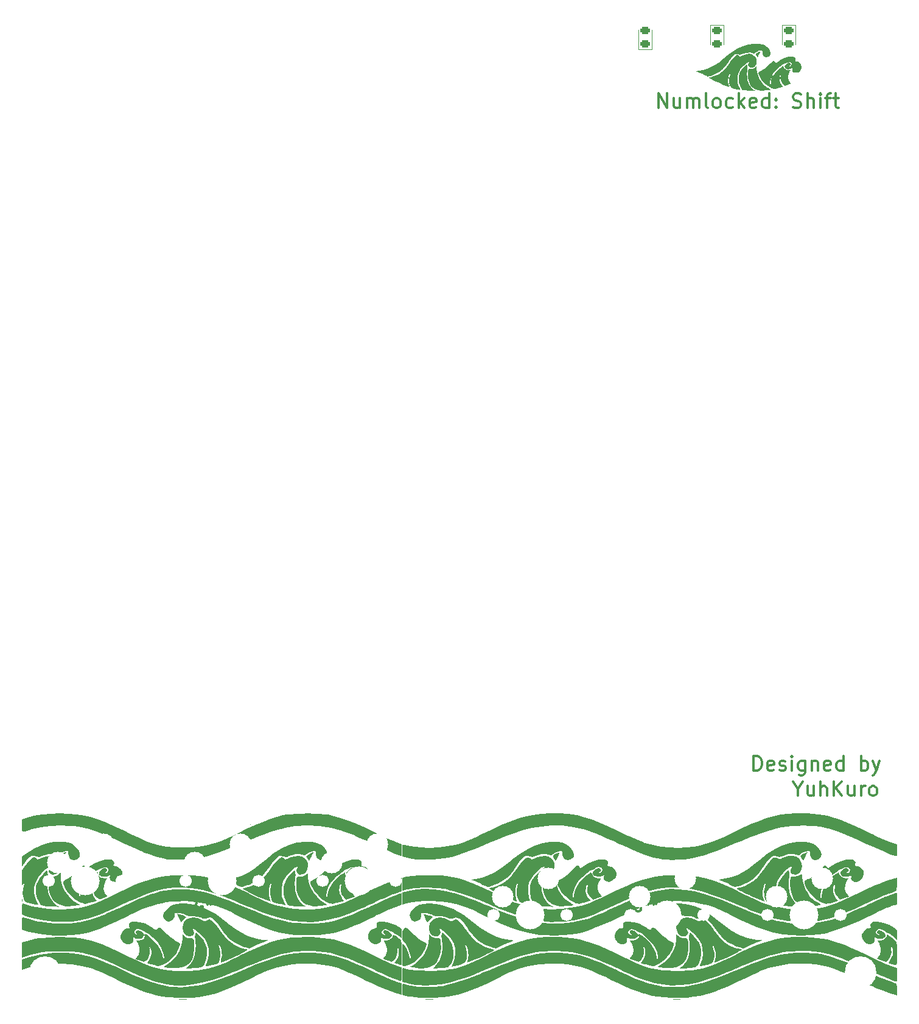
<source format=gbr>
%TF.GenerationSoftware,KiCad,Pcbnew,8.0.4*%
%TF.CreationDate,2024-10-18T15:09:13-05:00*%
%TF.ProjectId,numlocked_right,6e756d6c-6f63-46b6-9564-5f7269676874,rev?*%
%TF.SameCoordinates,Original*%
%TF.FileFunction,Legend,Top*%
%TF.FilePolarity,Positive*%
%FSLAX46Y46*%
G04 Gerber Fmt 4.6, Leading zero omitted, Abs format (unit mm)*
G04 Created by KiCad (PCBNEW 8.0.4) date 2024-10-18 15:09:13*
%MOMM*%
%LPD*%
G01*
G04 APERTURE LIST*
G04 Aperture macros list*
%AMRoundRect*
0 Rectangle with rounded corners*
0 $1 Rounding radius*
0 $2 $3 $4 $5 $6 $7 $8 $9 X,Y pos of 4 corners*
0 Add a 4 corners polygon primitive as box body*
4,1,4,$2,$3,$4,$5,$6,$7,$8,$9,$2,$3,0*
0 Add four circle primitives for the rounded corners*
1,1,$1+$1,$2,$3*
1,1,$1+$1,$4,$5*
1,1,$1+$1,$6,$7*
1,1,$1+$1,$8,$9*
0 Add four rect primitives between the rounded corners*
20,1,$1+$1,$2,$3,$4,$5,0*
20,1,$1+$1,$4,$5,$6,$7,0*
20,1,$1+$1,$6,$7,$8,$9,0*
20,1,$1+$1,$8,$9,$2,$3,0*%
G04 Aperture macros list end*
%ADD10C,0.300000*%
%ADD11C,0.000000*%
%ADD12C,0.120000*%
%ADD13C,1.700000*%
%ADD14C,3.000000*%
%ADD15C,4.000000*%
%ADD16C,3.050000*%
%ADD17C,1.800000*%
%ADD18C,4.400000*%
%ADD19RoundRect,0.243750X-0.456250X0.243750X-0.456250X-0.243750X0.456250X-0.243750X0.456250X0.243750X0*%
%ADD20RoundRect,0.243750X0.456250X-0.243750X0.456250X0.243750X-0.456250X0.243750X-0.456250X-0.243750X0*%
G04 APERTURE END LIST*
D10*
X264454510Y-130487257D02*
X264454510Y-131439638D01*
X263787844Y-129439638D02*
X264454510Y-130487257D01*
X264454510Y-130487257D02*
X265121177Y-129439638D01*
X266644987Y-130106304D02*
X266644987Y-131439638D01*
X265787844Y-130106304D02*
X265787844Y-131153923D01*
X265787844Y-131153923D02*
X265883082Y-131344400D01*
X265883082Y-131344400D02*
X266073558Y-131439638D01*
X266073558Y-131439638D02*
X266359273Y-131439638D01*
X266359273Y-131439638D02*
X266549749Y-131344400D01*
X266549749Y-131344400D02*
X266644987Y-131249161D01*
X267597368Y-131439638D02*
X267597368Y-129439638D01*
X268454511Y-131439638D02*
X268454511Y-130392019D01*
X268454511Y-130392019D02*
X268359273Y-130201542D01*
X268359273Y-130201542D02*
X268168797Y-130106304D01*
X268168797Y-130106304D02*
X267883082Y-130106304D01*
X267883082Y-130106304D02*
X267692606Y-130201542D01*
X267692606Y-130201542D02*
X267597368Y-130296780D01*
X269406892Y-131439638D02*
X269406892Y-129439638D01*
X270549749Y-131439638D02*
X269692606Y-130296780D01*
X270549749Y-129439638D02*
X269406892Y-130582495D01*
X272264035Y-130106304D02*
X272264035Y-131439638D01*
X271406892Y-130106304D02*
X271406892Y-131153923D01*
X271406892Y-131153923D02*
X271502130Y-131344400D01*
X271502130Y-131344400D02*
X271692606Y-131439638D01*
X271692606Y-131439638D02*
X271978321Y-131439638D01*
X271978321Y-131439638D02*
X272168797Y-131344400D01*
X272168797Y-131344400D02*
X272264035Y-131249161D01*
X273216416Y-131439638D02*
X273216416Y-130106304D01*
X273216416Y-130487257D02*
X273311654Y-130296780D01*
X273311654Y-130296780D02*
X273406892Y-130201542D01*
X273406892Y-130201542D02*
X273597368Y-130106304D01*
X273597368Y-130106304D02*
X273787845Y-130106304D01*
X274740225Y-131439638D02*
X274549749Y-131344400D01*
X274549749Y-131344400D02*
X274454511Y-131249161D01*
X274454511Y-131249161D02*
X274359273Y-131058685D01*
X274359273Y-131058685D02*
X274359273Y-130487257D01*
X274359273Y-130487257D02*
X274454511Y-130296780D01*
X274454511Y-130296780D02*
X274549749Y-130201542D01*
X274549749Y-130201542D02*
X274740225Y-130106304D01*
X274740225Y-130106304D02*
X275025940Y-130106304D01*
X275025940Y-130106304D02*
X275216416Y-130201542D01*
X275216416Y-130201542D02*
X275311654Y-130296780D01*
X275311654Y-130296780D02*
X275406892Y-130487257D01*
X275406892Y-130487257D02*
X275406892Y-131058685D01*
X275406892Y-131058685D02*
X275311654Y-131249161D01*
X275311654Y-131249161D02*
X275216416Y-131344400D01*
X275216416Y-131344400D02*
X275025940Y-131439638D01*
X275025940Y-131439638D02*
X274740225Y-131439638D01*
X258273558Y-127939638D02*
X258273558Y-125939638D01*
X258273558Y-125939638D02*
X258749748Y-125939638D01*
X258749748Y-125939638D02*
X259035463Y-126034876D01*
X259035463Y-126034876D02*
X259225939Y-126225352D01*
X259225939Y-126225352D02*
X259321177Y-126415828D01*
X259321177Y-126415828D02*
X259416415Y-126796780D01*
X259416415Y-126796780D02*
X259416415Y-127082495D01*
X259416415Y-127082495D02*
X259321177Y-127463447D01*
X259321177Y-127463447D02*
X259225939Y-127653923D01*
X259225939Y-127653923D02*
X259035463Y-127844400D01*
X259035463Y-127844400D02*
X258749748Y-127939638D01*
X258749748Y-127939638D02*
X258273558Y-127939638D01*
X261035463Y-127844400D02*
X260844987Y-127939638D01*
X260844987Y-127939638D02*
X260464034Y-127939638D01*
X260464034Y-127939638D02*
X260273558Y-127844400D01*
X260273558Y-127844400D02*
X260178320Y-127653923D01*
X260178320Y-127653923D02*
X260178320Y-126892019D01*
X260178320Y-126892019D02*
X260273558Y-126701542D01*
X260273558Y-126701542D02*
X260464034Y-126606304D01*
X260464034Y-126606304D02*
X260844987Y-126606304D01*
X260844987Y-126606304D02*
X261035463Y-126701542D01*
X261035463Y-126701542D02*
X261130701Y-126892019D01*
X261130701Y-126892019D02*
X261130701Y-127082495D01*
X261130701Y-127082495D02*
X260178320Y-127272971D01*
X261892606Y-127844400D02*
X262083082Y-127939638D01*
X262083082Y-127939638D02*
X262464034Y-127939638D01*
X262464034Y-127939638D02*
X262654511Y-127844400D01*
X262654511Y-127844400D02*
X262749749Y-127653923D01*
X262749749Y-127653923D02*
X262749749Y-127558685D01*
X262749749Y-127558685D02*
X262654511Y-127368209D01*
X262654511Y-127368209D02*
X262464034Y-127272971D01*
X262464034Y-127272971D02*
X262178320Y-127272971D01*
X262178320Y-127272971D02*
X261987844Y-127177733D01*
X261987844Y-127177733D02*
X261892606Y-126987257D01*
X261892606Y-126987257D02*
X261892606Y-126892019D01*
X261892606Y-126892019D02*
X261987844Y-126701542D01*
X261987844Y-126701542D02*
X262178320Y-126606304D01*
X262178320Y-126606304D02*
X262464034Y-126606304D01*
X262464034Y-126606304D02*
X262654511Y-126701542D01*
X263606892Y-127939638D02*
X263606892Y-126606304D01*
X263606892Y-125939638D02*
X263511654Y-126034876D01*
X263511654Y-126034876D02*
X263606892Y-126130114D01*
X263606892Y-126130114D02*
X263702130Y-126034876D01*
X263702130Y-126034876D02*
X263606892Y-125939638D01*
X263606892Y-125939638D02*
X263606892Y-126130114D01*
X265416416Y-126606304D02*
X265416416Y-128225352D01*
X265416416Y-128225352D02*
X265321178Y-128415828D01*
X265321178Y-128415828D02*
X265225940Y-128511066D01*
X265225940Y-128511066D02*
X265035463Y-128606304D01*
X265035463Y-128606304D02*
X264749749Y-128606304D01*
X264749749Y-128606304D02*
X264559273Y-128511066D01*
X265416416Y-127844400D02*
X265225940Y-127939638D01*
X265225940Y-127939638D02*
X264844987Y-127939638D01*
X264844987Y-127939638D02*
X264654511Y-127844400D01*
X264654511Y-127844400D02*
X264559273Y-127749161D01*
X264559273Y-127749161D02*
X264464035Y-127558685D01*
X264464035Y-127558685D02*
X264464035Y-126987257D01*
X264464035Y-126987257D02*
X264559273Y-126796780D01*
X264559273Y-126796780D02*
X264654511Y-126701542D01*
X264654511Y-126701542D02*
X264844987Y-126606304D01*
X264844987Y-126606304D02*
X265225940Y-126606304D01*
X265225940Y-126606304D02*
X265416416Y-126701542D01*
X266368797Y-126606304D02*
X266368797Y-127939638D01*
X266368797Y-126796780D02*
X266464035Y-126701542D01*
X266464035Y-126701542D02*
X266654511Y-126606304D01*
X266654511Y-126606304D02*
X266940226Y-126606304D01*
X266940226Y-126606304D02*
X267130702Y-126701542D01*
X267130702Y-126701542D02*
X267225940Y-126892019D01*
X267225940Y-126892019D02*
X267225940Y-127939638D01*
X268940226Y-127844400D02*
X268749750Y-127939638D01*
X268749750Y-127939638D02*
X268368797Y-127939638D01*
X268368797Y-127939638D02*
X268178321Y-127844400D01*
X268178321Y-127844400D02*
X268083083Y-127653923D01*
X268083083Y-127653923D02*
X268083083Y-126892019D01*
X268083083Y-126892019D02*
X268178321Y-126701542D01*
X268178321Y-126701542D02*
X268368797Y-126606304D01*
X268368797Y-126606304D02*
X268749750Y-126606304D01*
X268749750Y-126606304D02*
X268940226Y-126701542D01*
X268940226Y-126701542D02*
X269035464Y-126892019D01*
X269035464Y-126892019D02*
X269035464Y-127082495D01*
X269035464Y-127082495D02*
X268083083Y-127272971D01*
X270749750Y-127939638D02*
X270749750Y-125939638D01*
X270749750Y-127844400D02*
X270559274Y-127939638D01*
X270559274Y-127939638D02*
X270178321Y-127939638D01*
X270178321Y-127939638D02*
X269987845Y-127844400D01*
X269987845Y-127844400D02*
X269892607Y-127749161D01*
X269892607Y-127749161D02*
X269797369Y-127558685D01*
X269797369Y-127558685D02*
X269797369Y-126987257D01*
X269797369Y-126987257D02*
X269892607Y-126796780D01*
X269892607Y-126796780D02*
X269987845Y-126701542D01*
X269987845Y-126701542D02*
X270178321Y-126606304D01*
X270178321Y-126606304D02*
X270559274Y-126606304D01*
X270559274Y-126606304D02*
X270749750Y-126701542D01*
X273225941Y-127939638D02*
X273225941Y-125939638D01*
X273225941Y-126701542D02*
X273416417Y-126606304D01*
X273416417Y-126606304D02*
X273797370Y-126606304D01*
X273797370Y-126606304D02*
X273987846Y-126701542D01*
X273987846Y-126701542D02*
X274083084Y-126796780D01*
X274083084Y-126796780D02*
X274178322Y-126987257D01*
X274178322Y-126987257D02*
X274178322Y-127558685D01*
X274178322Y-127558685D02*
X274083084Y-127749161D01*
X274083084Y-127749161D02*
X273987846Y-127844400D01*
X273987846Y-127844400D02*
X273797370Y-127939638D01*
X273797370Y-127939638D02*
X273416417Y-127939638D01*
X273416417Y-127939638D02*
X273225941Y-127844400D01*
X274844989Y-126606304D02*
X275321179Y-127939638D01*
X275797370Y-126606304D02*
X275321179Y-127939638D01*
X275321179Y-127939638D02*
X275130703Y-128415828D01*
X275130703Y-128415828D02*
X275035465Y-128511066D01*
X275035465Y-128511066D02*
X274844989Y-128606304D01*
X245073558Y-35839638D02*
X245073558Y-33839638D01*
X245073558Y-33839638D02*
X246216415Y-35839638D01*
X246216415Y-35839638D02*
X246216415Y-33839638D01*
X248025939Y-34506304D02*
X248025939Y-35839638D01*
X247168796Y-34506304D02*
X247168796Y-35553923D01*
X247168796Y-35553923D02*
X247264034Y-35744400D01*
X247264034Y-35744400D02*
X247454510Y-35839638D01*
X247454510Y-35839638D02*
X247740225Y-35839638D01*
X247740225Y-35839638D02*
X247930701Y-35744400D01*
X247930701Y-35744400D02*
X248025939Y-35649161D01*
X248978320Y-35839638D02*
X248978320Y-34506304D01*
X248978320Y-34696780D02*
X249073558Y-34601542D01*
X249073558Y-34601542D02*
X249264034Y-34506304D01*
X249264034Y-34506304D02*
X249549749Y-34506304D01*
X249549749Y-34506304D02*
X249740225Y-34601542D01*
X249740225Y-34601542D02*
X249835463Y-34792019D01*
X249835463Y-34792019D02*
X249835463Y-35839638D01*
X249835463Y-34792019D02*
X249930701Y-34601542D01*
X249930701Y-34601542D02*
X250121177Y-34506304D01*
X250121177Y-34506304D02*
X250406891Y-34506304D01*
X250406891Y-34506304D02*
X250597368Y-34601542D01*
X250597368Y-34601542D02*
X250692606Y-34792019D01*
X250692606Y-34792019D02*
X250692606Y-35839638D01*
X251930701Y-35839638D02*
X251740225Y-35744400D01*
X251740225Y-35744400D02*
X251644987Y-35553923D01*
X251644987Y-35553923D02*
X251644987Y-33839638D01*
X252978320Y-35839638D02*
X252787844Y-35744400D01*
X252787844Y-35744400D02*
X252692606Y-35649161D01*
X252692606Y-35649161D02*
X252597368Y-35458685D01*
X252597368Y-35458685D02*
X252597368Y-34887257D01*
X252597368Y-34887257D02*
X252692606Y-34696780D01*
X252692606Y-34696780D02*
X252787844Y-34601542D01*
X252787844Y-34601542D02*
X252978320Y-34506304D01*
X252978320Y-34506304D02*
X253264035Y-34506304D01*
X253264035Y-34506304D02*
X253454511Y-34601542D01*
X253454511Y-34601542D02*
X253549749Y-34696780D01*
X253549749Y-34696780D02*
X253644987Y-34887257D01*
X253644987Y-34887257D02*
X253644987Y-35458685D01*
X253644987Y-35458685D02*
X253549749Y-35649161D01*
X253549749Y-35649161D02*
X253454511Y-35744400D01*
X253454511Y-35744400D02*
X253264035Y-35839638D01*
X253264035Y-35839638D02*
X252978320Y-35839638D01*
X255359273Y-35744400D02*
X255168797Y-35839638D01*
X255168797Y-35839638D02*
X254787844Y-35839638D01*
X254787844Y-35839638D02*
X254597368Y-35744400D01*
X254597368Y-35744400D02*
X254502130Y-35649161D01*
X254502130Y-35649161D02*
X254406892Y-35458685D01*
X254406892Y-35458685D02*
X254406892Y-34887257D01*
X254406892Y-34887257D02*
X254502130Y-34696780D01*
X254502130Y-34696780D02*
X254597368Y-34601542D01*
X254597368Y-34601542D02*
X254787844Y-34506304D01*
X254787844Y-34506304D02*
X255168797Y-34506304D01*
X255168797Y-34506304D02*
X255359273Y-34601542D01*
X256216416Y-35839638D02*
X256216416Y-33839638D01*
X256406892Y-35077733D02*
X256978321Y-35839638D01*
X256978321Y-34506304D02*
X256216416Y-35268209D01*
X258597369Y-35744400D02*
X258406893Y-35839638D01*
X258406893Y-35839638D02*
X258025940Y-35839638D01*
X258025940Y-35839638D02*
X257835464Y-35744400D01*
X257835464Y-35744400D02*
X257740226Y-35553923D01*
X257740226Y-35553923D02*
X257740226Y-34792019D01*
X257740226Y-34792019D02*
X257835464Y-34601542D01*
X257835464Y-34601542D02*
X258025940Y-34506304D01*
X258025940Y-34506304D02*
X258406893Y-34506304D01*
X258406893Y-34506304D02*
X258597369Y-34601542D01*
X258597369Y-34601542D02*
X258692607Y-34792019D01*
X258692607Y-34792019D02*
X258692607Y-34982495D01*
X258692607Y-34982495D02*
X257740226Y-35172971D01*
X260406893Y-35839638D02*
X260406893Y-33839638D01*
X260406893Y-35744400D02*
X260216417Y-35839638D01*
X260216417Y-35839638D02*
X259835464Y-35839638D01*
X259835464Y-35839638D02*
X259644988Y-35744400D01*
X259644988Y-35744400D02*
X259549750Y-35649161D01*
X259549750Y-35649161D02*
X259454512Y-35458685D01*
X259454512Y-35458685D02*
X259454512Y-34887257D01*
X259454512Y-34887257D02*
X259549750Y-34696780D01*
X259549750Y-34696780D02*
X259644988Y-34601542D01*
X259644988Y-34601542D02*
X259835464Y-34506304D01*
X259835464Y-34506304D02*
X260216417Y-34506304D01*
X260216417Y-34506304D02*
X260406893Y-34601542D01*
X261359274Y-35649161D02*
X261454512Y-35744400D01*
X261454512Y-35744400D02*
X261359274Y-35839638D01*
X261359274Y-35839638D02*
X261264036Y-35744400D01*
X261264036Y-35744400D02*
X261359274Y-35649161D01*
X261359274Y-35649161D02*
X261359274Y-35839638D01*
X261359274Y-34601542D02*
X261454512Y-34696780D01*
X261454512Y-34696780D02*
X261359274Y-34792019D01*
X261359274Y-34792019D02*
X261264036Y-34696780D01*
X261264036Y-34696780D02*
X261359274Y-34601542D01*
X261359274Y-34601542D02*
X261359274Y-34792019D01*
X263740227Y-35744400D02*
X264025941Y-35839638D01*
X264025941Y-35839638D02*
X264502132Y-35839638D01*
X264502132Y-35839638D02*
X264692608Y-35744400D01*
X264692608Y-35744400D02*
X264787846Y-35649161D01*
X264787846Y-35649161D02*
X264883084Y-35458685D01*
X264883084Y-35458685D02*
X264883084Y-35268209D01*
X264883084Y-35268209D02*
X264787846Y-35077733D01*
X264787846Y-35077733D02*
X264692608Y-34982495D01*
X264692608Y-34982495D02*
X264502132Y-34887257D01*
X264502132Y-34887257D02*
X264121179Y-34792019D01*
X264121179Y-34792019D02*
X263930703Y-34696780D01*
X263930703Y-34696780D02*
X263835465Y-34601542D01*
X263835465Y-34601542D02*
X263740227Y-34411066D01*
X263740227Y-34411066D02*
X263740227Y-34220590D01*
X263740227Y-34220590D02*
X263835465Y-34030114D01*
X263835465Y-34030114D02*
X263930703Y-33934876D01*
X263930703Y-33934876D02*
X264121179Y-33839638D01*
X264121179Y-33839638D02*
X264597370Y-33839638D01*
X264597370Y-33839638D02*
X264883084Y-33934876D01*
X265740227Y-35839638D02*
X265740227Y-33839638D01*
X266597370Y-35839638D02*
X266597370Y-34792019D01*
X266597370Y-34792019D02*
X266502132Y-34601542D01*
X266502132Y-34601542D02*
X266311656Y-34506304D01*
X266311656Y-34506304D02*
X266025941Y-34506304D01*
X266025941Y-34506304D02*
X265835465Y-34601542D01*
X265835465Y-34601542D02*
X265740227Y-34696780D01*
X267549751Y-35839638D02*
X267549751Y-34506304D01*
X267549751Y-33839638D02*
X267454513Y-33934876D01*
X267454513Y-33934876D02*
X267549751Y-34030114D01*
X267549751Y-34030114D02*
X267644989Y-33934876D01*
X267644989Y-33934876D02*
X267549751Y-33839638D01*
X267549751Y-33839638D02*
X267549751Y-34030114D01*
X268216418Y-34506304D02*
X268978322Y-34506304D01*
X268502132Y-35839638D02*
X268502132Y-34125352D01*
X268502132Y-34125352D02*
X268597370Y-33934876D01*
X268597370Y-33934876D02*
X268787846Y-33839638D01*
X268787846Y-33839638D02*
X268978322Y-33839638D01*
X269359275Y-34506304D02*
X270121179Y-34506304D01*
X269644989Y-33839638D02*
X269644989Y-35553923D01*
X269644989Y-35553923D02*
X269740227Y-35744400D01*
X269740227Y-35744400D02*
X269930703Y-35839638D01*
X269930703Y-35839638D02*
X270121179Y-35839638D01*
X181578572Y-146049757D02*
X181435715Y-145978328D01*
X181435715Y-145978328D02*
X181221429Y-145978328D01*
X181221429Y-145978328D02*
X181007143Y-146049757D01*
X181007143Y-146049757D02*
X180864286Y-146192614D01*
X180864286Y-146192614D02*
X180792857Y-146335471D01*
X180792857Y-146335471D02*
X180721429Y-146621185D01*
X180721429Y-146621185D02*
X180721429Y-146835471D01*
X180721429Y-146835471D02*
X180792857Y-147121185D01*
X180792857Y-147121185D02*
X180864286Y-147264042D01*
X180864286Y-147264042D02*
X181007143Y-147406900D01*
X181007143Y-147406900D02*
X181221429Y-147478328D01*
X181221429Y-147478328D02*
X181364286Y-147478328D01*
X181364286Y-147478328D02*
X181578572Y-147406900D01*
X181578572Y-147406900D02*
X181650000Y-147335471D01*
X181650000Y-147335471D02*
X181650000Y-146835471D01*
X181650000Y-146835471D02*
X181364286Y-146835471D01*
X182507143Y-145978328D02*
X182507143Y-146335471D01*
X182150000Y-146192614D02*
X182507143Y-146335471D01*
X182507143Y-146335471D02*
X182864286Y-146192614D01*
X182292857Y-146621185D02*
X182507143Y-146335471D01*
X182507143Y-146335471D02*
X182721429Y-146621185D01*
X183650000Y-145978328D02*
X183650000Y-146335471D01*
X183292857Y-146192614D02*
X183650000Y-146335471D01*
X183650000Y-146335471D02*
X184007143Y-146192614D01*
X183435714Y-146621185D02*
X183650000Y-146335471D01*
X183650000Y-146335471D02*
X183864286Y-146621185D01*
X184792857Y-145978328D02*
X184792857Y-146335471D01*
X184435714Y-146192614D02*
X184792857Y-146335471D01*
X184792857Y-146335471D02*
X185150000Y-146192614D01*
X184578571Y-146621185D02*
X184792857Y-146335471D01*
X184792857Y-146335471D02*
X185007143Y-146621185D01*
X242478572Y-146049757D02*
X242335715Y-145978328D01*
X242335715Y-145978328D02*
X242121429Y-145978328D01*
X242121429Y-145978328D02*
X241907143Y-146049757D01*
X241907143Y-146049757D02*
X241764286Y-146192614D01*
X241764286Y-146192614D02*
X241692857Y-146335471D01*
X241692857Y-146335471D02*
X241621429Y-146621185D01*
X241621429Y-146621185D02*
X241621429Y-146835471D01*
X241621429Y-146835471D02*
X241692857Y-147121185D01*
X241692857Y-147121185D02*
X241764286Y-147264042D01*
X241764286Y-147264042D02*
X241907143Y-147406900D01*
X241907143Y-147406900D02*
X242121429Y-147478328D01*
X242121429Y-147478328D02*
X242264286Y-147478328D01*
X242264286Y-147478328D02*
X242478572Y-147406900D01*
X242478572Y-147406900D02*
X242550000Y-147335471D01*
X242550000Y-147335471D02*
X242550000Y-146835471D01*
X242550000Y-146835471D02*
X242264286Y-146835471D01*
X243407143Y-145978328D02*
X243407143Y-146335471D01*
X243050000Y-146192614D02*
X243407143Y-146335471D01*
X243407143Y-146335471D02*
X243764286Y-146192614D01*
X243192857Y-146621185D02*
X243407143Y-146335471D01*
X243407143Y-146335471D02*
X243621429Y-146621185D01*
X244550000Y-145978328D02*
X244550000Y-146335471D01*
X244192857Y-146192614D02*
X244550000Y-146335471D01*
X244550000Y-146335471D02*
X244907143Y-146192614D01*
X244335714Y-146621185D02*
X244550000Y-146335471D01*
X244550000Y-146335471D02*
X244764286Y-146621185D01*
X245692857Y-145978328D02*
X245692857Y-146335471D01*
X245335714Y-146192614D02*
X245692857Y-146335471D01*
X245692857Y-146335471D02*
X246050000Y-146192614D01*
X245478571Y-146621185D02*
X245692857Y-146335471D01*
X245692857Y-146335471D02*
X245907143Y-146621185D01*
D11*
%TO.C,G\u002A\u002A\u002A*%
G36*
X259162856Y-28106921D02*
G01*
X259089415Y-28293028D01*
X259032527Y-28405238D01*
X258903994Y-28645767D01*
X258824919Y-28781293D01*
X258784157Y-28827971D01*
X258770565Y-28801954D01*
X258770107Y-28785648D01*
X258727838Y-28693105D01*
X258629011Y-28567949D01*
X258544437Y-28431617D01*
X258572861Y-28308935D01*
X258722126Y-28183519D01*
X258846477Y-28113654D01*
X259046085Y-28024598D01*
X259149979Y-28019899D01*
X259162856Y-28106921D01*
G37*
G36*
X257387005Y-30018420D02*
G01*
X257434655Y-30327238D01*
X257409232Y-30476566D01*
X257360161Y-30767894D01*
X257345967Y-31140840D01*
X257364608Y-31546681D01*
X257414043Y-31936698D01*
X257482829Y-32232791D01*
X257650530Y-32623368D01*
X257889680Y-32977279D01*
X258171925Y-33257860D01*
X258377694Y-33389891D01*
X258600773Y-33499836D01*
X258126640Y-33491230D01*
X257853131Y-33483307D01*
X257605619Y-33471091D01*
X257449307Y-33458378D01*
X257123335Y-33419534D01*
X256902312Y-33385522D01*
X256757203Y-33341190D01*
X256658971Y-33271387D01*
X256578580Y-33160963D01*
X256486996Y-32994765D01*
X256458093Y-32941148D01*
X256352821Y-32738416D01*
X256286157Y-32572238D01*
X256249332Y-32400386D01*
X256233575Y-32180634D01*
X256230115Y-31870757D01*
X256230107Y-31843454D01*
X256243925Y-31437632D01*
X256296198Y-31114859D01*
X256403155Y-30836165D01*
X256581024Y-30562581D01*
X256846034Y-30255137D01*
X256927554Y-30168681D01*
X257303253Y-29774800D01*
X257387005Y-30018420D01*
G37*
G36*
X258702373Y-30407898D02*
G01*
X258753871Y-30876247D01*
X258897377Y-31375180D01*
X259116413Y-31854155D01*
X259239965Y-32056809D01*
X259543575Y-32461370D01*
X259860492Y-32773233D01*
X260232511Y-33032140D01*
X260317055Y-33080979D01*
X260496351Y-33191518D01*
X260605427Y-33278222D01*
X260621855Y-33318979D01*
X260530093Y-33342085D01*
X260343058Y-33369809D01*
X260100538Y-33396290D01*
X260090907Y-33397180D01*
X259817934Y-33422803D01*
X259570743Y-33446982D01*
X259413573Y-33463329D01*
X259241299Y-33453105D01*
X259001589Y-33403506D01*
X258797115Y-33342043D01*
X258441833Y-33202259D01*
X258184929Y-33056749D01*
X257990591Y-32881224D01*
X257857145Y-32704442D01*
X257635931Y-32251851D01*
X257512997Y-31709909D01*
X257484832Y-31233854D01*
X257489387Y-30879586D01*
X257507219Y-30641038D01*
X257545018Y-30498622D01*
X257609475Y-30432754D01*
X257707281Y-30423844D01*
X257758701Y-30432133D01*
X258061089Y-30437336D01*
X258347135Y-30320283D01*
X258493953Y-30211853D01*
X258702373Y-30036478D01*
X258702373Y-30407898D01*
G37*
G36*
X259008481Y-26929114D02*
G01*
X259026392Y-26931116D01*
X259487408Y-27011493D01*
X259850838Y-27144047D01*
X260149452Y-27344083D01*
X260353561Y-27551073D01*
X260554840Y-27851312D01*
X260644729Y-28138979D01*
X260624078Y-28396134D01*
X260493735Y-28604836D01*
X260297777Y-28730552D01*
X260026715Y-28782934D01*
X259789069Y-28716501D01*
X259606807Y-28547423D01*
X259501899Y-28291866D01*
X259485245Y-28132577D01*
X259476566Y-27953648D01*
X259437721Y-27874529D01*
X259338237Y-27859563D01*
X259256554Y-27864970D01*
X259023851Y-27916227D01*
X258767492Y-28020110D01*
X258545482Y-28149737D01*
X258439814Y-28243497D01*
X258366482Y-28304484D01*
X258267481Y-28301234D01*
X258124787Y-28248448D01*
X257742589Y-28160320D01*
X257304766Y-28187674D01*
X256827970Y-28328511D01*
X256566308Y-28423352D01*
X256402124Y-28456668D01*
X256314406Y-28432593D01*
X256311804Y-28430111D01*
X256201229Y-28383300D01*
X256015699Y-28357162D01*
X255947885Y-28355187D01*
X255786926Y-28370804D01*
X255637175Y-28427125D01*
X255483685Y-28538358D01*
X255311512Y-28718711D01*
X255105709Y-28982392D01*
X254851332Y-29343607D01*
X254747945Y-29495871D01*
X254524717Y-29807885D01*
X254282105Y-30116480D01*
X254052646Y-30381720D01*
X253901279Y-30535070D01*
X253513043Y-30832261D01*
X253036818Y-31105724D01*
X252520073Y-31330151D01*
X252233840Y-31424076D01*
X252060200Y-31470403D01*
X251929676Y-31484060D01*
X251799552Y-31457425D01*
X251627113Y-31382878D01*
X251421040Y-31279047D01*
X251131415Y-31136178D01*
X250830795Y-30995966D01*
X250588200Y-30890426D01*
X250229493Y-30744055D01*
X250655933Y-30696414D01*
X251317556Y-30571315D01*
X251986055Y-30340514D01*
X252670778Y-29999118D01*
X253381071Y-29542234D01*
X254126280Y-28964969D01*
X254384676Y-28744411D01*
X255158570Y-28133761D01*
X255940118Y-27642851D01*
X256722601Y-27274307D01*
X257499302Y-27030754D01*
X258263501Y-26914814D01*
X259008481Y-26929114D01*
G37*
G36*
X258038034Y-28411885D02*
G01*
X258352003Y-28600413D01*
X258549743Y-28826066D01*
X258666988Y-29105892D01*
X258691024Y-29424562D01*
X258628490Y-29740125D01*
X258486027Y-30010629D01*
X258339806Y-30152464D01*
X258120597Y-30238650D01*
X257875313Y-30238165D01*
X257663455Y-30153997D01*
X257618640Y-30116254D01*
X257504097Y-29960994D01*
X257504166Y-29810322D01*
X257591682Y-29652811D01*
X257659170Y-29529374D01*
X257664520Y-29462223D01*
X257564551Y-29446793D01*
X257394480Y-29534085D01*
X257150936Y-29726348D01*
X256853472Y-30003359D01*
X256509001Y-30373567D01*
X256270500Y-30720944D01*
X256122044Y-31081764D01*
X256047713Y-31492304D01*
X256030926Y-31877320D01*
X256036548Y-32187254D01*
X256063189Y-32418512D01*
X256122538Y-32627563D01*
X256226283Y-32870878D01*
X256244715Y-32910254D01*
X256346020Y-33127984D01*
X256417834Y-33287451D01*
X256446993Y-33359298D01*
X256446682Y-33360653D01*
X256379054Y-33343644D01*
X256216436Y-33306187D01*
X256026907Y-33263711D01*
X255654001Y-33176703D01*
X255390384Y-33100224D01*
X255211943Y-33021241D01*
X255094565Y-32926721D01*
X255014137Y-32803632D01*
X254965617Y-32690121D01*
X254868644Y-32285988D01*
X254859531Y-31851033D01*
X254939415Y-31450122D01*
X254943673Y-31437967D01*
X254990847Y-31258592D01*
X254993749Y-31132909D01*
X254982758Y-31110878D01*
X254929159Y-31127228D01*
X254865429Y-31245011D01*
X254801533Y-31431690D01*
X254747436Y-31654730D01*
X254713104Y-31881597D01*
X254706107Y-32014088D01*
X254727787Y-32286419D01*
X254781757Y-32574675D01*
X254801078Y-32645489D01*
X254853929Y-32827520D01*
X254883316Y-32941538D01*
X254885570Y-32961054D01*
X254822154Y-32938500D01*
X254658439Y-32877405D01*
X254420657Y-32787615D01*
X254188240Y-32699268D01*
X253945494Y-32599976D01*
X253650958Y-32469199D01*
X253327671Y-32318413D01*
X252998670Y-32159095D01*
X252686996Y-32002719D01*
X252415686Y-31860763D01*
X252207778Y-31744703D01*
X252086312Y-31666015D01*
X252064507Y-31641369D01*
X252124755Y-31615082D01*
X252280445Y-31573544D01*
X252437892Y-31538477D01*
X252921189Y-31387647D01*
X253414130Y-31145695D01*
X253863480Y-30841485D01*
X254086370Y-30644705D01*
X254274786Y-30438547D01*
X254504388Y-30158372D01*
X254743339Y-29844263D01*
X254920556Y-29594427D01*
X255235497Y-29153978D01*
X255501494Y-28830831D01*
X255726291Y-28619256D01*
X255917632Y-28513520D01*
X256083261Y-28507892D01*
X256230922Y-28596639D01*
X256247040Y-28612574D01*
X256316698Y-28673633D01*
X256391629Y-28691858D01*
X256506725Y-28662515D01*
X256696877Y-28580870D01*
X256787114Y-28539295D01*
X257245092Y-28379618D01*
X257665565Y-28337717D01*
X258038034Y-28411885D01*
G37*
G36*
X263801197Y-28720818D02*
G01*
X263942308Y-28783263D01*
X263955481Y-28791698D01*
X264075496Y-28893272D01*
X264106914Y-29014538D01*
X264090556Y-29139910D01*
X264071592Y-29295810D01*
X264106168Y-29359977D01*
X264189068Y-29371187D01*
X264451025Y-29432614D01*
X264689222Y-29593690D01*
X264865529Y-29819608D01*
X264940513Y-30057178D01*
X264943786Y-30325775D01*
X264883874Y-30522456D01*
X264743031Y-30702925D01*
X264730860Y-30715214D01*
X264498975Y-30885249D01*
X264255010Y-30965332D01*
X264023711Y-30963216D01*
X263829826Y-30886654D01*
X263698103Y-30743399D01*
X263653289Y-30541203D01*
X263681046Y-30386328D01*
X263705763Y-30289677D01*
X263671109Y-30281885D01*
X263553247Y-30354346D01*
X263314004Y-30446039D01*
X263035396Y-30462174D01*
X262788907Y-30399088D01*
X262779164Y-30394032D01*
X262626370Y-30252705D01*
X262586717Y-30073880D01*
X262655306Y-29886527D01*
X262827236Y-29719613D01*
X262900484Y-29676688D01*
X263118435Y-29588790D01*
X263271802Y-29595535D01*
X263382416Y-29683750D01*
X263431142Y-29774241D01*
X263385969Y-29858802D01*
X263313381Y-29922511D01*
X263206236Y-30035661D01*
X263205034Y-30096903D01*
X263301769Y-30084366D01*
X263362204Y-30055890D01*
X263513055Y-29916482D01*
X263551371Y-29745961D01*
X263476299Y-29583798D01*
X263374072Y-29505636D01*
X263206555Y-29484555D01*
X262961174Y-29543409D01*
X262660052Y-29670734D01*
X262325312Y-29855068D01*
X261979078Y-30084946D01*
X261643474Y-30348907D01*
X261501873Y-30475700D01*
X261221813Y-30779757D01*
X260975595Y-31126536D01*
X260773778Y-31491508D01*
X260626918Y-31850145D01*
X260545574Y-32177920D01*
X260540302Y-32450303D01*
X260588790Y-32597070D01*
X260633836Y-32653725D01*
X260657023Y-32611285D01*
X260665698Y-32452859D01*
X260666188Y-32419187D01*
X260731375Y-31996956D01*
X260906779Y-31550639D01*
X261176658Y-31106009D01*
X261525270Y-30688840D01*
X261936876Y-30324904D01*
X261952329Y-30313373D01*
X262391352Y-29987805D01*
X262480669Y-30211740D01*
X262640461Y-30446939D01*
X262886012Y-30580922D01*
X263142418Y-30610416D01*
X263297706Y-30608619D01*
X263374054Y-30612850D01*
X263375690Y-30614025D01*
X263347656Y-30674587D01*
X263275658Y-30820013D01*
X263206357Y-30957466D01*
X263061343Y-31347058D01*
X263044487Y-31700078D01*
X263156933Y-32027060D01*
X263350885Y-32287951D01*
X263512444Y-32461514D01*
X263066410Y-32618978D01*
X262620375Y-32776441D01*
X262439374Y-32641534D01*
X262183717Y-32370950D01*
X262035255Y-32031866D01*
X262001128Y-31647108D01*
X262044604Y-31379625D01*
X262065884Y-31244178D01*
X262025589Y-31210829D01*
X262007328Y-31215336D01*
X261942444Y-31293892D01*
X261881116Y-31458606D01*
X261861218Y-31543699D01*
X261847963Y-31947538D01*
X261957259Y-32335676D01*
X262156650Y-32645765D01*
X262354026Y-32870564D01*
X261899800Y-33015595D01*
X261571813Y-33116735D01*
X261337040Y-33175475D01*
X261160995Y-33194622D01*
X261009191Y-33176984D01*
X260847142Y-33125367D01*
X260795847Y-33105450D01*
X260256961Y-32822326D01*
X259774058Y-32431168D01*
X259373258Y-31956075D01*
X259160567Y-31596619D01*
X259017705Y-31301247D01*
X258942870Y-31097355D01*
X258942182Y-30955929D01*
X259021763Y-30847955D01*
X259187732Y-30744421D01*
X259358315Y-30659184D01*
X259638923Y-30501951D01*
X259908273Y-30302335D01*
X260201809Y-30032442D01*
X260362649Y-29868758D01*
X260587321Y-29644507D01*
X260787709Y-29462351D01*
X260940714Y-29342179D01*
X261019208Y-29303454D01*
X261140479Y-29354842D01*
X261239269Y-29455043D01*
X261342662Y-29556848D01*
X261434333Y-29539710D01*
X262019074Y-29152227D01*
X262584796Y-28888199D01*
X263148243Y-28740421D01*
X263351892Y-28714464D01*
X263619686Y-28699842D01*
X263801197Y-28720818D01*
G37*
G36*
X188296337Y-135402564D02*
G01*
X188249817Y-135449084D01*
X188203296Y-135402564D01*
X188249817Y-135356043D01*
X188296337Y-135402564D01*
G37*
G36*
X156561099Y-145853271D02*
G01*
X156596555Y-145962637D01*
X156601773Y-146110997D01*
X156560886Y-146148717D01*
X156492345Y-146070715D01*
X156476557Y-145962637D01*
X156491565Y-145811184D01*
X156512225Y-145776556D01*
X156561099Y-145853271D01*
G37*
G36*
X178443422Y-147953708D02*
G01*
X178761763Y-148028015D01*
X179049083Y-148131495D01*
X179086325Y-148149589D01*
X179346889Y-148284332D01*
X178972572Y-148658649D01*
X178768288Y-148860475D01*
X178627281Y-148995123D01*
X178585940Y-149029891D01*
X178544638Y-148950663D01*
X178448188Y-148745907D01*
X178317465Y-148459935D01*
X178317355Y-148459692D01*
X178061085Y-147892569D01*
X178443422Y-147953708D01*
G37*
G36*
X179641606Y-159755319D02*
G01*
X179671418Y-159756494D01*
X179830368Y-159766265D01*
X179816661Y-159774768D01*
X179643718Y-159781493D01*
X179324961Y-159785930D01*
X178873813Y-159787570D01*
X178852747Y-159787570D01*
X178400637Y-159785954D01*
X178084369Y-159781571D01*
X177916320Y-159774928D01*
X177908868Y-159766533D01*
X178074392Y-159756892D01*
X178089733Y-159756299D01*
X178593552Y-159745066D01*
X179149049Y-159744744D01*
X179641606Y-159755319D01*
G37*
G36*
X162617216Y-139305648D02*
G01*
X162577009Y-139399975D01*
X162475049Y-139604260D01*
X162339331Y-139865454D01*
X162197846Y-140130506D01*
X162078589Y-140346367D01*
X162009552Y-140459986D01*
X162005730Y-140464477D01*
X161967432Y-140436465D01*
X161965934Y-140413270D01*
X161907800Y-140287250D01*
X161767513Y-140109308D01*
X161763145Y-140104599D01*
X161560356Y-139886930D01*
X161832925Y-139669458D01*
X162029477Y-139536086D01*
X162258505Y-139411620D01*
X162465766Y-139321224D01*
X162597014Y-139290060D01*
X162617216Y-139305648D01*
G37*
G36*
X197042124Y-139299559D02*
G01*
X197001944Y-139396017D01*
X196900032Y-139602281D01*
X196764337Y-139865114D01*
X196622803Y-140131275D01*
X196503377Y-140347526D01*
X196434005Y-140460627D01*
X196430638Y-140464477D01*
X196392340Y-140436465D01*
X196390842Y-140413270D01*
X196332747Y-140286662D01*
X196193054Y-140109966D01*
X196192913Y-140109815D01*
X196062687Y-139954792D01*
X196057056Y-139852675D01*
X196169653Y-139724198D01*
X196317212Y-139613518D01*
X196532554Y-139488512D01*
X196761152Y-139375717D01*
X196948480Y-139301672D01*
X197040011Y-139292915D01*
X197042124Y-139299559D01*
G37*
G36*
X179091244Y-150945941D02*
G01*
X179309196Y-151119857D01*
X179540688Y-151202619D01*
X179854656Y-151225940D01*
X180137544Y-151237247D01*
X180290438Y-151282199D01*
X180369418Y-151393285D01*
X180417119Y-151551785D01*
X180450835Y-151791204D01*
X180467374Y-152150955D01*
X180464402Y-152565886D01*
X180458527Y-152708058D01*
X180357544Y-153508746D01*
X180141251Y-154165911D01*
X179806149Y-154682374D01*
X179348737Y-155060956D01*
X178765516Y-155304481D01*
X178052986Y-155415769D01*
X177207646Y-155397642D01*
X177131502Y-155390418D01*
X176799255Y-155350922D01*
X176497355Y-155306903D01*
X176188850Y-155255937D01*
X176729956Y-154904919D01*
X177400126Y-154370638D01*
X177960485Y-153721834D01*
X178393049Y-152990155D01*
X178679833Y-152207247D01*
X178802851Y-151404757D01*
X178806227Y-151251462D01*
X178806227Y-150672878D01*
X179091244Y-150945941D01*
G37*
G36*
X181182393Y-150897366D02*
G01*
X181668627Y-151447572D01*
X181993724Y-151991437D01*
X182177170Y-152567356D01*
X182228397Y-152958475D01*
X182222444Y-153533812D01*
X182133853Y-154106358D01*
X181976162Y-154617964D01*
X181762907Y-155010480D01*
X181745466Y-155032977D01*
X181564484Y-155191382D01*
X181294816Y-155306511D01*
X180911393Y-155383764D01*
X180389146Y-155428535D01*
X179832228Y-155444896D01*
X179511738Y-155446996D01*
X179351325Y-155435524D01*
X179325008Y-155399829D01*
X179406808Y-155329257D01*
X179459449Y-155292051D01*
X179943787Y-154856382D01*
X180298104Y-154312901D01*
X180528654Y-153648185D01*
X180641692Y-152848809D01*
X180647748Y-152741316D01*
X180656908Y-152262651D01*
X180640487Y-151822375D01*
X180601436Y-151485162D01*
X180587460Y-151420433D01*
X180530186Y-151052209D01*
X180575114Y-150746261D01*
X180587223Y-150709732D01*
X180690990Y-150412067D01*
X181182393Y-150897366D01*
G37*
G36*
X160066069Y-142106637D02*
G01*
X160131523Y-142530839D01*
X160096601Y-142735960D01*
X160029195Y-143136136D01*
X160009698Y-143648424D01*
X160035304Y-144205898D01*
X160103209Y-144741635D01*
X160197694Y-145148357D01*
X160428053Y-145684864D01*
X160756556Y-146171005D01*
X161144256Y-146556418D01*
X161426905Y-146737780D01*
X161733333Y-146888803D01*
X161128571Y-146877712D01*
X160685152Y-146860670D01*
X160192361Y-146828736D01*
X159901690Y-146803081D01*
X159493227Y-146745499D01*
X159214396Y-146647917D01*
X159008757Y-146472299D01*
X158819873Y-146180608D01*
X158732303Y-146015001D01*
X158595130Y-145699541D01*
X158509902Y-145362552D01*
X158461306Y-144934936D01*
X158449491Y-144738872D01*
X158435112Y-144320869D01*
X158449516Y-144020909D01*
X158502737Y-143771900D01*
X158604809Y-143506753D01*
X158648237Y-143410143D01*
X158836090Y-143078887D01*
X159104901Y-142699790D01*
X159398810Y-142351136D01*
X159419497Y-142329246D01*
X159951024Y-141771995D01*
X160066069Y-142106637D01*
G37*
G36*
X194490029Y-142103878D02*
G01*
X194556642Y-142526519D01*
X194521509Y-142735960D01*
X194454104Y-143136136D01*
X194434606Y-143648424D01*
X194460212Y-144205898D01*
X194528117Y-144741635D01*
X194622603Y-145148357D01*
X194828491Y-145635044D01*
X195121792Y-146094576D01*
X195464302Y-146477707D01*
X195817814Y-146735193D01*
X195874690Y-146762246D01*
X196009772Y-146826009D01*
X196033293Y-146861838D01*
X195923301Y-146876389D01*
X195657844Y-146876319D01*
X195506959Y-146873758D01*
X195110735Y-146862792D01*
X194730774Y-146846247D01*
X194483516Y-146830272D01*
X194058912Y-146789638D01*
X193773337Y-146736588D01*
X193580241Y-146645053D01*
X193433073Y-146488962D01*
X193285283Y-146242245D01*
X193221499Y-146123475D01*
X193049689Y-145768442D01*
X192947967Y-145450542D01*
X192894008Y-145084490D01*
X192874932Y-144799633D01*
X192887754Y-144144250D01*
X193011331Y-143579802D01*
X193264480Y-143057386D01*
X193666013Y-142528096D01*
X193809772Y-142369675D01*
X194374035Y-141766476D01*
X194490029Y-142103878D01*
G37*
G36*
X161872893Y-142585368D02*
G01*
X161931629Y-143184354D01*
X162092829Y-143836385D01*
X162333982Y-144456639D01*
X162409313Y-144606587D01*
X162656744Y-144985601D01*
X162997617Y-145394762D01*
X163386377Y-145788526D01*
X163777468Y-146121345D01*
X164125338Y-146347677D01*
X164174123Y-146371045D01*
X164396194Y-146488458D01*
X164515185Y-146586979D01*
X164521385Y-146619026D01*
X164413688Y-146660426D01*
X164168660Y-146704950D01*
X163834694Y-146744237D01*
X163756339Y-146751161D01*
X163376259Y-146784209D01*
X163041969Y-146815763D01*
X162819368Y-146839569D01*
X162803296Y-146841607D01*
X162593920Y-146827455D01*
X162285136Y-146759865D01*
X162003033Y-146673226D01*
X161515338Y-146480511D01*
X161162779Y-146280650D01*
X160896264Y-146040298D01*
X160711865Y-145796229D01*
X160408000Y-145174538D01*
X160239135Y-144430113D01*
X160200446Y-143776190D01*
X160206704Y-143289558D01*
X160231198Y-142961882D01*
X160283120Y-142766257D01*
X160371659Y-142675777D01*
X160506008Y-142663539D01*
X160576640Y-142674925D01*
X160992009Y-142682072D01*
X161384928Y-142521285D01*
X161586602Y-142372342D01*
X161872893Y-142131443D01*
X161872893Y-142585368D01*
G37*
G36*
X196279822Y-142324665D02*
G01*
X196295143Y-142538061D01*
X196297802Y-142696426D01*
X196384735Y-143423822D01*
X196630755Y-144158149D01*
X197013691Y-144864250D01*
X197511370Y-145506963D01*
X198101623Y-146051129D01*
X198629352Y-146393907D01*
X198824621Y-146510804D01*
X198890726Y-146594545D01*
X198813715Y-146655387D01*
X198579638Y-146703591D01*
X198174545Y-146749418D01*
X198141630Y-146752591D01*
X197779407Y-146787904D01*
X197450687Y-146820997D01*
X197274725Y-146839516D01*
X197029542Y-146826603D01*
X196700751Y-146760487D01*
X196483883Y-146696440D01*
X196053940Y-146540217D01*
X195751877Y-146397050D01*
X195525165Y-146234403D01*
X195321275Y-146019740D01*
X195250477Y-145932483D01*
X194907776Y-145351936D01*
X194698275Y-144647418D01*
X194624436Y-143827377D01*
X194624347Y-143785008D01*
X194629747Y-143299444D01*
X194652384Y-142971775D01*
X194704814Y-142773873D01*
X194799595Y-142677611D01*
X194949285Y-142654861D01*
X195121565Y-142671298D01*
X195416603Y-142681944D01*
X195665619Y-142601417D01*
X195859992Y-142482063D01*
X196078830Y-142338391D01*
X196226428Y-142252144D01*
X196255414Y-142241025D01*
X196279822Y-142324665D01*
G37*
G36*
X162430308Y-137876582D02*
G01*
X162974757Y-137963283D01*
X163415088Y-138123020D01*
X163789366Y-138369209D01*
X164107131Y-138682499D01*
X164402960Y-139103047D01*
X164542963Y-139501078D01*
X164527693Y-139855583D01*
X164357701Y-140145555D01*
X164063583Y-140337923D01*
X163691294Y-140410179D01*
X163365994Y-140318841D01*
X163117105Y-140085564D01*
X162974046Y-139732003D01*
X162951448Y-139519322D01*
X162938088Y-139272251D01*
X162884620Y-139162444D01*
X162749312Y-139141090D01*
X162634482Y-139148602D01*
X162314612Y-139219007D01*
X161962332Y-139361712D01*
X161657309Y-139539808D01*
X161512235Y-139668557D01*
X161416040Y-139750452D01*
X161287178Y-139750120D01*
X161059462Y-139666980D01*
X161053561Y-139664517D01*
X160627715Y-139568996D01*
X160113690Y-139581393D01*
X159571063Y-139696514D01*
X159232876Y-139823231D01*
X158946892Y-139939141D01*
X158758280Y-139972263D01*
X158602205Y-139931000D01*
X158561107Y-139910278D01*
X158186123Y-139792524D01*
X157815457Y-139847710D01*
X157442221Y-140079293D01*
X157059524Y-140490733D01*
X156864428Y-140762070D01*
X156476557Y-141339704D01*
X156476557Y-140602386D01*
X156476557Y-139865067D01*
X157197619Y-139385315D01*
X158176957Y-138790043D01*
X159103182Y-138349680D01*
X160008010Y-138053510D01*
X160923152Y-137890821D01*
X161743673Y-137849498D01*
X162430308Y-137876582D01*
G37*
G36*
X208226635Y-150781056D02*
G01*
X208439718Y-150904880D01*
X208713315Y-151099309D01*
X209008580Y-151337348D01*
X209207018Y-151515149D01*
X209241775Y-151633405D01*
X209271436Y-151894956D01*
X209295533Y-152264940D01*
X209313595Y-152708495D01*
X209325153Y-153190759D01*
X209329738Y-153676870D01*
X209326879Y-154131966D01*
X209316107Y-154521184D01*
X209296953Y-154809662D01*
X209268946Y-154962539D01*
X209253663Y-154977858D01*
X209130268Y-154946877D01*
X208895005Y-154878997D01*
X208748070Y-154834621D01*
X208312257Y-154701071D01*
X208608509Y-154224469D01*
X208781059Y-153916895D01*
X208869058Y-153650453D01*
X208897664Y-153332282D01*
X208897964Y-153156037D01*
X208875018Y-152796662D01*
X208821125Y-152539900D01*
X208772190Y-152450052D01*
X208705977Y-152414831D01*
X208685445Y-152501512D01*
X208705994Y-152737858D01*
X208714049Y-152801098D01*
X208717596Y-153224547D01*
X208633361Y-153645918D01*
X208480291Y-154024875D01*
X208277331Y-154321081D01*
X208043427Y-154494198D01*
X207905608Y-154522344D01*
X207744228Y-154488605D01*
X207479690Y-154403935D01*
X207178800Y-154293153D01*
X206908363Y-154181079D01*
X206735186Y-154092533D01*
X206721009Y-154082241D01*
X206741983Y-154011167D01*
X206779081Y-153982303D01*
X206889625Y-153865848D01*
X207037961Y-153656683D01*
X207078420Y-153591941D01*
X207249853Y-153137309D01*
X207257357Y-152638119D01*
X207101880Y-152136083D01*
X207042835Y-152024019D01*
X206910012Y-151784931D01*
X206826286Y-151621245D01*
X206811355Y-151582078D01*
X206894095Y-151559062D01*
X207101203Y-151546102D01*
X207190673Y-151545054D01*
X207501134Y-151505656D01*
X207750100Y-151358342D01*
X207848083Y-151266963D01*
X208007692Y-151077114D01*
X208076667Y-150932241D01*
X208072009Y-150901231D01*
X208083173Y-150780859D01*
X208112915Y-150754833D01*
X208226635Y-150781056D01*
G37*
G36*
X206849568Y-148963483D02*
G01*
X207625165Y-149090963D01*
X208357964Y-149350489D01*
X208941496Y-149687856D01*
X209323443Y-149964537D01*
X209323443Y-150619619D01*
X209323443Y-151274702D01*
X208974542Y-150994568D01*
X208718159Y-150813171D01*
X208378036Y-150605205D01*
X207998512Y-150393906D01*
X207623926Y-150202512D01*
X207298618Y-150054258D01*
X207066928Y-149972382D01*
X207006849Y-149963369D01*
X206799097Y-150039492D01*
X206624091Y-150219902D01*
X206544596Y-150432665D01*
X206548163Y-150489092D01*
X206634957Y-150628856D01*
X206800040Y-150762403D01*
X206974434Y-150845206D01*
X207085970Y-150836251D01*
X207055617Y-150754035D01*
X206915335Y-150622915D01*
X206911743Y-150620194D01*
X206752313Y-150435869D01*
X206747392Y-150300916D01*
X206877939Y-150172137D01*
X207092455Y-150157095D01*
X207347299Y-150234096D01*
X207598827Y-150381448D01*
X207803397Y-150577458D01*
X207917365Y-150800434D01*
X207927839Y-150887656D01*
X207867584Y-151020800D01*
X207741758Y-151172893D01*
X207511523Y-151301118D01*
X207197489Y-151359008D01*
X206877641Y-151343408D01*
X206629965Y-151251163D01*
X206592046Y-151219413D01*
X206448355Y-151099117D01*
X206388202Y-151127628D01*
X206397258Y-151318331D01*
X206408347Y-151391014D01*
X206416584Y-151632884D01*
X206315418Y-151805761D01*
X206203870Y-151902735D01*
X205858352Y-152075568D01*
X205491191Y-152064989D01*
X205127129Y-151891171D01*
X204818570Y-151575225D01*
X204686321Y-151287884D01*
X204615802Y-151015936D01*
X204625477Y-150812352D01*
X204721829Y-150574636D01*
X204732841Y-150552350D01*
X204999486Y-150170186D01*
X205336858Y-149926660D01*
X205622974Y-149850434D01*
X205786880Y-149821597D01*
X205844903Y-149733355D01*
X205828367Y-149528450D01*
X205821843Y-149486928D01*
X205818114Y-149232039D01*
X205917440Y-149064405D01*
X206140684Y-148973400D01*
X206508707Y-148948398D01*
X206849568Y-148963483D01*
G37*
G36*
X160955032Y-139889836D02*
G01*
X161382763Y-140134011D01*
X161583112Y-140341279D01*
X161797479Y-140751869D01*
X161863405Y-141211915D01*
X161783649Y-141667982D01*
X161560968Y-142066630D01*
X161490039Y-142144365D01*
X161171161Y-142363520D01*
X160831819Y-142431288D01*
X160517364Y-142343704D01*
X160384249Y-142241025D01*
X160223188Y-142015864D01*
X160232739Y-141800084D01*
X160334770Y-141630786D01*
X160441865Y-141464755D01*
X160474330Y-141380402D01*
X160420388Y-141310503D01*
X160265109Y-141354106D01*
X160035335Y-141489822D01*
X159757908Y-141696259D01*
X159459669Y-141952027D01*
X159167459Y-142235735D01*
X158908120Y-142525992D01*
X158725846Y-142773830D01*
X158386527Y-143463728D01*
X158208802Y-144203000D01*
X158194999Y-144956477D01*
X158347441Y-145688989D01*
X158507281Y-146078937D01*
X158770837Y-146613919D01*
X158530840Y-146608321D01*
X158317498Y-146581379D01*
X157998437Y-146516641D01*
X157678529Y-146437440D01*
X157301065Y-146332207D01*
X157060411Y-146243415D01*
X156913782Y-146138816D01*
X156818391Y-145986159D01*
X156731452Y-145753196D01*
X156717866Y-145713354D01*
X156590304Y-145097450D01*
X156607592Y-144471735D01*
X156708159Y-144061463D01*
X156776400Y-143807563D01*
X156784254Y-143637278D01*
X156742353Y-143578985D01*
X156661332Y-143661063D01*
X156602548Y-143779590D01*
X156553212Y-143876603D01*
X156519544Y-143880488D01*
X156498452Y-143769876D01*
X156486847Y-143523400D01*
X156481637Y-143119691D01*
X156480753Y-142937585D01*
X156476557Y-141819860D01*
X156806813Y-141329457D01*
X157118746Y-140903027D01*
X157437790Y-140530560D01*
X157736385Y-140239467D01*
X157986972Y-140057160D01*
X158135333Y-140008058D01*
X158357340Y-140072691D01*
X158500183Y-140175530D01*
X158595123Y-140258729D01*
X158697582Y-140283943D01*
X158854770Y-140244516D01*
X159113897Y-140133788D01*
X159254168Y-140069199D01*
X159870740Y-139855094D01*
X160444360Y-139796085D01*
X160955032Y-139889836D01*
G37*
G36*
X196896024Y-137892584D02*
G01*
X197569618Y-138038807D01*
X198109352Y-138291266D01*
X198528541Y-138655995D01*
X198815371Y-139088400D01*
X198963943Y-139461353D01*
X198975984Y-139762928D01*
X198853413Y-140046072D01*
X198850271Y-140050890D01*
X198591928Y-140310127D01*
X198287937Y-140417079D01*
X197976563Y-140385546D01*
X197696071Y-140229329D01*
X197484727Y-139962229D01*
X197380796Y-139598044D01*
X197376357Y-139519322D01*
X197362996Y-139272251D01*
X197309529Y-139162444D01*
X197174221Y-139141090D01*
X197059390Y-139148602D01*
X196739520Y-139219007D01*
X196387241Y-139361712D01*
X196082218Y-139539808D01*
X195937143Y-139668557D01*
X195840737Y-139750691D01*
X195711775Y-139750208D01*
X195483658Y-139666684D01*
X195481159Y-139665641D01*
X195049369Y-139567268D01*
X194534827Y-139576625D01*
X194002401Y-139688152D01*
X193658328Y-139821859D01*
X193368935Y-139945939D01*
X193181372Y-139980630D01*
X193039938Y-139935586D01*
X193031568Y-139930475D01*
X192823225Y-139857914D01*
X192543313Y-139823851D01*
X192507672Y-139823464D01*
X192285719Y-139849745D01*
X192073739Y-139939549D01*
X191851144Y-140112290D01*
X191597341Y-140387384D01*
X191291739Y-140784246D01*
X190913747Y-141322292D01*
X190905860Y-141333819D01*
X190597015Y-141765073D01*
X190270743Y-142186977D01*
X189967210Y-142549384D01*
X189739241Y-142790301D01*
X189231060Y-143196065D01*
X188629622Y-143560852D01*
X188019237Y-143835713D01*
X187831135Y-143898068D01*
X187513086Y-143993602D01*
X187213813Y-144085199D01*
X186989205Y-144125930D01*
X186776916Y-144076038D01*
X186562531Y-143962800D01*
X186302204Y-143823227D01*
X185939958Y-143647310D01*
X185546173Y-143468990D01*
X185472997Y-143437382D01*
X184743064Y-143124908D01*
X185566038Y-142971173D01*
X186421824Y-142767669D01*
X187232576Y-142478356D01*
X188027577Y-142087353D01*
X188836108Y-141578778D01*
X189687454Y-140936747D01*
X190351904Y-140375453D01*
X191456666Y-139498412D01*
X192559402Y-138807433D01*
X193660128Y-138302510D01*
X194758858Y-137983636D01*
X195855609Y-137850805D01*
X196075250Y-137846561D01*
X196896024Y-137892584D01*
G37*
G36*
X179809969Y-146475098D02*
G01*
X180403848Y-146564287D01*
X180628890Y-146615145D01*
X181021850Y-146736811D01*
X181509389Y-146919448D01*
X182022244Y-147135818D01*
X182388278Y-147307022D01*
X182751039Y-147490642D01*
X183074016Y-147668031D01*
X183385397Y-147858843D01*
X183713372Y-148082732D01*
X184086132Y-148359352D01*
X184531864Y-148708355D01*
X185078759Y-149149395D01*
X185361323Y-149379815D01*
X186467444Y-150178804D01*
X187616603Y-150801284D01*
X188203296Y-151045593D01*
X188640909Y-151190871D01*
X189120902Y-151318283D01*
X189598997Y-151419576D01*
X190030916Y-151486496D01*
X190372382Y-151510791D01*
X190572030Y-151487116D01*
X190694117Y-151483673D01*
X190715384Y-151523009D01*
X190633810Y-151597639D01*
X190425791Y-151687011D01*
X190273443Y-151734013D01*
X189989076Y-151830778D01*
X189605834Y-151987000D01*
X189189393Y-152175249D01*
X189019258Y-152257826D01*
X188652395Y-152431430D01*
X188334236Y-152566091D01*
X188110122Y-152643387D01*
X188042335Y-152654740D01*
X187865790Y-152620839D01*
X187588120Y-152540980D01*
X187381312Y-152471646D01*
X186666162Y-152185538D01*
X186061180Y-151863196D01*
X185528971Y-151474579D01*
X185032143Y-150989643D01*
X184533302Y-150378346D01*
X184203989Y-149918912D01*
X183798442Y-149351943D01*
X183462639Y-148932390D01*
X183178886Y-148643413D01*
X182929489Y-148468172D01*
X182696753Y-148389826D01*
X182588904Y-148381685D01*
X182320533Y-148418985D01*
X182114877Y-148505557D01*
X181997062Y-148563655D01*
X181845982Y-148560705D01*
X181611666Y-148489342D01*
X181376032Y-148396647D01*
X180897988Y-148238678D01*
X180423320Y-148175101D01*
X180169582Y-148171292D01*
X179745170Y-148156994D01*
X179437133Y-148093976D01*
X179212930Y-147990128D01*
X178886575Y-147859354D01*
X178449956Y-147770436D01*
X178277029Y-147752068D01*
X177949835Y-147728859D01*
X177770295Y-147732639D01*
X177700712Y-147773925D01*
X177703392Y-147863231D01*
X177714725Y-147908926D01*
X177718861Y-148255671D01*
X177572826Y-148570623D01*
X177312189Y-148810684D01*
X176972517Y-148932751D01*
X176863925Y-148939926D01*
X176607344Y-148861099D01*
X176356105Y-148664494D01*
X176170134Y-148409926D01*
X176108058Y-148185477D01*
X176192313Y-147807024D01*
X176422677Y-147417175D01*
X176765552Y-147052809D01*
X177187336Y-146750807D01*
X177577604Y-146572449D01*
X178003862Y-146478451D01*
X178554795Y-146431408D01*
X179175224Y-146430548D01*
X179809969Y-146475098D01*
G37*
G36*
X180939480Y-148479586D02*
G01*
X181494111Y-148692078D01*
X181779722Y-148828973D01*
X181954374Y-148883653D01*
X182069488Y-148864781D01*
X182152719Y-148803043D01*
X182363674Y-148670594D01*
X182589387Y-148655531D01*
X182842579Y-148767066D01*
X183135969Y-149014415D01*
X183482277Y-149406792D01*
X183894222Y-149953410D01*
X184054993Y-150181050D01*
X184696185Y-151012244D01*
X185344062Y-151669434D01*
X186013876Y-152164495D01*
X186720882Y-152509307D01*
X187249023Y-152668321D01*
X187539035Y-152737945D01*
X187765849Y-152796333D01*
X187828388Y-152814327D01*
X187812927Y-152871109D01*
X187655725Y-152990945D01*
X187384122Y-153159187D01*
X187025456Y-153361185D01*
X186607066Y-153582289D01*
X186156293Y-153807850D01*
X185700474Y-154023218D01*
X185266948Y-154213745D01*
X185058939Y-154298320D01*
X184690938Y-154437511D01*
X184392177Y-154540531D01*
X184201385Y-154594597D01*
X184153387Y-154597221D01*
X184149486Y-154490091D01*
X184192618Y-154279448D01*
X184204155Y-154237675D01*
X184265929Y-153922085D01*
X184295231Y-153575250D01*
X184295604Y-153539662D01*
X184272203Y-153250880D01*
X184211528Y-152922391D01*
X184127869Y-152605282D01*
X184035516Y-152350640D01*
X183948760Y-152209552D01*
X183919839Y-152196337D01*
X183856801Y-152207428D01*
X183839340Y-152267302D01*
X183871840Y-152415856D01*
X183958685Y-152692989D01*
X183982405Y-152765653D01*
X184073751Y-153221845D01*
X184087197Y-153733779D01*
X184025361Y-154219576D01*
X183926019Y-154528841D01*
X183839481Y-154657765D01*
X183690022Y-154761065D01*
X183437653Y-154858740D01*
X183042412Y-154970782D01*
X182581148Y-155089303D01*
X182276376Y-155155199D01*
X182104991Y-155164538D01*
X182043888Y-155113384D01*
X182069960Y-154997804D01*
X182156903Y-154820001D01*
X182411384Y-154137755D01*
X182502676Y-153409150D01*
X182435640Y-152667732D01*
X182215139Y-151947049D01*
X181846032Y-151280647D01*
X181598800Y-150968746D01*
X181354019Y-150717440D01*
X181068513Y-150459001D01*
X180777743Y-150221053D01*
X180517169Y-150031220D01*
X180322250Y-149917128D01*
X180231003Y-149903184D01*
X180246218Y-149998600D01*
X180327717Y-150184686D01*
X180332365Y-150193704D01*
X180421777Y-150514776D01*
X180346238Y-150772941D01*
X180123752Y-150939257D01*
X179838980Y-150986813D01*
X179429422Y-150904513D01*
X179109472Y-150671422D01*
X178896542Y-150308254D01*
X178808044Y-149835722D01*
X178806575Y-149758649D01*
X178886409Y-149283374D01*
X179108841Y-148900104D01*
X179449617Y-148618466D01*
X179884485Y-148448083D01*
X180389190Y-148398581D01*
X180939480Y-148479586D01*
G37*
G36*
X195393187Y-139899467D02*
G01*
X195825854Y-140166837D01*
X196096432Y-140478290D01*
X196255840Y-140846429D01*
X196290374Y-141254788D01*
X196213784Y-141658551D01*
X196039819Y-142012901D01*
X195782228Y-142273021D01*
X195511201Y-142385929D01*
X195113841Y-142402056D01*
X194839019Y-142278517D01*
X194708315Y-142080945D01*
X194671813Y-141835295D01*
X194767599Y-141615632D01*
X194857830Y-141436969D01*
X194862971Y-141333423D01*
X194730593Y-141327075D01*
X194496921Y-141451522D01*
X194179608Y-141694458D01*
X193796307Y-142043577D01*
X193680579Y-142157663D01*
X193217784Y-142678339D01*
X192905052Y-143184298D01*
X192719618Y-143729793D01*
X192638717Y-144369076D01*
X192630550Y-144660073D01*
X192635922Y-145082783D01*
X192669911Y-145396663D01*
X192748251Y-145678519D01*
X192886676Y-146005155D01*
X192921220Y-146078937D01*
X193060730Y-146378476D01*
X193159621Y-146598579D01*
X193199752Y-146698682D01*
X193199324Y-146700822D01*
X193107231Y-146677316D01*
X192875324Y-146619323D01*
X192544424Y-146537030D01*
X192341262Y-146486649D01*
X191960963Y-146388428D01*
X191645429Y-146299534D01*
X191441383Y-146233471D01*
X191396308Y-146213557D01*
X191282977Y-146063994D01*
X191169850Y-145787306D01*
X191073937Y-145441685D01*
X191012248Y-145085327D01*
X190998589Y-144852839D01*
X191032820Y-144488857D01*
X191112376Y-144125351D01*
X191134751Y-144056565D01*
X191202867Y-143794465D01*
X191197765Y-143624239D01*
X191184227Y-143603055D01*
X191113740Y-143628100D01*
X191030137Y-143793848D01*
X190945647Y-144056654D01*
X190872498Y-144372874D01*
X190822917Y-144698865D01*
X190808425Y-144944383D01*
X190839701Y-145312473D01*
X190917355Y-145681949D01*
X190942578Y-145761230D01*
X191076731Y-146141461D01*
X190197808Y-145823304D01*
X189773336Y-145657053D01*
X189278872Y-145443686D01*
X188757544Y-145203942D01*
X188252481Y-144958560D01*
X187806811Y-144728276D01*
X187463663Y-144533830D01*
X187320443Y-144439730D01*
X187236308Y-144363847D01*
X187256090Y-144309354D01*
X187407236Y-144257512D01*
X187673666Y-144198589D01*
X188325934Y-143999756D01*
X188985635Y-143687765D01*
X189584150Y-143299706D01*
X189979959Y-142951986D01*
X190215065Y-142685914D01*
X190515804Y-142314828D01*
X190843519Y-141887824D01*
X191159552Y-141453998D01*
X191160294Y-141452947D01*
X191616028Y-140845842D01*
X192010446Y-140400935D01*
X192340402Y-140121307D01*
X192602749Y-140010037D01*
X192636469Y-140008058D01*
X192794010Y-140069887D01*
X192925091Y-140175530D01*
X193020849Y-140259470D01*
X193123823Y-140284486D01*
X193282013Y-140244092D01*
X193543418Y-140131800D01*
X193665760Y-140075430D01*
X194302670Y-139852028D01*
X194881969Y-139793952D01*
X195393187Y-139899467D01*
G37*
G36*
X197094463Y-153292241D02*
G01*
X197887305Y-153342841D01*
X198653410Y-153435822D01*
X199416381Y-153577826D01*
X200199820Y-153775495D01*
X201027330Y-154035471D01*
X201922513Y-154364395D01*
X202908972Y-154768909D01*
X204010311Y-155255654D01*
X205136630Y-155777715D01*
X206110537Y-156228113D01*
X207011156Y-156627621D01*
X207815148Y-156966366D01*
X208499179Y-157234478D01*
X208974542Y-157401303D01*
X209323443Y-157514064D01*
X209323443Y-158309321D01*
X209323443Y-159104578D01*
X209041892Y-159048268D01*
X208682836Y-158951551D01*
X208180881Y-158779724D01*
X207558866Y-158542275D01*
X206839632Y-158248694D01*
X206046016Y-157908470D01*
X205200858Y-157531090D01*
X204326998Y-157126045D01*
X203741025Y-156845944D01*
X203071521Y-156526449D01*
X202416582Y-156222363D01*
X201806023Y-155946899D01*
X201269661Y-155713268D01*
X200837311Y-155534681D01*
X200538792Y-155424350D01*
X200517320Y-155417540D01*
X199483201Y-155148214D01*
X198357170Y-154944403D01*
X197201101Y-154812968D01*
X196076863Y-154760772D01*
X195046329Y-154794674D01*
X194964687Y-154801778D01*
X194031416Y-154901647D01*
X193198114Y-155026048D01*
X192426290Y-155186598D01*
X191677453Y-155394910D01*
X190913114Y-155662600D01*
X190094781Y-156001282D01*
X189183965Y-156422571D01*
X188528937Y-156743800D01*
X187295420Y-157346811D01*
X186195690Y-157856942D01*
X185207137Y-158282142D01*
X184307152Y-158630357D01*
X183473123Y-158909533D01*
X182682441Y-159127618D01*
X181912496Y-159292559D01*
X181140677Y-159412302D01*
X180833520Y-159448550D01*
X180225565Y-159495752D01*
X179496652Y-159523230D01*
X178710861Y-159530943D01*
X177932270Y-159518847D01*
X177224961Y-159486902D01*
X176792086Y-159451195D01*
X175989865Y-159342173D01*
X175178813Y-159179745D01*
X174338233Y-158956558D01*
X173447426Y-158665261D01*
X172485697Y-158298501D01*
X171432348Y-157848926D01*
X170266682Y-157309185D01*
X168968002Y-156671924D01*
X168967855Y-156671850D01*
X168375725Y-156383145D01*
X167765683Y-156100402D01*
X167184157Y-155844121D01*
X166677576Y-155634799D01*
X166313353Y-155499887D01*
X164898895Y-155116575D01*
X163401389Y-154878094D01*
X161855144Y-154784868D01*
X160294470Y-154837322D01*
X158753677Y-155035882D01*
X157267076Y-155380970D01*
X157244139Y-155387621D01*
X156476557Y-155610905D01*
X156476557Y-154895654D01*
X156476557Y-154180403D01*
X157523260Y-153889630D01*
X158341630Y-153671676D01*
X159041247Y-153510584D01*
X159677831Y-153398519D01*
X160307101Y-153327646D01*
X160984776Y-153290131D01*
X161766576Y-153278140D01*
X161872893Y-153278045D01*
X162715544Y-153293574D01*
X163505154Y-153344098D01*
X164265779Y-153436369D01*
X165021474Y-153577140D01*
X165796293Y-153773163D01*
X166614290Y-154031190D01*
X167499520Y-154357974D01*
X168476038Y-154760266D01*
X169567899Y-155244818D01*
X170618681Y-155733036D01*
X171837469Y-156295792D01*
X172920328Y-156767059D01*
X173889466Y-157153425D01*
X174767091Y-157461475D01*
X175575411Y-157697797D01*
X176336633Y-157868977D01*
X177072967Y-157981601D01*
X177806620Y-158042255D01*
X178457573Y-158057875D01*
X179248735Y-158036458D01*
X180036223Y-157968537D01*
X180839936Y-157848610D01*
X181679775Y-157671174D01*
X182575638Y-157430726D01*
X183547425Y-157121763D01*
X184615037Y-156738782D01*
X185798372Y-156276281D01*
X187117330Y-155728756D01*
X187552014Y-155542981D01*
X188841005Y-155001605D01*
X189993060Y-154547262D01*
X191032242Y-154173687D01*
X191982615Y-153874612D01*
X192868243Y-153643769D01*
X193713189Y-153474893D01*
X194541516Y-153361715D01*
X195377289Y-153297969D01*
X196244571Y-153277389D01*
X196251282Y-153277381D01*
X197094463Y-153292241D01*
G37*
G36*
X196795467Y-151104717D02*
G01*
X197632057Y-151141809D01*
X198409680Y-151206939D01*
X199151537Y-151307155D01*
X199880826Y-151449507D01*
X200620747Y-151641042D01*
X201394499Y-151888809D01*
X202225282Y-152199856D01*
X203136295Y-152581233D01*
X204150739Y-153039987D01*
X205291811Y-153583167D01*
X205850171Y-153855735D01*
X206482859Y-154161761D01*
X207094533Y-154448916D01*
X207655327Y-154703840D01*
X208135373Y-154913172D01*
X208504805Y-155063553D01*
X208711160Y-155135512D01*
X209323443Y-155310862D01*
X209323443Y-156265687D01*
X209315316Y-156678903D01*
X209293064Y-156996549D01*
X209259882Y-157184328D01*
X209234536Y-157220512D01*
X209074776Y-157182881D01*
X208771010Y-157076858D01*
X208347850Y-156912756D01*
X207829910Y-156700882D01*
X207241802Y-156451549D01*
X206608139Y-156175064D01*
X205953533Y-155881739D01*
X205302598Y-155581884D01*
X205136630Y-155503952D01*
X203915379Y-154938893D01*
X202829687Y-154462518D01*
X201855368Y-154068079D01*
X200968237Y-153748826D01*
X200144109Y-153498008D01*
X199358798Y-153308875D01*
X198588120Y-153174677D01*
X197807888Y-153088664D01*
X196993919Y-153044087D01*
X196285861Y-153033717D01*
X195597294Y-153043426D01*
X194943867Y-153075912D01*
X194307513Y-153136250D01*
X193670165Y-153229509D01*
X193013756Y-153360763D01*
X192320219Y-153535084D01*
X191571487Y-153757543D01*
X190749492Y-154033212D01*
X189836169Y-154367164D01*
X188813450Y-154764470D01*
X187663267Y-155230203D01*
X186367554Y-155769434D01*
X186020938Y-155915405D01*
X184404388Y-156556968D01*
X182906198Y-157066119D01*
X181516218Y-157445020D01*
X180224299Y-157695839D01*
X179020292Y-157820740D01*
X177894047Y-157821888D01*
X177317582Y-157772164D01*
X176621593Y-157670642D01*
X175919790Y-157526837D01*
X175190599Y-157333167D01*
X174412449Y-157082049D01*
X173563766Y-156765899D01*
X172622980Y-156377137D01*
X171568518Y-155908178D01*
X170378807Y-155351440D01*
X170234180Y-155282324D01*
X169322603Y-154859703D01*
X168408875Y-154461758D01*
X167535163Y-154105736D01*
X166743634Y-153808890D01*
X166142538Y-153608467D01*
X165488734Y-153423554D01*
X164866654Y-153284669D01*
X164232471Y-153186401D01*
X163542360Y-153123336D01*
X162752495Y-153090061D01*
X161872893Y-153081111D01*
X160896676Y-153095086D01*
X160054602Y-153140603D01*
X159296375Y-153224541D01*
X158571701Y-153353781D01*
X157830282Y-153535201D01*
X157197619Y-153720570D01*
X156476557Y-153943899D01*
X156476557Y-152897590D01*
X156476557Y-151851282D01*
X157151099Y-151651234D01*
X157743909Y-151485669D01*
X158291484Y-151358740D01*
X158837958Y-151264459D01*
X159427465Y-151196835D01*
X160104139Y-151149879D01*
X160912116Y-151117600D01*
X161128571Y-151111423D01*
X162079380Y-151097632D01*
X162949195Y-151114136D01*
X163761515Y-151167168D01*
X164539837Y-151262958D01*
X165307662Y-151407740D01*
X166088486Y-151607744D01*
X166905810Y-151869202D01*
X167783132Y-152198346D01*
X168743950Y-152601408D01*
X169811763Y-153084620D01*
X171010071Y-153654213D01*
X171363003Y-153825555D01*
X172385844Y-154313120D01*
X173282078Y-154712864D01*
X174084036Y-155033742D01*
X174824046Y-155284710D01*
X175534437Y-155474721D01*
X176247539Y-155612732D01*
X176995681Y-155707696D01*
X177811193Y-155768569D01*
X178480586Y-155797046D01*
X179256391Y-155811947D01*
X179910717Y-155799269D01*
X180506487Y-155756394D01*
X181039194Y-155690610D01*
X181755126Y-155577520D01*
X182399735Y-155451244D01*
X183005617Y-155300487D01*
X183605370Y-155113956D01*
X184231591Y-154880360D01*
X184916876Y-154588403D01*
X185693822Y-154226794D01*
X186595027Y-153784238D01*
X186714652Y-153724363D01*
X187997574Y-153097337D01*
X189154563Y-152570040D01*
X190212185Y-152135569D01*
X191197004Y-151787021D01*
X192135585Y-151517493D01*
X193054494Y-151320081D01*
X193980295Y-151187883D01*
X194939553Y-151113993D01*
X195958832Y-151091511D01*
X196795467Y-151104717D01*
G37*
G36*
X203300445Y-140323935D02*
G01*
X203494529Y-140409429D01*
X203515435Y-140422777D01*
X203683472Y-140567027D01*
X203728294Y-140742449D01*
X203711044Y-140901089D01*
X203691787Y-141116032D01*
X203744677Y-141203842D01*
X203844536Y-141217582D01*
X204204597Y-141305079D01*
X204527583Y-141545627D01*
X204769921Y-141906309D01*
X204776976Y-141921990D01*
X204882699Y-142177945D01*
X204911975Y-142353824D01*
X204865287Y-142538984D01*
X204781379Y-142736187D01*
X204561723Y-143086504D01*
X204274503Y-143294429D01*
X203921360Y-143424664D01*
X203642495Y-143423965D01*
X203377298Y-143289584D01*
X203326972Y-143251486D01*
X203155393Y-143082135D01*
X203112004Y-142898771D01*
X203133610Y-142734170D01*
X203193315Y-142415916D01*
X202962592Y-142567091D01*
X202640426Y-142698916D01*
X202287413Y-142723398D01*
X201963683Y-142647609D01*
X201729366Y-142478622D01*
X201688886Y-142417290D01*
X201633066Y-142146167D01*
X201761407Y-141889851D01*
X202012305Y-141687403D01*
X202319197Y-141532647D01*
X202540352Y-141514868D01*
X202713607Y-141631922D01*
X202726432Y-141646927D01*
X202793363Y-141771227D01*
X202731312Y-141887383D01*
X202631604Y-141974895D01*
X202484427Y-142130321D01*
X202482775Y-142214444D01*
X202615654Y-142197223D01*
X202698667Y-142158108D01*
X202909759Y-141975951D01*
X202967926Y-141770011D01*
X202896187Y-141577075D01*
X202717564Y-141433935D01*
X202455077Y-141377379D01*
X202230515Y-141409934D01*
X201893596Y-141547510D01*
X201470173Y-141779367D01*
X201009654Y-142072691D01*
X200561453Y-142394670D01*
X200174979Y-142712490D01*
X199973016Y-142909094D01*
X199582559Y-143392038D01*
X199259705Y-143912513D01*
X199018651Y-144435370D01*
X198873591Y-144925462D01*
X198838721Y-145347640D01*
X198890078Y-145590476D01*
X198947315Y-145712766D01*
X198976801Y-145696762D01*
X198989475Y-145522548D01*
X198992281Y-145404395D01*
X199088032Y-144807874D01*
X199339389Y-144183365D01*
X199725725Y-143562619D01*
X200226415Y-142977387D01*
X200820835Y-142459420D01*
X200979080Y-142345938D01*
X201400468Y-142056016D01*
X201460153Y-142327760D01*
X201613307Y-142621380D01*
X201901678Y-142823012D01*
X202286967Y-142907881D01*
X202358609Y-142908925D01*
X202586841Y-142912937D01*
X202710381Y-142929049D01*
X202717582Y-142935162D01*
X202675496Y-143026660D01*
X202568008Y-143225970D01*
X202486102Y-143371272D01*
X202285687Y-143879052D01*
X202253886Y-144382422D01*
X202387837Y-144850594D01*
X202658741Y-145227504D01*
X202900896Y-145469294D01*
X202243980Y-145692705D01*
X201587064Y-145916117D01*
X201274039Y-145574692D01*
X200961196Y-145114781D01*
X200823756Y-144617448D01*
X200855259Y-144150963D01*
X200906646Y-143872463D01*
X200892232Y-143746793D01*
X200807208Y-143750982D01*
X200775302Y-143769042D01*
X200686726Y-143914513D01*
X200629959Y-144183547D01*
X200610286Y-144515526D01*
X200632988Y-144849832D01*
X200666543Y-145016811D01*
X200801420Y-145346037D01*
X201001667Y-145665300D01*
X201048099Y-145721792D01*
X201324633Y-146036746D01*
X200695283Y-146226272D01*
X200244359Y-146359122D01*
X199923709Y-146438801D01*
X199685954Y-146467501D01*
X199483714Y-146447412D01*
X199269609Y-146380726D01*
X199072411Y-146301312D01*
X198327783Y-145893530D01*
X197675564Y-145336077D01*
X197140945Y-144652799D01*
X196923480Y-144267163D01*
X196730410Y-143867217D01*
X196631398Y-143591719D01*
X196635396Y-143399636D01*
X196751356Y-143249940D01*
X196988228Y-143101598D01*
X197201839Y-142991248D01*
X197630895Y-142736544D01*
X198061584Y-142397607D01*
X198539467Y-141938255D01*
X198578400Y-141898024D01*
X198887332Y-141590890D01*
X199162802Y-141341505D01*
X199372978Y-141177167D01*
X199480267Y-141124542D01*
X199646848Y-141195130D01*
X199782549Y-141332768D01*
X199924571Y-141472610D01*
X200050493Y-141449069D01*
X200853709Y-140916812D01*
X201630800Y-140554137D01*
X202404766Y-140351144D01*
X202684503Y-140315489D01*
X203051574Y-140295351D01*
X203300445Y-140323935D01*
G37*
G36*
X162956519Y-133924559D02*
G01*
X164136488Y-134030854D01*
X165175824Y-134202512D01*
X166050918Y-134424867D01*
X167042875Y-134750387D01*
X168158225Y-135181681D01*
X169403500Y-135721360D01*
X170785229Y-136372033D01*
X171549084Y-136749727D01*
X172701241Y-137302008D01*
X173748578Y-137744186D01*
X174728726Y-138085882D01*
X175679315Y-138336717D01*
X176637976Y-138506311D01*
X177642338Y-138604287D01*
X178730034Y-138640265D01*
X178945787Y-138640891D01*
X180041409Y-138613332D01*
X181050314Y-138527216D01*
X182008665Y-138373108D01*
X182952623Y-138141573D01*
X183918350Y-137823176D01*
X184942007Y-137408483D01*
X186059755Y-136888059D01*
X186496248Y-136670935D01*
X187814031Y-136023419D01*
X189001250Y-135478240D01*
X190077563Y-135027915D01*
X191062625Y-134664965D01*
X191976094Y-134381906D01*
X192837627Y-134171259D01*
X193292835Y-134084181D01*
X193871282Y-134010045D01*
X194586425Y-133958041D01*
X195391285Y-133928095D01*
X196238877Y-133920137D01*
X197082221Y-133934097D01*
X197874334Y-133969901D01*
X198568235Y-134027479D01*
X199042491Y-134092912D01*
X199903543Y-134277639D01*
X200825598Y-134540097D01*
X201825284Y-134886636D01*
X202919228Y-135323608D01*
X204124058Y-135857364D01*
X205456403Y-136494254D01*
X205878475Y-136703888D01*
X206466621Y-136991776D01*
X207061525Y-137271466D01*
X207620625Y-137523769D01*
X208101362Y-137729495D01*
X208461174Y-137869455D01*
X208472291Y-137873359D01*
X209323443Y-138170579D01*
X209323443Y-139002548D01*
X209321567Y-139396701D01*
X209309927Y-139637952D01*
X209279502Y-139759475D01*
X209221272Y-139794446D01*
X209126215Y-139776043D01*
X209114102Y-139772475D01*
X208734798Y-139643053D01*
X208207713Y-139437393D01*
X207551100Y-139163263D01*
X206783216Y-138828436D01*
X205922316Y-138440683D01*
X205173401Y-138095034D01*
X204367228Y-137720469D01*
X203701707Y-137414732D01*
X203149653Y-137166294D01*
X202683881Y-136963629D01*
X202277208Y-136795208D01*
X201902449Y-136649504D01*
X201532418Y-136514989D01*
X201139933Y-136380134D01*
X201089377Y-136363161D01*
X199482741Y-135920902D01*
X197851420Y-135662703D01*
X196194334Y-135588505D01*
X194510405Y-135698250D01*
X193092628Y-135928778D01*
X192581272Y-136041605D01*
X192069641Y-136171799D01*
X191537136Y-136326750D01*
X190963161Y-136513854D01*
X190327119Y-136740501D01*
X189608413Y-137014086D01*
X188786446Y-137342000D01*
X187840620Y-137731638D01*
X186750340Y-138190391D01*
X186524240Y-138286367D01*
X185262115Y-138807591D01*
X184132466Y-139240890D01*
X183109045Y-139595460D01*
X182165602Y-139880496D01*
X181442637Y-140066571D01*
X181006693Y-140162170D01*
X180599991Y-140231407D01*
X180173068Y-140279361D01*
X179676461Y-140311112D01*
X179060706Y-140331739D01*
X178806227Y-140337303D01*
X178232347Y-140342950D01*
X177684593Y-140337972D01*
X177206253Y-140323520D01*
X176840616Y-140300743D01*
X176676221Y-140280696D01*
X176231616Y-140185069D01*
X175670439Y-140039548D01*
X175049795Y-139861041D01*
X174426788Y-139666455D01*
X173858524Y-139472699D01*
X173530919Y-139349415D01*
X173251621Y-139232372D01*
X172837337Y-139050701D01*
X172321281Y-138819365D01*
X171736666Y-138553329D01*
X171116707Y-138267556D01*
X170733152Y-138088901D01*
X169527602Y-137534092D01*
X168460370Y-137065036D01*
X167508212Y-136675162D01*
X166647883Y-136357899D01*
X165856138Y-136106678D01*
X165109732Y-135914927D01*
X164385422Y-135776078D01*
X163659963Y-135683558D01*
X162910109Y-135630798D01*
X162112617Y-135611227D01*
X161965934Y-135610724D01*
X160473440Y-135666078D01*
X159104972Y-135836477D01*
X157835836Y-136125124D01*
X157703666Y-136163510D01*
X157208741Y-136313184D01*
X156867183Y-136408845D01*
X156650896Y-136437670D01*
X156531784Y-136386840D01*
X156481749Y-136243532D01*
X156472698Y-135994926D01*
X156476531Y-135628199D01*
X156476557Y-135603538D01*
X156476557Y-134712857D01*
X157228171Y-134475422D01*
X158203404Y-134226005D01*
X159308126Y-134044690D01*
X160498066Y-133932998D01*
X161728954Y-133892447D01*
X162956519Y-133924559D01*
G37*
G36*
X179355111Y-142496558D02*
G01*
X180284003Y-142538008D01*
X181155143Y-142612478D01*
X181914175Y-142717198D01*
X182128113Y-142757378D01*
X182991928Y-142972256D01*
X183982074Y-143288043D01*
X185074982Y-143695394D01*
X186247082Y-144184965D01*
X187474804Y-144747411D01*
X188734580Y-145373387D01*
X188761538Y-145387316D01*
X189810670Y-145902521D01*
X190774132Y-146311458D01*
X191705758Y-146631004D01*
X192659382Y-146878035D01*
X193688841Y-147069426D01*
X194474842Y-147178276D01*
X195514182Y-147251009D01*
X196656722Y-147234356D01*
X197845804Y-147134179D01*
X199024773Y-146956340D01*
X200136972Y-146706699D01*
X200729534Y-146531184D01*
X201047745Y-146412411D01*
X201497084Y-146224527D01*
X202042955Y-145983048D01*
X202650762Y-145703489D01*
X203285910Y-145401367D01*
X203694505Y-145201485D01*
X204833908Y-144648250D01*
X205845789Y-144180970D01*
X206760281Y-143786749D01*
X207607516Y-143452692D01*
X208417625Y-143165903D01*
X208563364Y-143117804D01*
X208893261Y-143011460D01*
X209147234Y-142932122D01*
X209280105Y-142893831D01*
X209288799Y-142892307D01*
X209303426Y-142978738D01*
X209314999Y-143211605D01*
X209322024Y-143551272D01*
X209323443Y-143811047D01*
X209323443Y-144729786D01*
X208489949Y-145020841D01*
X208074810Y-145175921D01*
X207557193Y-145384227D01*
X207002508Y-145618733D01*
X206476162Y-145852416D01*
X206466322Y-145856919D01*
X205956004Y-146090547D01*
X205339147Y-146372834D01*
X204678454Y-146675092D01*
X204036629Y-146968634D01*
X203741025Y-147103794D01*
X202229486Y-147750789D01*
X200801514Y-148264772D01*
X199435064Y-148645772D01*
X198108092Y-148893817D01*
X196798551Y-149008937D01*
X195484398Y-148991160D01*
X194143586Y-148840514D01*
X192754072Y-148557030D01*
X191293808Y-148140735D01*
X189740751Y-147591660D01*
X188575458Y-147123655D01*
X187602961Y-146716854D01*
X186782633Y-146375023D01*
X186095322Y-146090499D01*
X185521877Y-145855617D01*
X185043147Y-145662716D01*
X184639980Y-145504131D01*
X184293225Y-145372198D01*
X183983732Y-145259255D01*
X183692348Y-145157638D01*
X183501975Y-145093494D01*
X182516183Y-144783846D01*
X181639238Y-144552877D01*
X180816671Y-144390079D01*
X179994016Y-144284941D01*
X179116803Y-144226954D01*
X178984933Y-144221944D01*
X178260691Y-144208791D01*
X177584580Y-144226193D01*
X176934978Y-144280168D01*
X176290265Y-144376739D01*
X175628822Y-144521924D01*
X174929029Y-144721745D01*
X174169264Y-144982221D01*
X173327909Y-145309374D01*
X172383343Y-145709223D01*
X171313945Y-146187789D01*
X170386080Y-146616402D01*
X169206045Y-147156419D01*
X168161322Y-147609370D01*
X167226897Y-147982647D01*
X166377760Y-148283643D01*
X165588897Y-148519750D01*
X164835297Y-148698358D01*
X164091947Y-148826861D01*
X163333835Y-148912651D01*
X162535948Y-148963118D01*
X162431135Y-148967351D01*
X161939517Y-148981976D01*
X161474267Y-148988534D01*
X161089589Y-148986692D01*
X160849450Y-148976973D01*
X159584887Y-148814706D01*
X158240507Y-148534356D01*
X158011721Y-148476616D01*
X157454150Y-148333638D01*
X157050268Y-148223589D01*
X156775464Y-148126161D01*
X156605122Y-148021049D01*
X156514630Y-147887949D01*
X156479375Y-147706553D01*
X156474743Y-147456556D01*
X156476557Y-147210132D01*
X156480144Y-146822693D01*
X156495671Y-146588089D01*
X156530283Y-146473136D01*
X156591129Y-146444650D01*
X156639377Y-146454112D01*
X157898941Y-146794034D01*
X159049676Y-147034937D01*
X160136117Y-147183188D01*
X161202797Y-147245155D01*
X162105494Y-147235603D01*
X163176005Y-147170386D01*
X164145139Y-147055721D01*
X165055676Y-146880163D01*
X165950399Y-146632262D01*
X166872089Y-146300573D01*
X167863527Y-145873647D01*
X168710759Y-145468173D01*
X169949899Y-144863347D01*
X171050347Y-144346571D01*
X172033336Y-143910764D01*
X172920100Y-143548848D01*
X173731872Y-143253742D01*
X174489886Y-143018366D01*
X175215376Y-142835641D01*
X175929575Y-142698486D01*
X176653717Y-142599823D01*
X177409035Y-142532571D01*
X177541503Y-142523788D01*
X178422825Y-142490895D01*
X179355111Y-142496558D01*
G37*
G36*
X179429178Y-144466890D02*
G01*
X180289690Y-144554347D01*
X181177328Y-144706601D01*
X182114258Y-144929524D01*
X183122648Y-145228988D01*
X184224665Y-145610862D01*
X185442474Y-146081018D01*
X186621611Y-146569924D01*
X187874651Y-147097569D01*
X188980584Y-147549762D01*
X189959683Y-147932352D01*
X190832222Y-148251186D01*
X191618475Y-148512115D01*
X192338714Y-148720988D01*
X193013213Y-148883652D01*
X193662245Y-149005958D01*
X194306084Y-149093753D01*
X194965003Y-149152888D01*
X195659274Y-149189211D01*
X195706413Y-149190932D01*
X196605472Y-149207469D01*
X197441603Y-149185934D01*
X198239284Y-149120062D01*
X199022993Y-149003589D01*
X199817210Y-148830250D01*
X200646413Y-148593780D01*
X201535081Y-148287915D01*
X202507692Y-147906390D01*
X203588725Y-147442940D01*
X204802658Y-146891300D01*
X204938242Y-146828280D01*
X205893459Y-146388329D01*
X206756251Y-146000719D01*
X207512583Y-145671409D01*
X208148421Y-145406355D01*
X208649731Y-145211516D01*
X209002480Y-145092848D01*
X209067582Y-145075341D01*
X209323443Y-145012061D01*
X209323443Y-145804922D01*
X209323443Y-146597782D01*
X208695421Y-146797157D01*
X208444613Y-146891044D01*
X208056092Y-147054611D01*
X207558822Y-147274807D01*
X206981767Y-147538579D01*
X206353894Y-147832877D01*
X205704165Y-148144649D01*
X205694872Y-148149164D01*
X204541626Y-148701154D01*
X203526079Y-149168005D01*
X202625223Y-149558389D01*
X201816052Y-149880978D01*
X201075561Y-150144443D01*
X200380743Y-150357456D01*
X199708591Y-150528687D01*
X199036101Y-150666808D01*
X198995970Y-150674100D01*
X198445423Y-150747595D01*
X197755706Y-150799985D01*
X196972528Y-150831267D01*
X196141599Y-150841439D01*
X195308630Y-150830499D01*
X194519330Y-150798445D01*
X193819409Y-150745274D01*
X193273992Y-150674361D01*
X192250843Y-150447543D01*
X191100869Y-150098056D01*
X189833790Y-149629649D01*
X188459326Y-149046072D01*
X186987195Y-148351074D01*
X186132264Y-147918997D01*
X185568060Y-147639501D01*
X184966655Y-147361831D01*
X184386128Y-147111534D01*
X183884562Y-146914155D01*
X183701598Y-146849905D01*
X182270045Y-146457655D01*
X180774232Y-146203287D01*
X179263042Y-146091750D01*
X177785355Y-146127992D01*
X177178022Y-146189535D01*
X176512436Y-146279577D01*
X175922440Y-146376209D01*
X175379158Y-146489084D01*
X174853719Y-146627857D01*
X174317247Y-146802181D01*
X173740871Y-147021712D01*
X173095716Y-147296103D01*
X172352910Y-147635007D01*
X171483578Y-148048081D01*
X171176923Y-148196069D01*
X169789603Y-148850839D01*
X168550351Y-149400735D01*
X167454738Y-149847519D01*
X166498335Y-150192951D01*
X165676715Y-150438794D01*
X165329857Y-150521738D01*
X164364019Y-150689123D01*
X163281260Y-150805471D01*
X162144637Y-150866993D01*
X161017210Y-150869900D01*
X160198168Y-150830045D01*
X159547136Y-150761001D01*
X158830927Y-150651301D01*
X158121574Y-150514126D01*
X157491112Y-150362658D01*
X157234258Y-150287672D01*
X156476557Y-150048314D01*
X156476557Y-149158525D01*
X156479448Y-148747486D01*
X156492237Y-148491139D01*
X156521099Y-148358136D01*
X156572208Y-148317125D01*
X156639377Y-148331803D01*
X156944339Y-148435302D01*
X157375744Y-148562964D01*
X157878088Y-148699948D01*
X158395866Y-148831410D01*
X158873575Y-148942510D01*
X159099264Y-148989585D01*
X159647900Y-149072309D01*
X160328024Y-149136486D01*
X161085804Y-149180348D01*
X161867403Y-149202129D01*
X162618990Y-149200061D01*
X163286729Y-149172377D01*
X163655901Y-149139151D01*
X164537125Y-148999675D01*
X165501026Y-148786476D01*
X166469469Y-148519454D01*
X167364316Y-148218508D01*
X167548351Y-148147829D01*
X167891595Y-148006077D01*
X168365541Y-147801353D01*
X168932711Y-147550322D01*
X169555631Y-147269651D01*
X170196824Y-146976006D01*
X170509506Y-146830951D01*
X171662177Y-146300287D01*
X172672581Y-145851487D01*
X173562271Y-145478157D01*
X174352797Y-145173902D01*
X175065712Y-144932328D01*
X175722568Y-144747041D01*
X176344915Y-144611646D01*
X176954307Y-144519749D01*
X177572294Y-144464957D01*
X178220428Y-144440873D01*
X178573626Y-144438360D01*
X179429178Y-144466890D01*
G37*
G36*
X172908993Y-149019306D02*
G01*
X173648906Y-149244630D01*
X174359376Y-149596674D01*
X174569974Y-149732177D01*
X174873000Y-149935786D01*
X175060596Y-150043940D01*
X175169303Y-150068567D01*
X175235662Y-150021595D01*
X175271816Y-149961276D01*
X175441268Y-149799706D01*
X175673541Y-149798321D01*
X175944959Y-149952550D01*
X176123759Y-150125718D01*
X176692339Y-150726080D01*
X177209622Y-151185442D01*
X177706343Y-151529828D01*
X177924917Y-151650926D01*
X178238359Y-151818794D01*
X178414835Y-151939695D01*
X178486153Y-152045028D01*
X178484120Y-152166194D01*
X178477412Y-152196337D01*
X178275166Y-152741057D01*
X177941585Y-153313586D01*
X177515221Y-153865815D01*
X177034628Y-154349632D01*
X176538358Y-154716927D01*
X176393952Y-154796314D01*
X176007416Y-154981593D01*
X175729842Y-155085416D01*
X175509052Y-155119385D01*
X175292868Y-155095104D01*
X175177655Y-155066773D01*
X174891121Y-154988161D01*
X174535127Y-154889130D01*
X174366675Y-154841835D01*
X173881335Y-154705041D01*
X174153445Y-154275968D01*
X174325272Y-153947677D01*
X174451560Y-153603063D01*
X174483631Y-153459618D01*
X174501326Y-153112794D01*
X174461318Y-152783528D01*
X174375583Y-152527621D01*
X174256475Y-152400998D01*
X174180021Y-152412959D01*
X174204806Y-152553925D01*
X174214229Y-152580750D01*
X174294664Y-153014968D01*
X174256858Y-153477960D01*
X174116089Y-153912338D01*
X173887635Y-154260712D01*
X173731495Y-154393983D01*
X173581006Y-154477682D01*
X173435461Y-154499035D01*
X173227985Y-154457913D01*
X173012369Y-154392608D01*
X172632018Y-154265488D01*
X172410777Y-154166292D01*
X172327919Y-154075155D01*
X172362714Y-153972212D01*
X172463173Y-153866291D01*
X172730078Y-153496839D01*
X172846276Y-153044164D01*
X172809345Y-152537465D01*
X172617480Y-152007163D01*
X172383312Y-151545054D01*
X172719425Y-151545054D01*
X173034602Y-151498581D01*
X173323610Y-151386694D01*
X173325754Y-151385434D01*
X173531725Y-151224191D01*
X173613125Y-151021707D01*
X173611283Y-150774504D01*
X173625529Y-150681576D01*
X173703930Y-150675922D01*
X173865841Y-150767779D01*
X174130617Y-150967388D01*
X174415668Y-151200042D01*
X174966199Y-151728398D01*
X175432352Y-152317270D01*
X175793228Y-152931196D01*
X176027924Y-153534714D01*
X176115404Y-154083893D01*
X176122677Y-154321567D01*
X176141226Y-154389558D01*
X176184586Y-154304245D01*
X176219539Y-154209937D01*
X176252965Y-153913901D01*
X176197131Y-153513864D01*
X176065836Y-153060762D01*
X175872876Y-152605530D01*
X175703521Y-152305058D01*
X175233728Y-151661687D01*
X174703378Y-151125648D01*
X174069764Y-150659825D01*
X173342763Y-150253263D01*
X172944837Y-150069086D01*
X172663828Y-149983841D01*
X172461555Y-149993648D01*
X172299838Y-150094626D01*
X172253151Y-150142528D01*
X172128855Y-150383279D01*
X172183475Y-150607278D01*
X172384155Y-150770498D01*
X172592320Y-150845102D01*
X172659156Y-150810469D01*
X172569698Y-150688501D01*
X172486834Y-150620194D01*
X172323970Y-150442814D01*
X172312948Y-150297427D01*
X172420347Y-150198607D01*
X172612747Y-150160924D01*
X172856727Y-150198950D01*
X173118866Y-150327259D01*
X173134164Y-150337948D01*
X173392610Y-150585063D01*
X173466448Y-150830233D01*
X173356985Y-151079391D01*
X173309413Y-151134289D01*
X173063741Y-151289693D01*
X172743719Y-151361531D01*
X172424349Y-151344212D01*
X172180631Y-151232149D01*
X172167137Y-151219413D01*
X172023446Y-151099117D01*
X171963294Y-151127628D01*
X171972350Y-151318331D01*
X171983439Y-151391014D01*
X171992605Y-151627686D01*
X171897141Y-151798058D01*
X171768278Y-151911139D01*
X171436318Y-152066602D01*
X171076970Y-152061959D01*
X170729458Y-151910855D01*
X170433005Y-151626933D01*
X170296231Y-151399077D01*
X170193592Y-151126229D01*
X170191139Y-150888089D01*
X170237483Y-150701163D01*
X170412392Y-150353443D01*
X170683709Y-150071741D01*
X171000084Y-149900927D01*
X171188277Y-149870329D01*
X171371929Y-149856119D01*
X171432355Y-149776040D01*
X171408856Y-149573917D01*
X171406070Y-149559003D01*
X171398789Y-149268290D01*
X171517463Y-149076940D01*
X171778833Y-148971852D01*
X172197211Y-148939926D01*
X172908993Y-149019306D01*
G37*
G36*
X168883371Y-140325749D02*
G01*
X169075767Y-140413122D01*
X169079838Y-140415774D01*
X169241888Y-140588812D01*
X169315604Y-140799357D01*
X169288777Y-140981907D01*
X169199817Y-141059436D01*
X169151029Y-141106762D01*
X169253950Y-141163640D01*
X169522883Y-141236754D01*
X169632667Y-141261660D01*
X169876256Y-141370120D01*
X170123002Y-141558868D01*
X170156377Y-141592845D01*
X170408209Y-141975148D01*
X170479944Y-142374401D01*
X170371809Y-142767313D01*
X170142063Y-143075490D01*
X169826335Y-143305165D01*
X169493109Y-143410654D01*
X169176849Y-143403124D01*
X168912019Y-143293743D01*
X168733083Y-143093679D01*
X168674506Y-142814099D01*
X168711730Y-142612006D01*
X168745497Y-142478717D01*
X168696277Y-142469369D01*
X168541194Y-142564791D01*
X168217342Y-142697980D01*
X167863504Y-142723481D01*
X167539390Y-142648191D01*
X167304708Y-142479005D01*
X167263977Y-142417290D01*
X167208158Y-142146167D01*
X167336499Y-141889851D01*
X167587397Y-141687403D01*
X167894289Y-141532647D01*
X168115443Y-141514868D01*
X168288699Y-141631922D01*
X168301524Y-141646927D01*
X168369767Y-141773679D01*
X168304670Y-141890381D01*
X168219876Y-141964222D01*
X168048385Y-142123376D01*
X168038766Y-142193553D01*
X168190820Y-142177197D01*
X168202580Y-142174173D01*
X168430067Y-142040949D01*
X168524697Y-141833723D01*
X168484035Y-141611217D01*
X168305645Y-141432153D01*
X168234705Y-141399310D01*
X167985097Y-141389085D01*
X167633193Y-141488781D01*
X167211359Y-141679896D01*
X166751961Y-141943930D01*
X166287364Y-142262379D01*
X165849934Y-142616742D01*
X165490784Y-142967868D01*
X165105527Y-143454002D01*
X164789411Y-143980317D01*
X164557218Y-144509658D01*
X164423733Y-145004874D01*
X164403738Y-145428811D01*
X164441639Y-145604547D01*
X164486878Y-145694876D01*
X164523271Y-145647435D01*
X164559162Y-145442813D01*
X164578228Y-145286847D01*
X164727681Y-144657512D01*
X165019041Y-144008844D01*
X165423843Y-143396344D01*
X165722178Y-143056180D01*
X165991144Y-142799376D01*
X166278905Y-142550931D01*
X166556026Y-142332461D01*
X166793070Y-142165582D01*
X166960604Y-142071908D01*
X167029190Y-142073055D01*
X167024327Y-142099975D01*
X167032953Y-142291927D01*
X167140803Y-142530389D01*
X167304790Y-142741978D01*
X167463851Y-142848497D01*
X167697093Y-142892762D01*
X167976593Y-142910915D01*
X168188055Y-142914525D01*
X168290486Y-142923365D01*
X168292284Y-142924871D01*
X168253777Y-143008006D01*
X168154882Y-143207727D01*
X168059684Y-143396537D01*
X167866633Y-143937016D01*
X167848314Y-144444156D01*
X168005033Y-144904083D01*
X168025609Y-144939194D01*
X168174986Y-145161697D01*
X168301284Y-145310678D01*
X168324948Y-145329556D01*
X168383892Y-145373232D01*
X168379213Y-145415740D01*
X168281694Y-145478678D01*
X168062120Y-145583644D01*
X167851782Y-145679344D01*
X167478523Y-145813622D01*
X167190036Y-145815059D01*
X166935481Y-145670191D01*
X166664018Y-145365554D01*
X166663312Y-145364629D01*
X166472350Y-144978748D01*
X166395462Y-144511234D01*
X166442259Y-144034443D01*
X166472526Y-143928003D01*
X166502319Y-143769450D01*
X166432565Y-143744625D01*
X166418371Y-143748852D01*
X166325730Y-143858036D01*
X166239422Y-144085218D01*
X166211966Y-144201801D01*
X166194032Y-144759638D01*
X166347183Y-145295390D01*
X166624096Y-145722823D01*
X166901534Y-146038807D01*
X166271280Y-146225508D01*
X165819386Y-146356036D01*
X165497076Y-146433413D01*
X165256251Y-146459757D01*
X165048811Y-146437184D01*
X164826657Y-146367811D01*
X164647503Y-146296965D01*
X163912827Y-145899857D01*
X163265440Y-145351634D01*
X162731381Y-144676888D01*
X162498572Y-144267163D01*
X162303432Y-143863240D01*
X162202094Y-143584659D01*
X162203181Y-143391321D01*
X162315316Y-143243127D01*
X162547122Y-143099977D01*
X162773912Y-142986809D01*
X163159362Y-142770829D01*
X163529349Y-142496631D01*
X163932558Y-142125900D01*
X164153491Y-141901058D01*
X164462108Y-141593021D01*
X164737366Y-141342807D01*
X164947537Y-141177735D01*
X165055358Y-141124542D01*
X165221939Y-141195130D01*
X165357640Y-141332768D01*
X165499663Y-141472610D01*
X165625585Y-141449069D01*
X166428800Y-140916812D01*
X167205891Y-140554137D01*
X167979857Y-140351144D01*
X168259595Y-140315489D01*
X168631618Y-140295687D01*
X168883371Y-140325749D01*
G37*
G36*
X212586521Y-147933441D02*
G01*
X212841828Y-147982961D01*
X213131384Y-148067493D01*
X213306928Y-148133738D01*
X213646201Y-148275496D01*
X213267466Y-148654231D01*
X213061834Y-148857571D01*
X212919311Y-148994160D01*
X212876417Y-149030774D01*
X212833913Y-148952944D01*
X212736502Y-148753640D01*
X212636432Y-148542312D01*
X212505539Y-148263217D01*
X212405712Y-148051224D01*
X212368085Y-147972063D01*
X212412822Y-147927091D01*
X212586521Y-147933441D01*
G37*
G36*
X213932082Y-159755319D02*
G01*
X213961894Y-159756494D01*
X214120844Y-159766265D01*
X214107137Y-159774768D01*
X213934194Y-159781493D01*
X213615438Y-159785930D01*
X213164289Y-159787570D01*
X213143223Y-159787570D01*
X212691113Y-159785954D01*
X212374845Y-159781571D01*
X212206796Y-159774928D01*
X212199344Y-159766533D01*
X212364868Y-159756892D01*
X212380209Y-159756299D01*
X212884028Y-159745066D01*
X213439525Y-159744744D01*
X213932082Y-159755319D01*
G37*
G36*
X231220809Y-139480952D02*
G01*
X231119929Y-139736594D01*
X231041786Y-139890729D01*
X230865230Y-140221126D01*
X230756610Y-140407288D01*
X230700619Y-140471406D01*
X230681949Y-140435668D01*
X230681319Y-140413270D01*
X230623257Y-140286150D01*
X230487505Y-140114233D01*
X230371332Y-139926964D01*
X230410376Y-139758445D01*
X230615411Y-139586169D01*
X230786222Y-139490202D01*
X231060410Y-139367872D01*
X231203121Y-139361417D01*
X231220809Y-139480952D01*
G37*
G36*
X248356991Y-159755319D02*
G01*
X248386803Y-159756494D01*
X248545753Y-159766265D01*
X248532046Y-159774768D01*
X248359103Y-159781493D01*
X248040346Y-159785930D01*
X247589198Y-159787570D01*
X247568132Y-159787570D01*
X247116022Y-159785954D01*
X246799753Y-159781571D01*
X246631704Y-159774928D01*
X246624253Y-159766533D01*
X246789777Y-159756892D01*
X246805118Y-159756299D01*
X247308937Y-159745066D01*
X247864434Y-159744744D01*
X248356991Y-159755319D01*
G37*
G36*
X247013058Y-147934536D02*
G01*
X247258755Y-147975099D01*
X247525102Y-148043054D01*
X247759725Y-148129199D01*
X247801709Y-148149589D01*
X248062274Y-148284332D01*
X247687957Y-148658649D01*
X247483649Y-148860639D01*
X247342641Y-148995652D01*
X247301325Y-149030774D01*
X247258821Y-148952944D01*
X247161410Y-148753640D01*
X247061341Y-148542312D01*
X246930474Y-148263290D01*
X246830696Y-148051440D01*
X246793103Y-147972393D01*
X246840383Y-147930567D01*
X247013058Y-147934536D01*
G37*
G36*
X265757509Y-139299559D02*
G01*
X265718294Y-139390288D01*
X265619003Y-139591799D01*
X265487166Y-139850708D01*
X265350315Y-140113630D01*
X265235979Y-140327181D01*
X265171690Y-140437977D01*
X265168186Y-140442314D01*
X265111959Y-140384472D01*
X264993048Y-140218562D01*
X264947706Y-140150499D01*
X264823554Y-139945437D01*
X264800870Y-139825820D01*
X264873525Y-139725275D01*
X264905688Y-139695502D01*
X265054255Y-139592516D01*
X265270157Y-139474953D01*
X265496930Y-139369060D01*
X265678112Y-139301082D01*
X265757239Y-139297263D01*
X265757509Y-139299559D01*
G37*
G36*
X247730952Y-150865928D02*
G01*
X248108522Y-151138197D01*
X248484843Y-151249620D01*
X248707106Y-151249246D01*
X248935003Y-151245281D01*
X249050537Y-151321332D01*
X249124971Y-151527277D01*
X249129740Y-151545054D01*
X249164746Y-151787848D01*
X249182236Y-152150396D01*
X249179712Y-152566981D01*
X249173912Y-152708058D01*
X249067918Y-153508872D01*
X248839343Y-154173702D01*
X248489624Y-154700302D01*
X248020202Y-155086430D01*
X247506036Y-155309193D01*
X246848933Y-155425718D01*
X246129600Y-155416248D01*
X245939927Y-155392313D01*
X245697379Y-155357742D01*
X245384863Y-155315613D01*
X245304443Y-155305123D01*
X244901560Y-155253027D01*
X245307641Y-154995497D01*
X246030158Y-154440971D01*
X246626408Y-153783874D01*
X247082277Y-153048152D01*
X247383648Y-152257748D01*
X247516407Y-151436608D01*
X247521612Y-151239915D01*
X247521612Y-150675255D01*
X247730952Y-150865928D01*
G37*
G36*
X249958916Y-150965122D02*
G01*
X250395453Y-151472387D01*
X250689420Y-151945055D01*
X250864711Y-152431690D01*
X250944298Y-152967739D01*
X250938659Y-153524764D01*
X250853943Y-154085061D01*
X250703813Y-154589537D01*
X250501928Y-154979102D01*
X250469285Y-155022398D01*
X250325603Y-155167665D01*
X250141689Y-155261851D01*
X249862019Y-155327064D01*
X249614146Y-155362906D01*
X249188606Y-155408052D01*
X248748780Y-155439662D01*
X248457199Y-155449703D01*
X247950661Y-155452747D01*
X248269295Y-155217666D01*
X248628209Y-154874504D01*
X248950594Y-154427779D01*
X249179430Y-153958878D01*
X249205302Y-153881604D01*
X249277292Y-153540299D01*
X249329153Y-153084586D01*
X249358457Y-152576807D01*
X249362778Y-152079299D01*
X249339691Y-151654403D01*
X249301312Y-151414345D01*
X249245614Y-151086629D01*
X249278691Y-150826929D01*
X249320119Y-150713786D01*
X249442212Y-150423412D01*
X249958916Y-150965122D01*
G37*
G36*
X263205414Y-142103878D02*
G01*
X263272027Y-142526519D01*
X263236894Y-142735960D01*
X263169488Y-143136136D01*
X263149991Y-143648424D01*
X263175597Y-144205898D01*
X263243502Y-144741635D01*
X263337988Y-145148357D01*
X263568346Y-145684864D01*
X263896849Y-146171005D01*
X264284549Y-146556418D01*
X264567198Y-146737780D01*
X264873626Y-146888803D01*
X264222344Y-146875281D01*
X263826125Y-146863518D01*
X263446168Y-146846422D01*
X263198901Y-146830272D01*
X262771138Y-146789913D01*
X262483376Y-146737733D01*
X262290145Y-146646888D01*
X262145973Y-146490536D01*
X262005387Y-146241834D01*
X261923734Y-146077518D01*
X261739063Y-145656611D01*
X261636705Y-145277540D01*
X261589806Y-144835211D01*
X261585815Y-144755133D01*
X261607165Y-144101237D01*
X261747020Y-143529110D01*
X262023502Y-142992733D01*
X262454730Y-142446091D01*
X262525157Y-142369675D01*
X263089420Y-141766476D01*
X263205414Y-142103878D01*
G37*
G36*
X213306044Y-150871357D02*
G01*
X213681043Y-151121480D01*
X214097538Y-151234610D01*
X214363017Y-151223625D01*
X214568017Y-151203995D01*
X214664492Y-151282365D01*
X214712886Y-151461684D01*
X214741776Y-151699826D01*
X214762692Y-152050928D01*
X214771387Y-152441905D01*
X214771428Y-152469022D01*
X214705241Y-153251323D01*
X214512774Y-153935787D01*
X214203170Y-154506879D01*
X213785570Y-154949067D01*
X213269117Y-155246818D01*
X213103076Y-155303661D01*
X212665552Y-155394482D01*
X212174370Y-155438599D01*
X211719324Y-155430489D01*
X211515018Y-155401347D01*
X211344565Y-155372124D01*
X211068868Y-155331501D01*
X210910256Y-155309858D01*
X210445055Y-155248183D01*
X210797050Y-155067534D01*
X211119653Y-154853207D01*
X211496873Y-154528908D01*
X211883079Y-154141433D01*
X212232639Y-153737578D01*
X212499919Y-153364138D01*
X212560284Y-153259335D01*
X212842582Y-152595348D01*
X213028984Y-151875233D01*
X213096701Y-151187176D01*
X213096703Y-151183648D01*
X213096703Y-150675255D01*
X213306044Y-150871357D01*
G37*
G36*
X215534007Y-150965122D02*
G01*
X215931431Y-151407403D01*
X216203625Y-151789721D01*
X216372864Y-152165548D01*
X216461423Y-152588360D01*
X216491579Y-153111630D01*
X216492602Y-153266300D01*
X216487427Y-153712915D01*
X216465153Y-154029790D01*
X216415534Y-154273139D01*
X216328326Y-154499175D01*
X216233355Y-154688755D01*
X216034225Y-155004305D01*
X215834175Y-155215754D01*
X215746972Y-155267191D01*
X215561528Y-155308101D01*
X215240393Y-155350283D01*
X214833827Y-155387944D01*
X214517575Y-155408942D01*
X214078829Y-155430042D01*
X213803636Y-155433955D01*
X213670126Y-155419078D01*
X213656426Y-155383809D01*
X213701465Y-155349154D01*
X213962477Y-155136574D01*
X214246037Y-154829232D01*
X214489543Y-154497826D01*
X214557210Y-154382783D01*
X214741751Y-153916170D01*
X214874811Y-153332382D01*
X214950003Y-152694779D01*
X214960941Y-152066721D01*
X214901237Y-151511566D01*
X214863090Y-151348440D01*
X214818704Y-151009546D01*
X214893507Y-150717838D01*
X215017303Y-150423412D01*
X215534007Y-150965122D01*
G37*
G36*
X228781454Y-142106637D02*
G01*
X228846907Y-142530839D01*
X228811985Y-142735960D01*
X228744580Y-143136136D01*
X228725083Y-143648424D01*
X228750689Y-144205898D01*
X228818594Y-144741635D01*
X228913079Y-145148357D01*
X229143438Y-145684864D01*
X229471941Y-146171005D01*
X229859641Y-146556418D01*
X230142289Y-146737780D01*
X230448718Y-146888803D01*
X229797436Y-146876981D01*
X229421736Y-146866098D01*
X229081747Y-146849318D01*
X228867033Y-146831855D01*
X228419270Y-146778498D01*
X228115667Y-146731778D01*
X227916340Y-146670882D01*
X227781406Y-146575000D01*
X227670980Y-146423318D01*
X227545177Y-146195024D01*
X227505475Y-146121374D01*
X227360871Y-145842897D01*
X227269300Y-145614629D01*
X227218716Y-145378569D01*
X227197071Y-145076713D01*
X227192319Y-144651057D01*
X227192308Y-144613553D01*
X227211288Y-144056105D01*
X227283092Y-143612735D01*
X227430011Y-143229914D01*
X227674336Y-142854112D01*
X228038361Y-142431799D01*
X228150340Y-142313040D01*
X228666409Y-141771995D01*
X228781454Y-142106637D01*
G37*
G36*
X230588278Y-142641635D02*
G01*
X230659016Y-143284971D01*
X230856140Y-143970319D01*
X231157014Y-144628252D01*
X231326728Y-144906623D01*
X231743774Y-145462338D01*
X232179101Y-145890722D01*
X232690115Y-146246363D01*
X232806247Y-146313450D01*
X233052533Y-146465290D01*
X233202362Y-146584388D01*
X233224928Y-146640373D01*
X233098882Y-146672112D01*
X232841966Y-146710194D01*
X232508834Y-146746570D01*
X232495604Y-146747792D01*
X232120642Y-146782989D01*
X231781093Y-146816201D01*
X231565201Y-146838656D01*
X231328560Y-146824612D01*
X230999289Y-146756481D01*
X230718418Y-146672055D01*
X230230394Y-146480043D01*
X229877503Y-146280167D01*
X229610556Y-146039061D01*
X229427250Y-145796229D01*
X229123385Y-145174538D01*
X228954520Y-144430113D01*
X228915831Y-143776190D01*
X228922089Y-143289558D01*
X228946583Y-142961882D01*
X228998505Y-142766257D01*
X229087044Y-142675777D01*
X229221392Y-142663539D01*
X229292025Y-142674925D01*
X229707394Y-142682072D01*
X230100313Y-142521285D01*
X230301987Y-142372342D01*
X230588278Y-142131443D01*
X230588278Y-142641635D01*
G37*
G36*
X264973703Y-142324600D02*
G01*
X265007334Y-142537849D01*
X265013187Y-142696426D01*
X265077755Y-143269885D01*
X265256626Y-143902642D01*
X265527551Y-144527586D01*
X265743501Y-144899384D01*
X266076757Y-145365949D01*
X266412077Y-145725828D01*
X266813566Y-146040387D01*
X267177141Y-146271783D01*
X267445363Y-146441633D01*
X267574941Y-146559242D01*
X267555295Y-146638286D01*
X267375844Y-146692440D01*
X267026008Y-146735380D01*
X266803043Y-146755295D01*
X266442985Y-146786966D01*
X266127328Y-146816579D01*
X265943590Y-146835622D01*
X265733722Y-146820292D01*
X265424222Y-146753081D01*
X265143326Y-146668515D01*
X264654328Y-146478641D01*
X264300448Y-146278732D01*
X264032201Y-146035356D01*
X263852158Y-145796229D01*
X263548294Y-145174538D01*
X263379428Y-144430113D01*
X263340739Y-143776190D01*
X263346482Y-143288163D01*
X263370396Y-142958908D01*
X263423119Y-142761271D01*
X263515289Y-142668095D01*
X263657544Y-142652226D01*
X263774451Y-142669092D01*
X264015882Y-142671443D01*
X264300943Y-142616614D01*
X264570370Y-142524261D01*
X264764900Y-142414042D01*
X264827106Y-142319935D01*
X264898313Y-142243234D01*
X264920146Y-142241025D01*
X264973703Y-142324600D01*
G37*
G36*
X277466502Y-151130602D02*
G01*
X277756061Y-151361069D01*
X277990589Y-151571167D01*
X278125007Y-151720109D01*
X278133453Y-151734096D01*
X278164190Y-151881616D01*
X278190526Y-152179910D01*
X278210577Y-152593689D01*
X278222458Y-153087665D01*
X278224908Y-153446264D01*
X278225521Y-154035322D01*
X278219284Y-154460501D01*
X278194087Y-154743929D01*
X278137819Y-154907734D01*
X278038370Y-154974044D01*
X277883628Y-154964985D01*
X277661484Y-154902687D01*
X277462061Y-154840070D01*
X277024854Y-154705555D01*
X277319409Y-154231715D01*
X277505630Y-153888038D01*
X277594663Y-153576813D01*
X277617056Y-153232967D01*
X277599932Y-152822351D01*
X277546699Y-152543407D01*
X277462865Y-152416282D01*
X277395904Y-152423771D01*
X277358734Y-152547266D01*
X277397382Y-152793139D01*
X277403453Y-152815709D01*
X277437107Y-153160995D01*
X277378837Y-153541847D01*
X277248666Y-153913312D01*
X277066621Y-154230437D01*
X276852723Y-154448270D01*
X276643232Y-154522344D01*
X276465797Y-154491460D01*
X276205882Y-154412932D01*
X275918383Y-154307941D01*
X275658195Y-154197669D01*
X275480214Y-154103300D01*
X275433700Y-154055622D01*
X275496938Y-153946553D01*
X275579395Y-153865970D01*
X275845253Y-153530196D01*
X275968941Y-153099576D01*
X275947608Y-152602621D01*
X275778400Y-152067841D01*
X275762712Y-152033516D01*
X275535300Y-151545054D01*
X275882479Y-151545054D01*
X276298616Y-151464368D01*
X276616942Y-151231167D01*
X276776626Y-150970027D01*
X276891007Y-150697995D01*
X277466502Y-151130602D01*
G37*
G36*
X210146438Y-149872997D02*
G01*
X210403008Y-150095792D01*
X210429317Y-150126190D01*
X211103098Y-150842581D01*
X211765769Y-151380532D01*
X212228123Y-151652570D01*
X212539680Y-151812202D01*
X212713857Y-151927383D01*
X212782958Y-152030033D01*
X212779289Y-152152070D01*
X212770906Y-152188864D01*
X212581838Y-152710312D01*
X212283262Y-153235204D01*
X211901313Y-153739608D01*
X211462124Y-154199594D01*
X210991828Y-154591230D01*
X210516559Y-154890585D01*
X210062449Y-155073727D01*
X209655633Y-155116727D01*
X209584432Y-155106817D01*
X209508382Y-155087373D01*
X209453420Y-155044117D01*
X209416121Y-154950412D01*
X209393063Y-154779621D01*
X209380821Y-154505106D01*
X209375972Y-154100229D01*
X209375093Y-153538353D01*
X209375092Y-153478009D01*
X209375854Y-152901746D01*
X209380025Y-152488271D01*
X209390433Y-152214294D01*
X209409905Y-152056525D01*
X209441268Y-151991672D01*
X209487350Y-151996445D01*
X209548963Y-152045727D01*
X209747718Y-152293731D01*
X209957878Y-152664876D01*
X210153049Y-153100102D01*
X210306837Y-153540350D01*
X210392846Y-153926559D01*
X210394114Y-153936790D01*
X210432490Y-154224577D01*
X210463577Y-154346873D01*
X210497515Y-154323446D01*
X210534350Y-154210194D01*
X210551217Y-153903116D01*
X210478350Y-153492921D01*
X210334292Y-153027825D01*
X210137584Y-152556047D01*
X209906769Y-152125802D01*
X209660391Y-151785308D01*
X209564121Y-151687284D01*
X209462424Y-151563603D01*
X209404473Y-151389599D01*
X209379223Y-151115352D01*
X209375092Y-150832832D01*
X209385356Y-150503137D01*
X209412468Y-150260715D01*
X209450902Y-150151503D01*
X209457280Y-150149450D01*
X209544148Y-150072020D01*
X209588130Y-149963369D01*
X209702940Y-149799806D01*
X209901062Y-149772009D01*
X210146438Y-149872997D01*
G37*
G36*
X275521062Y-148960463D02*
G01*
X276352467Y-149096230D01*
X277145507Y-149390177D01*
X277803491Y-149789791D01*
X278219155Y-150102930D01*
X278222031Y-150785379D01*
X278224908Y-151467829D01*
X277810713Y-151103239D01*
X277550210Y-150903660D01*
X277202944Y-150677485D01*
X276812214Y-150448323D01*
X276421316Y-150239779D01*
X276073551Y-150075461D01*
X275812216Y-149978974D01*
X275720004Y-149963369D01*
X275513583Y-150039687D01*
X275339288Y-150220353D01*
X275260007Y-150432936D01*
X275263548Y-150489092D01*
X275350342Y-150628856D01*
X275515425Y-150762403D01*
X275689819Y-150845206D01*
X275801355Y-150836251D01*
X275771002Y-150754035D01*
X275630720Y-150622915D01*
X275627127Y-150620194D01*
X275467698Y-150435869D01*
X275462777Y-150300916D01*
X275593324Y-150172137D01*
X275807840Y-150157095D01*
X276062684Y-150234096D01*
X276314212Y-150381448D01*
X276518781Y-150577458D01*
X276632749Y-150800434D01*
X276643223Y-150887656D01*
X276582969Y-151020800D01*
X276457143Y-151172893D01*
X276226908Y-151301118D01*
X275912874Y-151359008D01*
X275593026Y-151343408D01*
X275345350Y-151251163D01*
X275307431Y-151219413D01*
X275163740Y-151099117D01*
X275103587Y-151127628D01*
X275112643Y-151318331D01*
X275123732Y-151391014D01*
X275131969Y-151632884D01*
X275030803Y-151805761D01*
X274919254Y-151902735D01*
X274573737Y-152075568D01*
X274206576Y-152064989D01*
X273842514Y-151891171D01*
X273533954Y-151575225D01*
X273401706Y-151287884D01*
X273331187Y-151015936D01*
X273340862Y-150812352D01*
X273437214Y-150574636D01*
X273448226Y-150552350D01*
X273715851Y-150169118D01*
X274054792Y-149925757D01*
X274340879Y-149850225D01*
X274514507Y-149816973D01*
X274565246Y-149716290D01*
X274542550Y-149538677D01*
X274531581Y-149262960D01*
X274633257Y-149080316D01*
X274866041Y-148979836D01*
X275248395Y-148950609D01*
X275521062Y-148960463D01*
G37*
G36*
X265354477Y-137854607D02*
G01*
X265423227Y-137861969D01*
X266053902Y-137967984D01*
X266548508Y-138137645D01*
X266952036Y-138391665D01*
X267281301Y-138717425D01*
X267562400Y-139134096D01*
X267687750Y-139529477D01*
X267658429Y-139881018D01*
X267475514Y-140166168D01*
X267203876Y-140337923D01*
X266832497Y-140408862D01*
X266505387Y-140318968D01*
X266256593Y-140093204D01*
X266120163Y-139756537D01*
X266105385Y-139532455D01*
X266083670Y-139242140D01*
X265986066Y-139109830D01*
X265981861Y-139108136D01*
X265794122Y-139108851D01*
X265509868Y-139187278D01*
X265188935Y-139320227D01*
X264891155Y-139484508D01*
X264753652Y-139584159D01*
X264562463Y-139719035D01*
X264403415Y-139736664D01*
X264222344Y-139672298D01*
X263739527Y-139557524D01*
X263171142Y-139583820D01*
X262550405Y-139749020D01*
X262449335Y-139787843D01*
X262093316Y-139917969D01*
X261869147Y-139966127D01*
X261744824Y-139938543D01*
X261731946Y-139927403D01*
X261576893Y-139860343D01*
X261323118Y-139825098D01*
X261249707Y-139823464D01*
X261021285Y-139847166D01*
X260808329Y-139929517D01*
X260589552Y-140090259D01*
X260343668Y-140349134D01*
X260049390Y-140725887D01*
X259685431Y-141240260D01*
X259621245Y-141333819D01*
X259096050Y-142056225D01*
X258599953Y-142630942D01*
X258099439Y-143085512D01*
X257560991Y-143447475D01*
X256951095Y-143744374D01*
X256464266Y-143928045D01*
X256035032Y-144054363D01*
X255700309Y-144086843D01*
X255391489Y-144021186D01*
X255039960Y-143853094D01*
X255011355Y-143837027D01*
X254651294Y-143648638D01*
X254234568Y-143451966D01*
X253997870Y-143350065D01*
X253449587Y-143126160D01*
X254276991Y-142971799D01*
X255132793Y-142768731D01*
X255942929Y-142480400D01*
X256736791Y-142090876D01*
X257543769Y-141584229D01*
X258393255Y-140944529D01*
X259067289Y-140375453D01*
X260120176Y-139539089D01*
X261184737Y-138863802D01*
X262250711Y-138353652D01*
X263307834Y-138012698D01*
X264345844Y-137844996D01*
X265354477Y-137854607D01*
G37*
G36*
X231008755Y-137863086D02*
G01*
X231033358Y-137865836D01*
X231666622Y-137976244D01*
X232165840Y-138158323D01*
X232576023Y-138433099D01*
X232856393Y-138717425D01*
X233132875Y-139129842D01*
X233256349Y-139524988D01*
X233227983Y-139878223D01*
X233048940Y-140164902D01*
X232779767Y-140337589D01*
X232407429Y-140409542D01*
X232080991Y-140318288D01*
X231830632Y-140086038D01*
X231686528Y-139734998D01*
X231663652Y-139516194D01*
X231651730Y-139270412D01*
X231598370Y-139161732D01*
X231461717Y-139141175D01*
X231349516Y-139148602D01*
X231029868Y-139219010D01*
X230677727Y-139361706D01*
X230372768Y-139539765D01*
X230227620Y-139668557D01*
X230126889Y-139752330D01*
X229990898Y-139747866D01*
X229794891Y-139675358D01*
X229269893Y-139554303D01*
X228668488Y-139591877D01*
X228013548Y-139785335D01*
X227654122Y-139915611D01*
X227428594Y-139961374D01*
X227308104Y-139928305D01*
X227304530Y-139924896D01*
X227152640Y-139860594D01*
X226897791Y-139824690D01*
X226804640Y-139821978D01*
X226583543Y-139843429D01*
X226377841Y-139920793D01*
X226167003Y-140073586D01*
X225930502Y-140321324D01*
X225647806Y-140683522D01*
X225298386Y-141179698D01*
X225156372Y-141388851D01*
X224849739Y-141817441D01*
X224516481Y-142241336D01*
X224201290Y-142605677D01*
X223993368Y-142816322D01*
X223460077Y-143224551D01*
X222805922Y-143600187D01*
X222096108Y-143908467D01*
X221702930Y-144037484D01*
X221464414Y-144101120D01*
X221285123Y-144119880D01*
X221106381Y-144083294D01*
X220869514Y-143980893D01*
X220586447Y-143838268D01*
X220188610Y-143642020D01*
X219775671Y-143449420D01*
X219442435Y-143304449D01*
X218949706Y-143103389D01*
X219535476Y-143037948D01*
X220444298Y-142866109D01*
X221362566Y-142549074D01*
X222303120Y-142080124D01*
X223278797Y-141452536D01*
X224302436Y-140659590D01*
X224657376Y-140356625D01*
X225720416Y-139517820D01*
X226793971Y-138843494D01*
X227868811Y-138337253D01*
X228935707Y-138002701D01*
X229985432Y-137843443D01*
X231008755Y-137863086D01*
G37*
G36*
X214093048Y-146474650D02*
G01*
X214917571Y-146624413D01*
X215754149Y-146891115D01*
X216509255Y-147215929D01*
X217044843Y-147479972D01*
X217505645Y-147737056D01*
X217940019Y-148019282D01*
X218396320Y-148358750D01*
X218922906Y-148787560D01*
X219093634Y-148931487D01*
X220209604Y-149801704D01*
X221290681Y-150490449D01*
X222338792Y-150998651D01*
X223355862Y-151327239D01*
X224343818Y-151477142D01*
X224375407Y-151479023D01*
X224673140Y-151503752D01*
X224888109Y-151536259D01*
X224959577Y-151560798D01*
X224909468Y-151611582D01*
X224724842Y-151685087D01*
X224566587Y-151732264D01*
X224281488Y-151828619D01*
X223897189Y-151984353D01*
X223479196Y-152172249D01*
X223304060Y-152256824D01*
X222942895Y-152429734D01*
X222638259Y-152564878D01*
X222432209Y-152644151D01*
X222373657Y-152657375D01*
X222234952Y-152628119D01*
X221973174Y-152554790D01*
X221641688Y-152452456D01*
X221597838Y-152438320D01*
X220900094Y-152168919D01*
X220287211Y-151830141D01*
X219728891Y-151396951D01*
X219194838Y-150844313D01*
X218654755Y-150147192D01*
X218427997Y-149818934D01*
X218016769Y-149241705D01*
X217662434Y-148823134D01*
X217350696Y-148549958D01*
X217067264Y-148408908D01*
X216879380Y-148381685D01*
X216609220Y-148420087D01*
X216400894Y-148508818D01*
X216280411Y-148570541D01*
X216134107Y-148567066D01*
X215908790Y-148490297D01*
X215708569Y-148403457D01*
X215318522Y-148258210D01*
X214926252Y-148187761D01*
X214519463Y-148172600D01*
X214080245Y-148155170D01*
X213742539Y-148089520D01*
X213424542Y-147959402D01*
X213410471Y-147952321D01*
X212862026Y-147764427D01*
X212469515Y-147730402D01*
X212180035Y-147737037D01*
X212032603Y-147769556D01*
X211983317Y-147846883D01*
X211983860Y-147939743D01*
X211988819Y-148267168D01*
X211921544Y-148491614D01*
X211757122Y-148690069D01*
X211734033Y-148711768D01*
X211413830Y-148907110D01*
X211083337Y-148918668D01*
X210757284Y-148747047D01*
X210670499Y-148667962D01*
X210455690Y-148351162D01*
X210418912Y-148004662D01*
X210561002Y-147623670D01*
X210882792Y-147203394D01*
X210935263Y-147148302D01*
X211316674Y-146832588D01*
X211767495Y-146614429D01*
X212319836Y-146483708D01*
X213005805Y-146430311D01*
X213222231Y-146427838D01*
X214093048Y-146474650D01*
G37*
G36*
X248009943Y-146429695D02*
G01*
X248679296Y-146491675D01*
X249305600Y-146605928D01*
X249514047Y-146660750D01*
X250159781Y-146871706D01*
X250779126Y-147128163D01*
X251398813Y-147446092D01*
X252045574Y-147841468D01*
X252746138Y-148330264D01*
X253527238Y-148928454D01*
X254145285Y-149428271D01*
X255211075Y-150199091D01*
X256332159Y-150807540D01*
X256974829Y-151071910D01*
X257401327Y-151208497D01*
X257872014Y-151328641D01*
X258341891Y-151424263D01*
X258765957Y-151487285D01*
X259099213Y-151509626D01*
X259287415Y-151487116D01*
X259409502Y-151483673D01*
X259430769Y-151523009D01*
X259349132Y-151597364D01*
X259140971Y-151685981D01*
X258988828Y-151732333D01*
X258704875Y-151828265D01*
X258321856Y-151983943D01*
X257905188Y-152172100D01*
X257732080Y-152256146D01*
X257365026Y-152430400D01*
X257047071Y-152566113D01*
X256823297Y-152644785D01*
X256755156Y-152657014D01*
X256594770Y-152623649D01*
X256315028Y-152539244D01*
X255969922Y-152420414D01*
X255885529Y-152389421D01*
X255254230Y-152126239D01*
X254713565Y-151829376D01*
X254230542Y-151470838D01*
X253772170Y-151022635D01*
X253305455Y-150456772D01*
X252836332Y-149802332D01*
X252436571Y-149245344D01*
X252099416Y-148840649D01*
X251807768Y-148572393D01*
X251544531Y-148424722D01*
X251304289Y-148381685D01*
X251035918Y-148418985D01*
X250830262Y-148505557D01*
X250712416Y-148563672D01*
X250561271Y-148560759D01*
X250326835Y-148489476D01*
X250091417Y-148397011D01*
X249484233Y-148212930D01*
X248870696Y-148152493D01*
X248330492Y-148106127D01*
X247896649Y-147980817D01*
X247800733Y-147937442D01*
X247264914Y-147767389D01*
X246886931Y-147732446D01*
X246600221Y-147738050D01*
X246455242Y-147770707D01*
X246407813Y-147849569D01*
X246408768Y-147939743D01*
X246413727Y-148267168D01*
X246346452Y-148491614D01*
X246182031Y-148690069D01*
X246158941Y-148711768D01*
X245838738Y-148907110D01*
X245508246Y-148918668D01*
X245182192Y-148747047D01*
X245095407Y-148667962D01*
X244921694Y-148448710D01*
X244828476Y-148242364D01*
X244823443Y-148199773D01*
X244908250Y-147810967D01*
X245140624Y-147414111D01*
X245487491Y-147045829D01*
X245915779Y-146742745D01*
X246292989Y-146572449D01*
X246761848Y-146468576D01*
X247352480Y-146421493D01*
X248009943Y-146429695D01*
G37*
G36*
X215200812Y-148475903D02*
G01*
X215782529Y-148701071D01*
X216065292Y-148837326D01*
X216237668Y-148891527D01*
X216351893Y-148872062D01*
X216439324Y-148806547D01*
X216639646Y-148674187D01*
X216849362Y-148646584D01*
X217082641Y-148734014D01*
X217353650Y-148946753D01*
X217676559Y-149295076D01*
X218065535Y-149789262D01*
X218370024Y-150206887D01*
X218988376Y-151002806D01*
X219593562Y-151631090D01*
X220206050Y-152107122D01*
X220846307Y-152446281D01*
X221534799Y-152663950D01*
X221679670Y-152694178D01*
X221965360Y-152757031D01*
X222159464Y-152814779D01*
X222214652Y-152847691D01*
X222134110Y-152926825D01*
X221912306Y-153063626D01*
X221578975Y-153244257D01*
X221163852Y-153454879D01*
X220696672Y-153681653D01*
X220207167Y-153910742D01*
X219725074Y-154128308D01*
X219280127Y-154320511D01*
X218902060Y-154473514D01*
X218620608Y-154573478D01*
X218465505Y-154606566D01*
X218447531Y-154600889D01*
X218441220Y-154491194D01*
X218483226Y-154279096D01*
X218494631Y-154237675D01*
X218556405Y-153922085D01*
X218585707Y-153575250D01*
X218586081Y-153539662D01*
X218562680Y-153250880D01*
X218502005Y-152922391D01*
X218418346Y-152605282D01*
X218325993Y-152350640D01*
X218239237Y-152209552D01*
X218210315Y-152196337D01*
X218147277Y-152207428D01*
X218129816Y-152267302D01*
X218162316Y-152415856D01*
X218249162Y-152692989D01*
X218272881Y-152765653D01*
X218359857Y-153181812D01*
X218380979Y-153646013D01*
X218339575Y-154091770D01*
X218238975Y-154452597D01*
X218183135Y-154557905D01*
X217985599Y-154722350D01*
X217622177Y-154881529D01*
X217113051Y-155028076D01*
X216609419Y-155132160D01*
X216260963Y-155194168D01*
X216514365Y-154648915D01*
X216702571Y-154058764D01*
X216776358Y-153386766D01*
X216734688Y-152698622D01*
X216576524Y-152060033D01*
X216556086Y-152006079D01*
X216320711Y-151557322D01*
X215968630Y-151073182D01*
X215545880Y-150608501D01*
X215098499Y-150218119D01*
X214988550Y-150138800D01*
X214701164Y-149959785D01*
X214546595Y-149909211D01*
X214525533Y-149987010D01*
X214626906Y-150175339D01*
X214723678Y-150446826D01*
X214669495Y-150685583D01*
X214499159Y-150869826D01*
X214247473Y-150977774D01*
X213949239Y-150987644D01*
X213639261Y-150877655D01*
X213572779Y-150835093D01*
X213311955Y-150547823D01*
X213153283Y-150157389D01*
X213105295Y-149721442D01*
X213176524Y-149297633D01*
X213306044Y-149032920D01*
X213655607Y-148675232D01*
X214103700Y-148461053D01*
X214626657Y-148393553D01*
X215200812Y-148475903D01*
G37*
G36*
X249628004Y-148472761D02*
G01*
X250218970Y-148698183D01*
X250501548Y-148832606D01*
X250673905Y-148884782D01*
X250788306Y-148863154D01*
X250868103Y-148803043D01*
X251079904Y-148670462D01*
X251306758Y-148656184D01*
X251561328Y-148769349D01*
X251856278Y-149019097D01*
X252204272Y-149414569D01*
X252617975Y-149964903D01*
X252763261Y-150170841D01*
X253069887Y-150586589D01*
X253405376Y-151003057D01*
X253720237Y-151360381D01*
X253884117Y-151526655D01*
X254345756Y-151897987D01*
X254890859Y-152234875D01*
X255459502Y-152506370D01*
X255991757Y-152681525D01*
X256193646Y-152719399D01*
X256451856Y-152764451D01*
X256612215Y-152813235D01*
X256638327Y-152836345D01*
X256556852Y-152917685D01*
X256334287Y-153056469D01*
X256000349Y-153238829D01*
X255584755Y-153450895D01*
X255117221Y-153678798D01*
X254627464Y-153908670D01*
X254145202Y-154126640D01*
X253700150Y-154318840D01*
X253322027Y-154471401D01*
X253040549Y-154570454D01*
X252885432Y-154602129D01*
X252867685Y-154596134D01*
X252864498Y-154489764D01*
X252907963Y-154279552D01*
X252919540Y-154237675D01*
X252981314Y-153922085D01*
X253010615Y-153575250D01*
X253010989Y-153539662D01*
X252989176Y-153256073D01*
X252932551Y-152941391D01*
X252854333Y-152640769D01*
X252767742Y-152399359D01*
X252685999Y-152262313D01*
X252635114Y-152255875D01*
X252612591Y-152391608D01*
X252661536Y-152640779D01*
X252698189Y-152755905D01*
X252799720Y-153247153D01*
X252792821Y-153739591D01*
X252741865Y-154182134D01*
X252660673Y-154482301D01*
X252513992Y-154680614D01*
X252266570Y-154817596D01*
X251883152Y-154933767D01*
X251717907Y-154975145D01*
X251266919Y-155084278D01*
X250972581Y-155144977D01*
X250810683Y-155152569D01*
X250757015Y-155102380D01*
X250787364Y-154989736D01*
X250876123Y-154812643D01*
X251113574Y-154174172D01*
X251214200Y-153462936D01*
X251169656Y-152740776D01*
X251161751Y-152696088D01*
X251017770Y-152110484D01*
X250803954Y-151625145D01*
X250481353Y-151160212D01*
X250319733Y-150969543D01*
X250078717Y-150719950D01*
X249795503Y-150461774D01*
X249505578Y-150222824D01*
X249244427Y-150030907D01*
X249047533Y-149913832D01*
X248951929Y-149897643D01*
X248961393Y-150001258D01*
X249051814Y-150175339D01*
X249148587Y-150446826D01*
X249094403Y-150685583D01*
X248924067Y-150869826D01*
X248672381Y-150977774D01*
X248374147Y-150987644D01*
X248064169Y-150877655D01*
X247997687Y-150835093D01*
X247736863Y-150547823D01*
X247578191Y-150157389D01*
X247530203Y-149721442D01*
X247601432Y-149297633D01*
X247730952Y-149032920D01*
X248079806Y-148676683D01*
X248528449Y-148462401D01*
X249052606Y-148393338D01*
X249628004Y-148472761D01*
G37*
G36*
X264132848Y-139910269D02*
G01*
X264558149Y-140181418D01*
X264803530Y-140468789D01*
X264971117Y-140847202D01*
X265011939Y-141256295D01*
X264940691Y-141656857D01*
X264772065Y-142009677D01*
X264520757Y-142275543D01*
X264201458Y-142415244D01*
X264069691Y-142427106D01*
X263727321Y-142384741D01*
X263514354Y-142243296D01*
X263421903Y-142076217D01*
X263388350Y-141829922D01*
X263482984Y-141615632D01*
X263573214Y-141436969D01*
X263578356Y-141333423D01*
X263445978Y-141327075D01*
X263212306Y-141451522D01*
X262894993Y-141694458D01*
X262511692Y-142043577D01*
X262395964Y-142157663D01*
X261933434Y-142677986D01*
X261620774Y-143183735D01*
X261435099Y-143729478D01*
X261353520Y-144369781D01*
X261344918Y-144663505D01*
X261348978Y-145080935D01*
X261379874Y-145385833D01*
X261452843Y-145651385D01*
X261583122Y-145950779D01*
X261635009Y-146056824D01*
X261777514Y-146350791D01*
X261877215Y-146568959D01*
X261914665Y-146668572D01*
X261914130Y-146670471D01*
X261822297Y-146656469D01*
X261590604Y-146606809D01*
X261259842Y-146530464D01*
X261056647Y-146481845D01*
X260676116Y-146385676D01*
X260360464Y-146298381D01*
X260156508Y-146233251D01*
X260111693Y-146213557D01*
X259998362Y-146063994D01*
X259885235Y-145787306D01*
X259789322Y-145441685D01*
X259727633Y-145085327D01*
X259713974Y-144852839D01*
X259748205Y-144488857D01*
X259827761Y-144125351D01*
X259850136Y-144056565D01*
X259918252Y-143794465D01*
X259913150Y-143624239D01*
X259899612Y-143603055D01*
X259829124Y-143628100D01*
X259745522Y-143793848D01*
X259661032Y-144056654D01*
X259587883Y-144372874D01*
X259538302Y-144698865D01*
X259523809Y-144944383D01*
X259555086Y-145312473D01*
X259632740Y-145681949D01*
X259657963Y-145761230D01*
X259792116Y-146141461D01*
X258890380Y-145815116D01*
X258530955Y-145673661D01*
X258095682Y-145485085D01*
X257621142Y-145267250D01*
X257143918Y-145038016D01*
X256700590Y-144815245D01*
X256327742Y-144616797D01*
X256061954Y-144460534D01*
X255955071Y-144381951D01*
X255993253Y-144324434D01*
X256173432Y-144253202D01*
X256398183Y-144196693D01*
X256989834Y-144017607D01*
X257609833Y-143735396D01*
X258185268Y-143388123D01*
X258619652Y-143037088D01*
X258837601Y-142800373D01*
X259123920Y-142454153D01*
X259442930Y-142043195D01*
X259758950Y-141612266D01*
X259788133Y-141571047D01*
X260205351Y-140994572D01*
X260544803Y-140565305D01*
X260823348Y-140270232D01*
X261057850Y-140096338D01*
X261265168Y-140030608D01*
X261462164Y-140060027D01*
X261631338Y-140148316D01*
X261770256Y-140227564D01*
X261899409Y-140248186D01*
X262074500Y-140203662D01*
X262351231Y-140087470D01*
X262422157Y-140055740D01*
X263051621Y-139845135D01*
X263626262Y-139797410D01*
X264132848Y-139910269D01*
G37*
G36*
X229675725Y-139899859D02*
G01*
X230107000Y-140158826D01*
X230378622Y-140468789D01*
X230539672Y-140853165D01*
X230572688Y-141290899D01*
X230486790Y-141724365D01*
X230291100Y-142095936D01*
X230090246Y-142290765D01*
X229789135Y-142409152D01*
X229452207Y-142408485D01*
X229161193Y-142292870D01*
X229099634Y-142241025D01*
X228942294Y-142027757D01*
X228942389Y-141820790D01*
X229062603Y-141604428D01*
X229155306Y-141434872D01*
X229162655Y-141342631D01*
X229025335Y-141321436D01*
X228791721Y-141441342D01*
X228457183Y-141705440D01*
X228048578Y-142085949D01*
X227575404Y-142594478D01*
X227247792Y-143071644D01*
X227043870Y-143567276D01*
X226941767Y-144131204D01*
X226918707Y-144660073D01*
X226926430Y-145085806D01*
X226963025Y-145403467D01*
X227044549Y-145690626D01*
X227187054Y-146024849D01*
X227212374Y-146078937D01*
X227351529Y-146378017D01*
X227450175Y-146597065D01*
X227490228Y-146695756D01*
X227489800Y-146697617D01*
X227396906Y-146674254D01*
X227173529Y-146622801D01*
X226913187Y-146564455D01*
X226400953Y-146444939D01*
X226038842Y-146339886D01*
X225793731Y-146231392D01*
X225632498Y-146101557D01*
X225522020Y-145932479D01*
X225455371Y-145776556D01*
X225322166Y-145221429D01*
X225309648Y-144623964D01*
X225419380Y-144073262D01*
X225425228Y-144056565D01*
X225490028Y-143810171D01*
X225494013Y-143637530D01*
X225478916Y-143607268D01*
X225405292Y-143629726D01*
X225317750Y-143791515D01*
X225229980Y-144047943D01*
X225155672Y-144354317D01*
X225108513Y-144665947D01*
X225098901Y-144847940D01*
X225128682Y-145222021D01*
X225202816Y-145617977D01*
X225229356Y-145715249D01*
X225301954Y-145965292D01*
X225342320Y-146121911D01*
X225345417Y-146148717D01*
X225258306Y-146117737D01*
X225033423Y-146033815D01*
X224706799Y-145910478D01*
X224387546Y-145789121D01*
X224054103Y-145652732D01*
X223649521Y-145473093D01*
X223205445Y-145265970D01*
X222753521Y-145047125D01*
X222325397Y-144832323D01*
X221952718Y-144637329D01*
X221667131Y-144477906D01*
X221500282Y-144369818D01*
X221470330Y-144335964D01*
X221553088Y-144299855D01*
X221766948Y-144242797D01*
X221983222Y-144194628D01*
X222647090Y-143987445D01*
X223324208Y-143655093D01*
X223941446Y-143237221D01*
X224247614Y-142966920D01*
X224506427Y-142683735D01*
X224821814Y-142298879D01*
X225150044Y-141867412D01*
X225393474Y-141524230D01*
X225826085Y-140919217D01*
X226191465Y-140475335D01*
X226500252Y-140184710D01*
X226763083Y-140039468D01*
X226990596Y-140031737D01*
X227193427Y-140153642D01*
X227215568Y-140175530D01*
X227311251Y-140259403D01*
X227414179Y-140284438D01*
X227572278Y-140244131D01*
X227833476Y-140131981D01*
X227957428Y-140074873D01*
X228586518Y-139855536D01*
X229164091Y-139797980D01*
X229675725Y-139899859D01*
G37*
G36*
X237592157Y-140324218D02*
G01*
X237785991Y-140409994D01*
X237804086Y-140421581D01*
X237968940Y-140561105D01*
X238012098Y-140727679D01*
X237989628Y-140899893D01*
X237963578Y-141114042D01*
X238011073Y-141202184D01*
X238124946Y-141217582D01*
X238484777Y-141301960D01*
X238811971Y-141523218D01*
X239054152Y-141833544D01*
X239157152Y-142159877D01*
X239161647Y-142528829D01*
X239079351Y-142798995D01*
X238885884Y-143046893D01*
X238869166Y-143063772D01*
X238550643Y-143297337D01*
X238215526Y-143407341D01*
X237897808Y-143404435D01*
X237631483Y-143299268D01*
X237450545Y-143102488D01*
X237388986Y-142824746D01*
X237427114Y-142612006D01*
X237461066Y-142479244D01*
X237413464Y-142468540D01*
X237251566Y-142568075D01*
X236922936Y-142694026D01*
X236540233Y-142716190D01*
X236201649Y-142629533D01*
X236188265Y-142622589D01*
X235978384Y-142428458D01*
X235923915Y-142182820D01*
X236018130Y-141925466D01*
X236254298Y-141696189D01*
X236354914Y-141637226D01*
X236654296Y-141516487D01*
X236864966Y-141525752D01*
X237016909Y-141646927D01*
X237083840Y-141771227D01*
X237021788Y-141887383D01*
X236922080Y-141974895D01*
X236774903Y-142130321D01*
X236773252Y-142214444D01*
X236906130Y-142197223D01*
X236989144Y-142158108D01*
X237196358Y-141966613D01*
X237248989Y-141732381D01*
X237145868Y-141509630D01*
X237005446Y-141402265D01*
X236775341Y-141373307D01*
X236438279Y-141454150D01*
X236024650Y-141629047D01*
X235564842Y-141882253D01*
X235089247Y-142198020D01*
X234628252Y-142560604D01*
X234433745Y-142734771D01*
X234049046Y-143152431D01*
X233710835Y-143628775D01*
X233433614Y-144130111D01*
X233231884Y-144622744D01*
X233120147Y-145072984D01*
X233112906Y-145447137D01*
X233179509Y-145648740D01*
X233241387Y-145726563D01*
X233273236Y-145668265D01*
X233285152Y-145450647D01*
X233285826Y-145404395D01*
X233375369Y-144824407D01*
X233616308Y-144211334D01*
X233987020Y-143600579D01*
X234465884Y-143027544D01*
X235031276Y-142527633D01*
X235052503Y-142511793D01*
X235655556Y-142064585D01*
X235778245Y-142372188D01*
X235997740Y-142695263D01*
X236335034Y-142879306D01*
X236687240Y-142919819D01*
X236900548Y-142917352D01*
X237005422Y-142923162D01*
X237007669Y-142924776D01*
X236969160Y-143007966D01*
X236870263Y-143207727D01*
X236775068Y-143396537D01*
X236575874Y-143931690D01*
X236552720Y-144416608D01*
X236707179Y-144865759D01*
X236973596Y-145224125D01*
X237195518Y-145462537D01*
X236582833Y-145678832D01*
X235970149Y-145895128D01*
X235721521Y-145709816D01*
X235370344Y-145338135D01*
X235166412Y-144872360D01*
X235119534Y-144343847D01*
X235179254Y-143976425D01*
X235208485Y-143790371D01*
X235153135Y-143744562D01*
X235128051Y-143750754D01*
X235038924Y-143858660D01*
X234954683Y-144084915D01*
X234927351Y-144201801D01*
X234909142Y-144756526D01*
X235059276Y-145289682D01*
X235333164Y-145715628D01*
X235604285Y-146024418D01*
X234980348Y-146223636D01*
X234529816Y-146362565D01*
X234207325Y-146443252D01*
X233965505Y-146469553D01*
X233756984Y-146445325D01*
X233534389Y-146374422D01*
X233463929Y-146347064D01*
X232723701Y-145958157D01*
X232060373Y-145420852D01*
X231509823Y-144768252D01*
X231217665Y-144274493D01*
X231021426Y-143868762D01*
X230918630Y-143588691D01*
X230917686Y-143394425D01*
X231027000Y-143246110D01*
X231254980Y-143103892D01*
X231489297Y-142986809D01*
X231874747Y-142770829D01*
X232244734Y-142496631D01*
X232647943Y-142125900D01*
X232868876Y-141901058D01*
X233177493Y-141593021D01*
X233452751Y-141342807D01*
X233662922Y-141177735D01*
X233770743Y-141124542D01*
X233937324Y-141195130D01*
X234073025Y-141332768D01*
X234215048Y-141472610D01*
X234340969Y-141449069D01*
X235144185Y-140916812D01*
X235921276Y-140554137D01*
X236695242Y-140351144D01*
X236974980Y-140315489D01*
X237342828Y-140295404D01*
X237592157Y-140324218D01*
G37*
G36*
X272017065Y-140324218D02*
G01*
X272210899Y-140409994D01*
X272228994Y-140421581D01*
X272393849Y-140561105D01*
X272437007Y-140727679D01*
X272414537Y-140899893D01*
X272388486Y-141114042D01*
X272435982Y-141202184D01*
X272549855Y-141217582D01*
X272773565Y-141260019D01*
X273005456Y-141352387D01*
X273341426Y-141616688D01*
X273538638Y-141962026D01*
X273597819Y-142346268D01*
X273519693Y-142727280D01*
X273304985Y-143062932D01*
X272971882Y-143302973D01*
X272620555Y-143428825D01*
X272338468Y-143418503D01*
X272064502Y-143268621D01*
X272042357Y-143251486D01*
X271870778Y-143082135D01*
X271827389Y-142898771D01*
X271848995Y-142734170D01*
X271908700Y-142415916D01*
X271677977Y-142567091D01*
X271355811Y-142698916D01*
X271002797Y-142723398D01*
X270679068Y-142647609D01*
X270444751Y-142478622D01*
X270404271Y-142417290D01*
X270348451Y-142146167D01*
X270476792Y-141889851D01*
X270727690Y-141687403D01*
X271034582Y-141532647D01*
X271255737Y-141514868D01*
X271428992Y-141631922D01*
X271441817Y-141646927D01*
X271508748Y-141771227D01*
X271446697Y-141887383D01*
X271346989Y-141974895D01*
X271199812Y-142130321D01*
X271198160Y-142214444D01*
X271331038Y-142197223D01*
X271414052Y-142158108D01*
X271625144Y-141975951D01*
X271683311Y-141770011D01*
X271611572Y-141577075D01*
X271432949Y-141433935D01*
X271170462Y-141377379D01*
X270945900Y-141409934D01*
X270607255Y-141548198D01*
X270182354Y-141781041D01*
X269720568Y-142075642D01*
X269271267Y-142399178D01*
X268883822Y-142718825D01*
X268684372Y-142913445D01*
X268319453Y-143364104D01*
X268008326Y-143857821D01*
X267764501Y-144360379D01*
X267601489Y-144837562D01*
X267532798Y-145255153D01*
X267571938Y-145578934D01*
X267604418Y-145648740D01*
X267666295Y-145726563D01*
X267698145Y-145668265D01*
X267710061Y-145450647D01*
X267710734Y-145404395D01*
X267795644Y-144866430D01*
X268021491Y-144282408D01*
X268363083Y-143690101D01*
X268795232Y-143127283D01*
X269292744Y-142631727D01*
X269813553Y-142251273D01*
X270101465Y-142078294D01*
X270209392Y-142376762D01*
X270413480Y-142688536D01*
X270741643Y-142873541D01*
X271112148Y-142919819D01*
X271325544Y-142920860D01*
X271430669Y-142935278D01*
X271432967Y-142938539D01*
X271390937Y-143027994D01*
X271283577Y-143225859D01*
X271201487Y-143371272D01*
X271001072Y-143879052D01*
X270969271Y-144382422D01*
X271103222Y-144850594D01*
X271374126Y-145227504D01*
X271616281Y-145469294D01*
X270959365Y-145692705D01*
X270302449Y-145916117D01*
X269989424Y-145574692D01*
X269676581Y-145114781D01*
X269539141Y-144617448D01*
X269570644Y-144150963D01*
X269622031Y-143872463D01*
X269607617Y-143746793D01*
X269522593Y-143750982D01*
X269490687Y-143769042D01*
X269402111Y-143914513D01*
X269345344Y-144183547D01*
X269325670Y-144515526D01*
X269348373Y-144849832D01*
X269381927Y-145016811D01*
X269516255Y-145344302D01*
X269716749Y-145664443D01*
X269767055Y-145725859D01*
X270047159Y-146044880D01*
X269407478Y-146235385D01*
X268939504Y-146370595D01*
X268600144Y-146449354D01*
X268340627Y-146471445D01*
X268112186Y-146436648D01*
X267866052Y-146344745D01*
X267618315Y-146227355D01*
X267045640Y-145873504D01*
X266500909Y-145402620D01*
X266018900Y-144855670D01*
X265634387Y-144273622D01*
X265382145Y-143697442D01*
X265340154Y-143543589D01*
X265327947Y-143417003D01*
X265380952Y-143312114D01*
X265530763Y-143198684D01*
X265808971Y-143046475D01*
X265917224Y-142991248D01*
X266346280Y-142736544D01*
X266776969Y-142397607D01*
X267254852Y-141938255D01*
X267293785Y-141898024D01*
X267602717Y-141590890D01*
X267878187Y-141341505D01*
X268088363Y-141177167D01*
X268195652Y-141124542D01*
X268362233Y-141195130D01*
X268497933Y-141332768D01*
X268639956Y-141472610D01*
X268765878Y-141449069D01*
X269569094Y-140916812D01*
X270346185Y-140554137D01*
X271120151Y-140351144D01*
X271399888Y-140315489D01*
X271767737Y-140295404D01*
X272017065Y-140324218D01*
G37*
G36*
X241625641Y-149019543D02*
G01*
X242366746Y-149245716D01*
X243079043Y-149599434D01*
X243288416Y-149734271D01*
X243576867Y-149928954D01*
X243800603Y-150074708D01*
X243920450Y-150146167D01*
X243929613Y-150149450D01*
X243977750Y-150072751D01*
X244013039Y-149963369D01*
X244126696Y-149801583D01*
X244323848Y-149778813D01*
X244571893Y-149888650D01*
X244838229Y-150124690D01*
X244839144Y-150125718D01*
X245412891Y-150731152D01*
X245935337Y-151194343D01*
X246436219Y-151540554D01*
X246633372Y-151649964D01*
X246944687Y-151818346D01*
X247119340Y-151939993D01*
X247189342Y-152046763D01*
X247186699Y-152170513D01*
X247181364Y-152195374D01*
X246977881Y-152756414D01*
X246638573Y-153330979D01*
X246197619Y-153883202D01*
X245689197Y-154377217D01*
X245147486Y-154777155D01*
X244606665Y-155047150D01*
X244404762Y-155109139D01*
X244189510Y-155116510D01*
X243916244Y-155072819D01*
X243893040Y-155066773D01*
X243606178Y-154988075D01*
X243250253Y-154889069D01*
X243083561Y-154842272D01*
X242599723Y-154705914D01*
X242894389Y-154231895D01*
X243080629Y-153888243D01*
X243169703Y-153577145D01*
X243192147Y-153232967D01*
X243175148Y-152824320D01*
X243122448Y-152545011D01*
X243039726Y-152416055D01*
X242973051Y-152422501D01*
X242937813Y-152542437D01*
X242967819Y-152781363D01*
X242979959Y-152832300D01*
X243012083Y-153310843D01*
X242889714Y-153799979D01*
X242628902Y-154235866D01*
X242626279Y-154238993D01*
X242451229Y-154416538D01*
X242274654Y-154499512D01*
X242048777Y-154491588D01*
X241725820Y-154396437D01*
X241528792Y-154323351D01*
X241203189Y-154185357D01*
X241043114Y-154077019D01*
X241033713Y-153982296D01*
X241135746Y-153898945D01*
X241311566Y-153711507D01*
X241459272Y-153406355D01*
X241550778Y-153051857D01*
X241567033Y-152849146D01*
X241515979Y-152502122D01*
X241382457Y-152112370D01*
X241332865Y-152007163D01*
X241098697Y-151545054D01*
X241467237Y-151545054D01*
X241827956Y-151478650D01*
X242120137Y-151302456D01*
X242299490Y-151051002D01*
X242334615Y-150868844D01*
X242334615Y-150621715D01*
X242764927Y-150916783D01*
X243387669Y-151421771D01*
X243928433Y-152013789D01*
X244363036Y-152657215D01*
X244667297Y-153316425D01*
X244814970Y-153936790D01*
X244851368Y-154222507D01*
X244881821Y-154341761D01*
X244915296Y-154313571D01*
X244945838Y-154214392D01*
X244980377Y-153748343D01*
X244866109Y-153223798D01*
X244620509Y-152665784D01*
X244261053Y-152099331D01*
X243805214Y-151549465D01*
X243270469Y-151041216D01*
X242674292Y-150599612D01*
X242250628Y-150354226D01*
X241811493Y-150138340D01*
X241496839Y-150015206D01*
X241273143Y-149979291D01*
X241106883Y-150025059D01*
X240968536Y-150142528D01*
X240844240Y-150383279D01*
X240898860Y-150607278D01*
X241099540Y-150770498D01*
X241307705Y-150845102D01*
X241374541Y-150810469D01*
X241285082Y-150688501D01*
X241202219Y-150620194D01*
X241042790Y-150435869D01*
X241037868Y-150300916D01*
X241168305Y-150172763D01*
X241383021Y-150157921D01*
X241638190Y-150234741D01*
X241889985Y-150381572D01*
X242094578Y-150576765D01*
X242208142Y-150798670D01*
X242218315Y-150884031D01*
X242156121Y-151010542D01*
X242014691Y-151169269D01*
X241749157Y-151309087D01*
X241402074Y-151358992D01*
X241056893Y-151315097D01*
X240856399Y-151223234D01*
X240728636Y-151146689D01*
X240677125Y-151185336D01*
X240671478Y-151371738D01*
X240672876Y-151419902D01*
X240610635Y-151742420D01*
X240425080Y-151961299D01*
X240152429Y-152068687D01*
X239828900Y-152056732D01*
X239490712Y-151917582D01*
X239252105Y-151727900D01*
X238986211Y-151366492D01*
X238904214Y-150991913D01*
X239003940Y-150592933D01*
X239024207Y-150550488D01*
X239291420Y-150168472D01*
X239630334Y-149925585D01*
X239915970Y-149850225D01*
X240089598Y-149816973D01*
X240140338Y-149716290D01*
X240117642Y-149538677D01*
X240115453Y-149255874D01*
X240244480Y-149069387D01*
X240519727Y-148967913D01*
X240912596Y-148939926D01*
X241625641Y-149019543D01*
G37*
G36*
X213791171Y-144456103D02*
G01*
X215080045Y-144632844D01*
X215491379Y-144713123D01*
X216172156Y-144870564D01*
X216895658Y-145071457D01*
X217683572Y-145323379D01*
X218557581Y-145633903D01*
X219539373Y-146010608D01*
X220650631Y-146461067D01*
X221434286Y-146789234D01*
X222672569Y-147304711D01*
X223762890Y-147740148D01*
X224722167Y-148101762D01*
X225567316Y-148395772D01*
X226315256Y-148628394D01*
X226793994Y-148759046D01*
X228326250Y-149060278D01*
X229917042Y-149203275D01*
X231527368Y-149188271D01*
X233118228Y-149015500D01*
X234549607Y-148712500D01*
X235035764Y-148573716D01*
X235538094Y-148409608D01*
X236081261Y-148210251D01*
X236689925Y-147965717D01*
X237388750Y-147666079D01*
X238202398Y-147301412D01*
X239155531Y-146861787D01*
X239205767Y-146838371D01*
X240117787Y-146415700D01*
X240887520Y-146065360D01*
X241539416Y-145777072D01*
X242097925Y-145540559D01*
X242587497Y-145345542D01*
X243032583Y-145181741D01*
X243457633Y-145038879D01*
X243574277Y-145001891D01*
X244629639Y-144713242D01*
X245668418Y-144519340D01*
X246708883Y-144422623D01*
X247769301Y-144425526D01*
X248867942Y-144530486D01*
X250023076Y-144739940D01*
X251252970Y-145056325D01*
X252575895Y-145482077D01*
X254010118Y-146019633D01*
X255342600Y-146571536D01*
X256664441Y-147131135D01*
X257841643Y-147610213D01*
X258894537Y-148014334D01*
X259843453Y-148349061D01*
X260708723Y-148619959D01*
X261510678Y-148832591D01*
X262269650Y-148992522D01*
X263005969Y-149105313D01*
X263739967Y-149176531D01*
X264491975Y-149211738D01*
X265013187Y-149217950D01*
X265868814Y-149201153D01*
X266675899Y-149146262D01*
X267458747Y-149046533D01*
X268241663Y-148895219D01*
X269048952Y-148685573D01*
X269904919Y-148410849D01*
X270833871Y-148064301D01*
X271860112Y-147639182D01*
X273007947Y-147128747D01*
X273712454Y-146803333D01*
X274311553Y-146524822D01*
X274892338Y-146256976D01*
X275420706Y-146015359D01*
X275862555Y-145815535D01*
X276183784Y-145673071D01*
X276271062Y-145635547D01*
X276560940Y-145518212D01*
X276918750Y-145380787D01*
X277300664Y-145239139D01*
X277662848Y-145109136D01*
X277961474Y-145006643D01*
X278152710Y-144947528D01*
X278194684Y-144939194D01*
X278208074Y-145025212D01*
X278218211Y-145255196D01*
X278223577Y-145587037D01*
X278224037Y-145753296D01*
X278223167Y-146567399D01*
X277502975Y-146782530D01*
X277230144Y-146879876D01*
X276819996Y-147047127D01*
X276301828Y-147271321D01*
X275704932Y-147539496D01*
X275058603Y-147838689D01*
X274392136Y-148155938D01*
X274317216Y-148192175D01*
X272943816Y-148841536D01*
X271717086Y-149387432D01*
X270630737Y-149832369D01*
X269678478Y-150178849D01*
X268854019Y-150429377D01*
X268449670Y-150527851D01*
X267358322Y-150713607D01*
X266151577Y-150827166D01*
X264886010Y-150867406D01*
X263618195Y-150833208D01*
X262404706Y-150723451D01*
X261938949Y-150656820D01*
X261060617Y-150470468D01*
X260053112Y-150174913D01*
X258933079Y-149776551D01*
X257717162Y-149281775D01*
X256422007Y-148696981D01*
X255064260Y-148028563D01*
X254964835Y-147977538D01*
X253884634Y-147449338D01*
X252893615Y-147029523D01*
X251941710Y-146703047D01*
X250978851Y-146454862D01*
X249954971Y-146269922D01*
X248831641Y-146134315D01*
X247657285Y-146082703D01*
X246395732Y-146140957D01*
X245104867Y-146302422D01*
X243842573Y-146560443D01*
X242962637Y-146809072D01*
X242721353Y-146900263D01*
X242341021Y-147061194D01*
X241849479Y-147279291D01*
X241274564Y-147541979D01*
X240644111Y-147836682D01*
X239985957Y-148150826D01*
X239892308Y-148196069D01*
X238512486Y-148847438D01*
X237279709Y-149394810D01*
X236188267Y-149840454D01*
X235232452Y-150186640D01*
X234406556Y-150435638D01*
X234031266Y-150526431D01*
X232965034Y-150709870D01*
X231783512Y-150826670D01*
X230546228Y-150873939D01*
X229312713Y-150848788D01*
X228546026Y-150792707D01*
X227556818Y-150657039D01*
X226527479Y-150433759D01*
X225440965Y-150116833D01*
X224280233Y-149700229D01*
X223028237Y-149177912D01*
X221667935Y-148543849D01*
X220422369Y-147916973D01*
X219287239Y-147366431D01*
X218220948Y-146934718D01*
X217165632Y-146604379D01*
X216063432Y-146357959D01*
X214856485Y-146178004D01*
X214538828Y-146142126D01*
X213590351Y-146087414D01*
X212530319Y-146107342D01*
X211415817Y-146197901D01*
X210303933Y-146355078D01*
X209627161Y-146487226D01*
X209367510Y-146544021D01*
X209394560Y-145720367D01*
X209421612Y-144896713D01*
X210114415Y-144735939D01*
X211357512Y-144507441D01*
X212566712Y-144414232D01*
X213791171Y-144456103D01*
G37*
G36*
X265664469Y-133903881D02*
G01*
X266508382Y-133958928D01*
X267304084Y-134045540D01*
X268074475Y-134170948D01*
X268842453Y-134342388D01*
X269630918Y-134567091D01*
X270462770Y-134852292D01*
X271360906Y-135205224D01*
X272348227Y-135633120D01*
X273447632Y-136143214D01*
X274682020Y-136742740D01*
X274735897Y-136769360D01*
X275343069Y-137062912D01*
X275944718Y-137341813D01*
X276504414Y-137590062D01*
X276985725Y-137791657D01*
X277352222Y-137930595D01*
X277456861Y-137964549D01*
X278223978Y-138193772D01*
X278224443Y-139019505D01*
X278224908Y-139845238D01*
X277933968Y-139787050D01*
X277602610Y-139693472D01*
X277110065Y-139513475D01*
X276459289Y-139248297D01*
X275653237Y-138899174D01*
X274694865Y-138467343D01*
X273865488Y-138084149D01*
X272659345Y-137530825D01*
X271591852Y-137062881D01*
X270639867Y-136673773D01*
X269780250Y-136356957D01*
X268989860Y-136105889D01*
X268245557Y-135914024D01*
X267524199Y-135774819D01*
X266802647Y-135681728D01*
X266057759Y-135628209D01*
X265266396Y-135607716D01*
X265106227Y-135607012D01*
X264331752Y-135618370D01*
X263598037Y-135658411D01*
X262884120Y-135732724D01*
X262169041Y-135846900D01*
X261431839Y-136006528D01*
X260651553Y-136217198D01*
X259807222Y-136484501D01*
X258877885Y-136814026D01*
X257842581Y-137211363D01*
X256680348Y-137682103D01*
X255550215Y-138155464D01*
X254350639Y-138655158D01*
X253292702Y-139075489D01*
X252352969Y-139422982D01*
X251508008Y-139704163D01*
X250734383Y-139925557D01*
X250008661Y-140093692D01*
X249307409Y-140215092D01*
X248607192Y-140296284D01*
X247884576Y-140343793D01*
X247661172Y-140352412D01*
X246931590Y-140364196D01*
X246253296Y-140344879D01*
X245603514Y-140288192D01*
X244959468Y-140187869D01*
X244298381Y-140037641D01*
X243597478Y-139831241D01*
X242833984Y-139562401D01*
X241985120Y-139224853D01*
X241028113Y-138812330D01*
X239940186Y-138318564D01*
X239460844Y-138095779D01*
X238820600Y-137799118D01*
X238179729Y-137506627D01*
X237575501Y-137234989D01*
X237045183Y-137000885D01*
X236626043Y-136820997D01*
X236462124Y-136753505D01*
X234859941Y-136199199D01*
X233253869Y-135819565D01*
X231656800Y-135616649D01*
X230081629Y-135592498D01*
X229425275Y-135636562D01*
X228733745Y-135709588D01*
X228078086Y-135800709D01*
X227437033Y-135916456D01*
X226789324Y-136063360D01*
X226113696Y-136247951D01*
X225388884Y-136476759D01*
X224593626Y-136756316D01*
X223706658Y-137093151D01*
X222706717Y-137493796D01*
X221572540Y-137964780D01*
X220852381Y-138269543D01*
X219606607Y-138785248D01*
X218493708Y-139214559D01*
X217487007Y-139566840D01*
X216559827Y-139851455D01*
X215733114Y-140066571D01*
X215122424Y-140181398D01*
X214402162Y-140269359D01*
X213620513Y-140328744D01*
X212825660Y-140357842D01*
X212065787Y-140354944D01*
X211389079Y-140318340D01*
X210843720Y-140246319D01*
X210817216Y-140241036D01*
X210419391Y-140155744D01*
X210031764Y-140065901D01*
X209770513Y-139999502D01*
X209375092Y-139890835D01*
X209375092Y-139065564D01*
X209378979Y-138699713D01*
X209389381Y-138417032D01*
X209404410Y-138259342D01*
X209412366Y-138240293D01*
X209513355Y-138255053D01*
X209760033Y-138295183D01*
X210114710Y-138354456D01*
X210516097Y-138422612D01*
X211927757Y-138613678D01*
X213223424Y-138682478D01*
X214426384Y-138630147D01*
X214538828Y-138618688D01*
X215696179Y-138466924D01*
X216735332Y-138265343D01*
X217711962Y-137997255D01*
X218681745Y-137645971D01*
X219700357Y-137194803D01*
X220333901Y-136881578D01*
X221838393Y-136140406D01*
X223233928Y-135506264D01*
X224513679Y-134981800D01*
X225670817Y-134569658D01*
X226698515Y-134272485D01*
X227489452Y-134108328D01*
X228691944Y-133964644D01*
X229971225Y-133900025D01*
X231270062Y-133913330D01*
X232531221Y-134003421D01*
X233697471Y-134169157D01*
X234045241Y-134238842D01*
X234808884Y-134439461D01*
X235705156Y-134739283D01*
X236738453Y-135140058D01*
X237913170Y-135643535D01*
X239233701Y-136251465D01*
X239892308Y-136567149D01*
X240563716Y-136887761D01*
X241222442Y-137193465D01*
X241838271Y-137470898D01*
X242380989Y-137706698D01*
X242820383Y-137887504D01*
X243126238Y-137999952D01*
X243146831Y-138006464D01*
X244236973Y-138290333D01*
X245411158Y-138500852D01*
X246610624Y-138631832D01*
X247776605Y-138677085D01*
X248850338Y-138630423D01*
X248963736Y-138619046D01*
X249932287Y-138497436D01*
X250809604Y-138343812D01*
X251636334Y-138145486D01*
X252453124Y-137889768D01*
X253300618Y-137563970D01*
X254219463Y-137155404D01*
X255223448Y-136664942D01*
X256594194Y-135992664D01*
X257840084Y-135425906D01*
X258984989Y-134958356D01*
X260052781Y-134583702D01*
X261067329Y-134295631D01*
X262052504Y-134087830D01*
X263032177Y-133953988D01*
X264030218Y-133887792D01*
X265070499Y-133882930D01*
X265664469Y-133903881D01*
G37*
G36*
X231304885Y-151092256D02*
G01*
X232120363Y-151133415D01*
X232890482Y-151210196D01*
X233638604Y-151329205D01*
X234388085Y-151497047D01*
X235162284Y-151720326D01*
X235984561Y-152005648D01*
X236878274Y-152359618D01*
X237866781Y-152788840D01*
X238973441Y-153299920D01*
X239985348Y-153784671D01*
X241015854Y-154275192D01*
X241916071Y-154679869D01*
X242716451Y-155006602D01*
X243447446Y-155263291D01*
X244139507Y-155457840D01*
X244823086Y-155598147D01*
X245528635Y-155692115D01*
X246286606Y-155747644D01*
X247127451Y-155772636D01*
X247661172Y-155776250D01*
X248360966Y-155773405D01*
X248917597Y-155761778D01*
X249373897Y-155738279D01*
X249772697Y-155699816D01*
X250156827Y-155643298D01*
X250563525Y-155566765D01*
X251146025Y-155441635D01*
X251672870Y-155309405D01*
X252176866Y-155157771D01*
X252690818Y-154974427D01*
X253247532Y-154747068D01*
X253879814Y-154463391D01*
X254620469Y-154111090D01*
X255197436Y-153828673D01*
X256461087Y-153216819D01*
X257591336Y-152697335D01*
X258612465Y-152263792D01*
X259548757Y-151909758D01*
X260424493Y-151628804D01*
X261263956Y-151414499D01*
X262091427Y-151260411D01*
X262931188Y-151160111D01*
X263807523Y-151107168D01*
X264744712Y-151095152D01*
X265470001Y-151108209D01*
X266315720Y-151144519D01*
X267100784Y-151208209D01*
X267847930Y-151306254D01*
X268579895Y-151445628D01*
X269319417Y-151633306D01*
X270089231Y-151876261D01*
X270912076Y-152181469D01*
X271810689Y-152555904D01*
X272807806Y-153006539D01*
X273926165Y-153540350D01*
X274797636Y-153969382D01*
X275393961Y-154258956D01*
X275988457Y-154535427D01*
X276542550Y-154781750D01*
X277017665Y-154980878D01*
X277375229Y-155115767D01*
X277439029Y-155136613D01*
X278224908Y-155381637D01*
X278224908Y-156353865D01*
X278223567Y-156786814D01*
X278214776Y-157064717D01*
X278191385Y-157218606D01*
X278146245Y-157279515D01*
X278072204Y-157278476D01*
X278015568Y-157262439D01*
X277648918Y-157136546D01*
X277145913Y-156942831D01*
X276537732Y-156694457D01*
X275855553Y-156404589D01*
X275130555Y-156086390D01*
X274393915Y-155753024D01*
X273931701Y-155538233D01*
X272714946Y-154976095D01*
X271635778Y-154500797D01*
X270670859Y-154105750D01*
X269796852Y-153784362D01*
X268990419Y-153530045D01*
X268228222Y-153336207D01*
X267486924Y-153196260D01*
X266743186Y-153103613D01*
X265973671Y-153051676D01*
X265155041Y-153033859D01*
X265062122Y-153033699D01*
X264365468Y-153042864D01*
X263707648Y-153073745D01*
X263070470Y-153131417D01*
X262435739Y-153220960D01*
X261785262Y-153347451D01*
X261100845Y-153515966D01*
X260364295Y-153731584D01*
X259557418Y-153999381D01*
X258662021Y-154324436D01*
X257659910Y-154711825D01*
X256532891Y-155166627D01*
X255262771Y-155693918D01*
X254736322Y-155915405D01*
X253185352Y-156535422D01*
X251752768Y-157032084D01*
X250418899Y-157406803D01*
X249164078Y-157660990D01*
X247968633Y-157796058D01*
X246812896Y-157813417D01*
X245677198Y-157714481D01*
X244541869Y-157500660D01*
X243387239Y-157173367D01*
X242366532Y-156803287D01*
X242029124Y-156668659D01*
X241715564Y-156540175D01*
X241399958Y-156406207D01*
X241056409Y-156255123D01*
X240659024Y-156075294D01*
X240181908Y-155855090D01*
X239599165Y-155582879D01*
X238884901Y-155247033D01*
X238549207Y-155088799D01*
X237274954Y-154512571D01*
X236115119Y-154044120D01*
X235038483Y-153675398D01*
X234013825Y-153398358D01*
X233009924Y-153204954D01*
X231995559Y-153087136D01*
X230939511Y-153036859D01*
X230576338Y-153033717D01*
X229897566Y-153042779D01*
X229255488Y-153073303D01*
X228632161Y-153130331D01*
X228009641Y-153218903D01*
X227369984Y-153344059D01*
X226695247Y-153510839D01*
X225967484Y-153724284D01*
X225168754Y-153989434D01*
X224281111Y-154311329D01*
X223286612Y-154695010D01*
X222167314Y-155145516D01*
X220905271Y-155667888D01*
X220311414Y-155917047D01*
X218766325Y-156532229D01*
X217341961Y-157024141D01*
X216022686Y-157396131D01*
X214792867Y-157651548D01*
X213636869Y-157793740D01*
X212539058Y-157826057D01*
X211654579Y-157771176D01*
X211207451Y-157718024D01*
X210805321Y-157652929D01*
X210379076Y-157562533D01*
X209859598Y-157433478D01*
X209723993Y-157398060D01*
X209375092Y-157306380D01*
X209375092Y-156323089D01*
X209377942Y-155885488D01*
X209389796Y-155604092D01*
X209415602Y-155449068D01*
X209460313Y-155390586D01*
X209528514Y-155398672D01*
X209980602Y-155526958D01*
X210582063Y-155630574D01*
X211297713Y-155708623D01*
X212092369Y-155760205D01*
X212930848Y-155784423D01*
X213777967Y-155780380D01*
X214598541Y-155747177D01*
X215357389Y-155683916D01*
X216019327Y-155589700D01*
X216135876Y-155567289D01*
X216732022Y-155439331D01*
X217268793Y-155304854D01*
X217779742Y-155151295D01*
X218298427Y-154966088D01*
X218858403Y-154736669D01*
X219493224Y-154450473D01*
X220236447Y-154094937D01*
X220772527Y-153831134D01*
X222032291Y-153218780D01*
X223159468Y-152699767D01*
X224178245Y-152267198D01*
X225112809Y-151914178D01*
X225987349Y-151633808D01*
X226826053Y-151419194D01*
X227653106Y-151263437D01*
X228492698Y-151159641D01*
X229369016Y-151100909D01*
X230306246Y-151080345D01*
X230420693Y-151080115D01*
X231304885Y-151092256D01*
G37*
G36*
X248411044Y-142510101D02*
G01*
X249172347Y-142548171D01*
X249862462Y-142604430D01*
X250431619Y-142676872D01*
X250570681Y-142701334D01*
X251639674Y-142952321D01*
X252800362Y-143314925D01*
X254062610Y-143792989D01*
X255436283Y-144390356D01*
X256931244Y-145110869D01*
X257501440Y-145401355D01*
X258418263Y-145855786D01*
X259233398Y-146215861D01*
X259993662Y-146499344D01*
X260745874Y-146724002D01*
X261389888Y-146876866D01*
X262602873Y-147098689D01*
X263729577Y-147221579D01*
X264837288Y-147251694D01*
X265330154Y-147237402D01*
X266357867Y-147169782D01*
X267290223Y-147056823D01*
X268167835Y-146887371D01*
X269031320Y-146650270D01*
X269921291Y-146334367D01*
X270878366Y-145928507D01*
X271943157Y-145421535D01*
X271944689Y-145420776D01*
X273039602Y-144888041D01*
X274075163Y-144404050D01*
X275034965Y-143975665D01*
X275902602Y-143609748D01*
X276661667Y-143313162D01*
X277295753Y-143092768D01*
X277788454Y-142955429D01*
X277888748Y-142934662D01*
X278231912Y-142870284D01*
X278205150Y-143773381D01*
X278178388Y-144676478D01*
X277434066Y-144935276D01*
X277076225Y-145062234D01*
X276732701Y-145190719D01*
X276377255Y-145331994D01*
X275983651Y-145497324D01*
X275525653Y-145697973D01*
X274977023Y-145945204D01*
X274311525Y-146250281D01*
X273545340Y-146604787D01*
X272359330Y-147145631D01*
X271310735Y-147600916D01*
X270375393Y-147977381D01*
X269529143Y-148281767D01*
X268747823Y-148520812D01*
X268007271Y-148701256D01*
X267283326Y-148829839D01*
X266551825Y-148913299D01*
X265788608Y-148958376D01*
X265059707Y-148971683D01*
X264064464Y-148947747D01*
X263103750Y-148865099D01*
X262147883Y-148716671D01*
X261167181Y-148495391D01*
X260131963Y-148194191D01*
X259012546Y-147805999D01*
X257779250Y-147323747D01*
X257290842Y-147121200D01*
X256175855Y-146654147D01*
X255212239Y-146254281D01*
X254380736Y-145914549D01*
X253662087Y-145627901D01*
X253037032Y-145387287D01*
X252486312Y-145185654D01*
X251990669Y-145015952D01*
X251530843Y-144871131D01*
X251087576Y-144744138D01*
X250641609Y-144627922D01*
X250173681Y-144515434D01*
X250173260Y-144515336D01*
X249546257Y-144388542D01*
X248899361Y-144300366D01*
X248166896Y-144242930D01*
X247733997Y-144222734D01*
X247002501Y-144207795D01*
X246316470Y-144225457D01*
X245654289Y-144281711D01*
X244994344Y-144382547D01*
X244315021Y-144533955D01*
X243594704Y-144741926D01*
X242811780Y-145012450D01*
X241944633Y-145351517D01*
X240971650Y-145765118D01*
X239871216Y-146259243D01*
X239101465Y-146615194D01*
X237993208Y-147123047D01*
X237020622Y-147547757D01*
X236157868Y-147898594D01*
X235379106Y-148184828D01*
X234658496Y-148415728D01*
X233970198Y-148600565D01*
X233288374Y-148748610D01*
X233013509Y-148799279D01*
X232564483Y-148861290D01*
X231997700Y-148914828D01*
X231369860Y-148956961D01*
X230737662Y-148984761D01*
X230157806Y-148995297D01*
X229686990Y-148985639D01*
X229564835Y-148977489D01*
X228823364Y-148899638D01*
X228092374Y-148788528D01*
X227350023Y-148637556D01*
X226574472Y-148440123D01*
X225743878Y-148189627D01*
X224836401Y-147879467D01*
X223830198Y-147503043D01*
X222703430Y-147053753D01*
X221434255Y-146524997D01*
X221395192Y-146508449D01*
X220200344Y-146011363D01*
X219143367Y-145592567D01*
X218197953Y-145242760D01*
X217337799Y-144952639D01*
X216536598Y-144712901D01*
X215768046Y-144514244D01*
X215731347Y-144505540D01*
X215327339Y-144413515D01*
X214981055Y-144346097D01*
X214650158Y-144299515D01*
X214292313Y-144269999D01*
X213865184Y-144253778D01*
X213326433Y-144247083D01*
X212817582Y-144246044D01*
X212075831Y-144251325D01*
X211477960Y-144270180D01*
X210981973Y-144307429D01*
X210545878Y-144367892D01*
X210127679Y-144456387D01*
X209685382Y-144577736D01*
X209537912Y-144622439D01*
X209463432Y-144629126D01*
X209415780Y-144572894D01*
X209389088Y-144422367D01*
X209377485Y-144146168D01*
X209375092Y-143752022D01*
X209375092Y-142831431D01*
X210003113Y-142715377D01*
X210797214Y-142603026D01*
X211714092Y-142530341D01*
X212703287Y-142496995D01*
X213714340Y-142502662D01*
X214696789Y-142547017D01*
X215600175Y-142629735D01*
X216374037Y-142750488D01*
X216404569Y-142756720D01*
X217327889Y-142982284D01*
X218318921Y-143293627D01*
X219394895Y-143697459D01*
X220573041Y-144200492D01*
X221870588Y-144809435D01*
X222586813Y-145164424D01*
X223180266Y-145458900D01*
X223762046Y-145739684D01*
X224296871Y-145990339D01*
X224749460Y-146194425D01*
X225084531Y-146335505D01*
X225168864Y-146367442D01*
X226734248Y-146832590D01*
X228351625Y-147125210D01*
X230001858Y-147244725D01*
X231665812Y-147190557D01*
X233324351Y-146962128D01*
X234635531Y-146653219D01*
X235035952Y-146518920D01*
X235584268Y-146300883D01*
X236265605Y-146005547D01*
X237065087Y-145639354D01*
X237938461Y-145222993D01*
X239102080Y-144665713D01*
X240125675Y-144192134D01*
X241031542Y-143794974D01*
X241841977Y-143466949D01*
X242579276Y-143200777D01*
X243265735Y-142989175D01*
X243923650Y-142824860D01*
X244575317Y-142700548D01*
X245243032Y-142608956D01*
X245949091Y-142542802D01*
X246197718Y-142525085D01*
X246873960Y-142496552D01*
X247628325Y-142492226D01*
X248411044Y-142510101D01*
G37*
G36*
X265754829Y-153287803D02*
G01*
X266404264Y-153319482D01*
X267026793Y-153378605D01*
X267641195Y-153470837D01*
X268266249Y-153601842D01*
X268920734Y-153777284D01*
X269623430Y-154002829D01*
X270393117Y-154284140D01*
X271248573Y-154626882D01*
X272208579Y-155036720D01*
X273291913Y-155519318D01*
X274517356Y-156080340D01*
X274828938Y-156224615D01*
X275713643Y-156618802D01*
X276635123Y-157000615D01*
X277520924Y-157340823D01*
X278108608Y-157547853D01*
X278172720Y-157646192D01*
X278210763Y-157898681D01*
X278224751Y-158319777D01*
X278224908Y-158382369D01*
X278224908Y-159177904D01*
X277969048Y-159117578D01*
X277711194Y-159043027D01*
X277321249Y-158913406D01*
X276839550Y-158743599D01*
X276306435Y-158548495D01*
X275762244Y-158342980D01*
X275247312Y-158141939D01*
X274801979Y-157960260D01*
X274611943Y-157878662D01*
X274268721Y-157722305D01*
X273802147Y-157502193D01*
X273254788Y-157238807D01*
X272669215Y-156952631D01*
X272093886Y-156667095D01*
X271096664Y-156184338D01*
X270209368Y-155795247D01*
X269389274Y-155487078D01*
X268593657Y-155247087D01*
X267779792Y-155062529D01*
X266904952Y-154920660D01*
X265926413Y-154808736D01*
X265834169Y-154799920D01*
X264640337Y-154754244D01*
X263351212Y-154827418D01*
X262010524Y-155014606D01*
X260662000Y-155310968D01*
X260285711Y-155413783D01*
X259903955Y-155544181D01*
X259384114Y-155754286D01*
X258750708Y-156033341D01*
X258028262Y-156370584D01*
X257337363Y-156707428D01*
X256001031Y-157356115D01*
X254795014Y-157906455D01*
X253695759Y-158364744D01*
X252679710Y-158737278D01*
X251723316Y-159030353D01*
X250803022Y-159250267D01*
X249895273Y-159403316D01*
X248976518Y-159495796D01*
X248023201Y-159534004D01*
X247011769Y-159524237D01*
X246823892Y-159517949D01*
X245841714Y-159465205D01*
X244988699Y-159378799D01*
X244209519Y-159249333D01*
X243448845Y-159067410D01*
X242651348Y-158823633D01*
X242564521Y-158794504D01*
X241804214Y-158525972D01*
X241049951Y-158233996D01*
X240266456Y-157903276D01*
X239418449Y-157518509D01*
X238470652Y-157064392D01*
X237728310Y-156696742D01*
X236696459Y-156197708D01*
X235776695Y-155795022D01*
X234929583Y-155477013D01*
X234115692Y-155232010D01*
X233295588Y-155048341D01*
X232429839Y-154914337D01*
X231479012Y-154818326D01*
X231346886Y-154808010D01*
X229904416Y-154771608D01*
X228445415Y-154884075D01*
X226931663Y-155148765D01*
X226602572Y-155224163D01*
X225984632Y-155385031D01*
X225399116Y-155570145D01*
X224805405Y-155795782D01*
X224162879Y-156078220D01*
X223430919Y-156433737D01*
X222879101Y-156716319D01*
X221355593Y-157474478D01*
X219945771Y-158104172D01*
X218634133Y-158610863D01*
X217405178Y-159000014D01*
X216243401Y-159277084D01*
X215133302Y-159447537D01*
X215123997Y-159448550D01*
X214662645Y-159484985D01*
X214079038Y-159511145D01*
X213428848Y-159526470D01*
X212767749Y-159530402D01*
X212151414Y-159522382D01*
X211635519Y-159501851D01*
X211421978Y-159485717D01*
X211108194Y-159450650D01*
X210720743Y-159400091D01*
X210313928Y-159342026D01*
X209942055Y-159284443D01*
X209659425Y-159235328D01*
X209537912Y-159208630D01*
X209457472Y-159159850D01*
X209408360Y-159045311D01*
X209383373Y-158827757D01*
X209375310Y-158469930D01*
X209375092Y-158366395D01*
X209377175Y-157982855D01*
X209389856Y-157751495D01*
X209422776Y-157638417D01*
X209485579Y-157609721D01*
X209584432Y-157630520D01*
X210122014Y-157773150D01*
X210612289Y-157876173D01*
X211104333Y-157945202D01*
X211647227Y-157985849D01*
X212290047Y-158003727D01*
X212864102Y-158005580D01*
X213545670Y-157998737D01*
X214088391Y-157980938D01*
X214539360Y-157948352D01*
X214945676Y-157897144D01*
X215354434Y-157823481D01*
X215515751Y-157789761D01*
X216510758Y-157539815D01*
X217637746Y-157191196D01*
X218875626Y-156751042D01*
X220203309Y-156226489D01*
X220493407Y-156105499D01*
X221629804Y-155629481D01*
X222615875Y-155221917D01*
X223471363Y-154875748D01*
X224216010Y-154583911D01*
X224869559Y-154339346D01*
X225451753Y-154134992D01*
X225982333Y-153963788D01*
X226481044Y-153818673D01*
X226967627Y-153692586D01*
X227461824Y-153578466D01*
X227704029Y-153526601D01*
X228176402Y-153432970D01*
X228592054Y-153366156D01*
X229001628Y-153321738D01*
X229455766Y-153295296D01*
X230005110Y-153282409D01*
X230541758Y-153278901D01*
X231367817Y-153291094D01*
X232140027Y-153336056D01*
X232881770Y-153420363D01*
X233616431Y-153550594D01*
X234367392Y-153733327D01*
X235158038Y-153975139D01*
X236011751Y-154282608D01*
X236951915Y-154662311D01*
X238001914Y-155120827D01*
X239185130Y-155664734D01*
X239427106Y-155778354D01*
X240622155Y-156329660D01*
X241681101Y-156791070D01*
X242627066Y-157168992D01*
X243483167Y-157469835D01*
X244272526Y-157700005D01*
X245018263Y-157865910D01*
X245743496Y-157973959D01*
X246471346Y-158030559D01*
X247224934Y-158042117D01*
X247568132Y-158034663D01*
X248333895Y-157994099D01*
X249076545Y-157917522D01*
X249819297Y-157798518D01*
X250585366Y-157630675D01*
X251397967Y-157407582D01*
X252280316Y-157122825D01*
X253255626Y-156769991D01*
X254347114Y-156342669D01*
X255577995Y-155834445D01*
X255662637Y-155798771D01*
X256917685Y-155274945D01*
X258025815Y-154826637D01*
X259007614Y-154448322D01*
X259883672Y-154134479D01*
X260674577Y-153879584D01*
X261400916Y-153678113D01*
X262083279Y-153524545D01*
X262742253Y-153413356D01*
X263398426Y-153339023D01*
X264072388Y-153296023D01*
X264784726Y-153278832D01*
X265059707Y-153277904D01*
X265754829Y-153287803D01*
G37*
D12*
%TO.C,D1*%
X262208750Y-24315000D02*
X262208750Y-27000000D01*
X264128750Y-24315000D02*
X262208750Y-24315000D01*
X264128750Y-27000000D02*
X264128750Y-24315000D01*
%TO.C,D3*%
X242208750Y-25000000D02*
X242208750Y-27685000D01*
X242208750Y-27685000D02*
X244128750Y-27685000D01*
X244128750Y-27685000D02*
X244128750Y-25000000D01*
%TO.C,D4*%
X252208750Y-24315000D02*
X252208750Y-27000000D01*
X254128750Y-24315000D02*
X252208750Y-24315000D01*
X254128750Y-27000000D02*
X254128750Y-24315000D01*
%TD*%
%LPC*%
D13*
%TO.C,S2*%
X93495000Y-86141600D03*
D14*
X94765000Y-83601600D03*
D15*
X98575000Y-86141600D03*
D14*
X101115000Y-81061600D03*
D13*
X103655000Y-86141600D03*
%TD*%
%TO.C,S26*%
X188745000Y-86141600D03*
D14*
X190015000Y-83601600D03*
D15*
X193825000Y-86141600D03*
D14*
X196365000Y-81061600D03*
D13*
X198905000Y-86141600D03*
%TD*%
D16*
%TO.C,S42*%
X220025000Y-60091600D03*
D15*
X220025000Y-75331600D03*
D13*
X226845000Y-67091600D03*
D14*
X228115000Y-64551600D03*
D15*
X231925000Y-67091600D03*
D14*
X234465000Y-62011600D03*
D13*
X237005000Y-67091600D03*
D16*
X243825000Y-60091600D03*
D15*
X243825000Y-75331600D03*
%TD*%
D13*
%TO.C,S12*%
X131595000Y-43279100D03*
D14*
X132865000Y-40739100D03*
D15*
X136675000Y-43279100D03*
D14*
X139215000Y-38199100D03*
D13*
X141755000Y-43279100D03*
%TD*%
D17*
%TO.C,J1*%
X274050000Y-71009100D03*
X274050000Y-73509100D03*
X274050000Y-76009100D03*
X274050000Y-78509100D03*
%TD*%
D18*
%TO.C,H4*%
X257500000Y-24000000D03*
%TD*%
D13*
%TO.C,S28*%
X174457500Y-43279100D03*
D14*
X175727500Y-40739100D03*
D15*
X179537500Y-43279100D03*
D14*
X182077500Y-38199100D03*
D13*
X184617500Y-43279100D03*
%TD*%
%TO.C,S11*%
X117307500Y-105191600D03*
D14*
X118577500Y-102651600D03*
D15*
X122387500Y-105191600D03*
D14*
X124927500Y-100111600D03*
D13*
X127467500Y-105191600D03*
%TD*%
%TO.C,S41*%
X241132500Y-148054100D03*
D14*
X242402500Y-145514100D03*
D15*
X246212500Y-148054100D03*
D14*
X248752500Y-142974100D03*
D13*
X251292500Y-148054100D03*
%TD*%
D17*
%TO.C,J2*%
X274050000Y-110889100D03*
X274050000Y-113389100D03*
X274050000Y-115889100D03*
X274050000Y-118389100D03*
%TD*%
D13*
%TO.C,S36*%
X193507500Y-43279100D03*
D14*
X194777500Y-40739100D03*
D15*
X198587500Y-43279100D03*
D14*
X201127500Y-38199100D03*
D13*
X203667500Y-43279100D03*
%TD*%
%TO.C,S19*%
X169695000Y-86141600D03*
D14*
X170965000Y-83601600D03*
D15*
X174775000Y-86141600D03*
D14*
X177315000Y-81061600D03*
D13*
X179855000Y-86141600D03*
%TD*%
%TO.C,S31*%
X207795000Y-86141600D03*
D14*
X209065000Y-83601600D03*
D15*
X212875000Y-86141600D03*
D14*
X215415000Y-81061600D03*
D13*
X217955000Y-86141600D03*
%TD*%
D18*
%TO.C,H6*%
X250975000Y-62011600D03*
%TD*%
D13*
%TO.C,S25*%
X160170000Y-143291600D03*
D14*
X161440000Y-140751600D03*
D15*
X165250000Y-143291600D03*
D14*
X167790000Y-138211600D03*
D13*
X170330000Y-143291600D03*
%TD*%
%TO.C,S23*%
X174457500Y-105191600D03*
D14*
X175727500Y-102651600D03*
D15*
X179537500Y-105191600D03*
D14*
X182077500Y-100111600D03*
D13*
X184617500Y-105191600D03*
%TD*%
%TO.C,S1*%
X83970000Y-67091600D03*
D14*
X85240000Y-64551600D03*
D15*
X89050000Y-67091600D03*
D14*
X91590000Y-62011600D03*
D13*
X94130000Y-67091600D03*
%TD*%
D18*
%TO.C,H1*%
X74000000Y-48804100D03*
%TD*%
D13*
%TO.C,S33*%
X179220000Y-143291600D03*
D14*
X180490000Y-140751600D03*
D15*
X184300000Y-143291600D03*
D14*
X186840000Y-138211600D03*
D13*
X189380000Y-143291600D03*
%TD*%
%TO.C,S45*%
X236370000Y-43279100D03*
D14*
X237640000Y-40739100D03*
D15*
X241450000Y-43279100D03*
D14*
X243990000Y-38199100D03*
D13*
X246530000Y-43279100D03*
%TD*%
D18*
%TO.C,H3*%
X159725000Y-156000000D03*
%TD*%
D13*
%TO.C,S13*%
X131595000Y-86141600D03*
D14*
X132865000Y-83601600D03*
D15*
X136675000Y-86141600D03*
D14*
X139215000Y-81061600D03*
D13*
X141755000Y-86141600D03*
%TD*%
%TO.C,S7*%
X112545000Y-86141600D03*
D14*
X113815000Y-83601600D03*
D15*
X117625000Y-86141600D03*
D14*
X120165000Y-81061600D03*
D13*
X122705000Y-86141600D03*
%TD*%
%TO.C,S49*%
X260182500Y-67091600D03*
D14*
X261452500Y-64551600D03*
D15*
X265262500Y-67091600D03*
D14*
X267802500Y-62011600D03*
D13*
X270342500Y-67091600D03*
%TD*%
%TO.C,S29*%
X193507500Y-105191600D03*
D14*
X194777500Y-102651600D03*
D15*
X198587500Y-105191600D03*
D14*
X201127500Y-100111600D03*
D13*
X203667500Y-105191600D03*
%TD*%
%TO.C,S40*%
X222082500Y-148054100D03*
D14*
X223352500Y-145514100D03*
D15*
X227162500Y-148054100D03*
D14*
X229702500Y-142974100D03*
D13*
X232242500Y-148054100D03*
%TD*%
%TO.C,S17*%
X150645000Y-86141600D03*
D14*
X151915000Y-83601600D03*
D15*
X155725000Y-86141600D03*
D14*
X158265000Y-81061600D03*
D13*
X160805000Y-86141600D03*
%TD*%
%TO.C,S24*%
X160170000Y-67091600D03*
D14*
X161440000Y-64551600D03*
D15*
X165250000Y-67091600D03*
D14*
X167790000Y-62011600D03*
D13*
X170330000Y-67091600D03*
%TD*%
%TO.C,S6*%
X98257500Y-105191600D03*
D14*
X99527500Y-102651600D03*
D15*
X103337500Y-105191600D03*
D14*
X105877500Y-100111600D03*
D13*
X108417500Y-105191600D03*
%TD*%
D16*
%TO.C,S37*%
X217643750Y-98216600D03*
D15*
X217643750Y-113456600D03*
D13*
X224463750Y-105191600D03*
D14*
X225733750Y-102651600D03*
D15*
X229543750Y-105191600D03*
D14*
X232083750Y-100111600D03*
D13*
X234623750Y-105191600D03*
D16*
X241443750Y-98216600D03*
D15*
X241443750Y-113456600D03*
%TD*%
D13*
%TO.C,S15*%
X141120000Y-67091600D03*
D14*
X142390000Y-64551600D03*
D15*
X146200000Y-67091600D03*
D14*
X148740000Y-62011600D03*
D13*
X151280000Y-67091600D03*
%TD*%
%TO.C,S34*%
X198270000Y-143291600D03*
D14*
X199540000Y-140751600D03*
D15*
X203350000Y-143291600D03*
D14*
X205890000Y-138211600D03*
D13*
X208430000Y-143291600D03*
%TD*%
%TO.C,S9*%
X107782500Y-124241600D03*
D14*
X109052500Y-121701600D03*
D15*
X112862500Y-124241600D03*
D14*
X115402500Y-119161600D03*
D13*
X117942500Y-124241600D03*
%TD*%
%TO.C,S21*%
X164932500Y-124241600D03*
D14*
X166202500Y-121701600D03*
D15*
X170012500Y-124241600D03*
D14*
X172552500Y-119161600D03*
D13*
X175092500Y-124241600D03*
%TD*%
%TO.C,S43*%
X260182500Y-148054100D03*
D14*
X261452500Y-145514100D03*
D15*
X265262500Y-148054100D03*
D14*
X267802500Y-142974100D03*
D13*
X270342500Y-148054100D03*
%TD*%
D18*
%TO.C,H2*%
X273168750Y-156000000D03*
%TD*%
D13*
%TO.C,S4*%
X93495000Y-43279100D03*
D14*
X94765000Y-40739100D03*
D15*
X98575000Y-43279100D03*
D14*
X101115000Y-38199100D03*
D13*
X103655000Y-43279100D03*
%TD*%
%TO.C,S10*%
X122070000Y-67091600D03*
D14*
X123340000Y-64551600D03*
D15*
X127150000Y-67091600D03*
D14*
X129690000Y-62011600D03*
D13*
X132230000Y-67091600D03*
%TD*%
D18*
%TO.C,H5*%
X117625000Y-76616600D03*
%TD*%
D13*
%TO.C,S16*%
X126832500Y-124241600D03*
D14*
X128102500Y-121701600D03*
D15*
X131912500Y-124241600D03*
D14*
X134452500Y-119161600D03*
D13*
X136992500Y-124241600D03*
%TD*%
%TO.C,S38*%
X231607500Y-86141600D03*
D14*
X232877500Y-83601600D03*
D15*
X236687500Y-86141600D03*
D14*
X239227500Y-81061600D03*
D13*
X241767500Y-86141600D03*
%TD*%
%TO.C,S3*%
X74445000Y-43279100D03*
D14*
X75715000Y-40739100D03*
D15*
X79525000Y-43279100D03*
D14*
X82065000Y-38199100D03*
D13*
X84605000Y-43279100D03*
%TD*%
%TO.C,S20*%
X155407500Y-43279100D03*
D14*
X156677500Y-40739100D03*
D15*
X160487500Y-43279100D03*
D14*
X163027500Y-38199100D03*
D13*
X165567500Y-43279100D03*
%TD*%
%TO.C,S27*%
X179220000Y-67091600D03*
D14*
X180490000Y-64551600D03*
D15*
X184300000Y-67091600D03*
D14*
X186840000Y-62011600D03*
D13*
X189380000Y-67091600D03*
%TD*%
D19*
%TO.C,D1*%
X263168750Y-25062500D03*
X263168750Y-26937500D03*
%TD*%
D13*
%TO.C,S22*%
X145882500Y-124241600D03*
D14*
X147152500Y-121701600D03*
D15*
X150962500Y-124241600D03*
D14*
X153502500Y-119161600D03*
D13*
X156042500Y-124241600D03*
%TD*%
%TO.C,S18*%
X155407500Y-105191600D03*
D14*
X156677500Y-102651600D03*
D15*
X160487500Y-105191600D03*
D14*
X163027500Y-100111600D03*
D13*
X165567500Y-105191600D03*
%TD*%
D20*
%TO.C,D3*%
X243168750Y-26937500D03*
X243168750Y-25062500D03*
%TD*%
D18*
%TO.C,H7*%
X198587500Y-114716600D03*
%TD*%
D13*
%TO.C,S32*%
X198270000Y-67091600D03*
D14*
X199540000Y-64551600D03*
D15*
X203350000Y-67091600D03*
D14*
X205890000Y-62011600D03*
D13*
X208430000Y-67091600D03*
%TD*%
%TO.C,S30*%
X183982500Y-124241600D03*
D14*
X185252500Y-121701600D03*
D15*
X189062500Y-124241600D03*
D14*
X191602500Y-119161600D03*
D13*
X194142500Y-124241600D03*
%TD*%
%TO.C,S44*%
X212557500Y-43279100D03*
D14*
X213827500Y-40739100D03*
D15*
X217637500Y-43279100D03*
D14*
X220177500Y-38199100D03*
D13*
X222717500Y-43279100D03*
%TD*%
%TO.C,S46*%
X260182500Y-43279100D03*
D14*
X261452500Y-40739100D03*
D15*
X265262500Y-43279100D03*
D14*
X267802500Y-38199100D03*
D13*
X270342500Y-43279100D03*
%TD*%
%TO.C,S35*%
X210176250Y-124241600D03*
D14*
X211446250Y-121701600D03*
D15*
X215256250Y-124241600D03*
D14*
X217796250Y-119161600D03*
D13*
X220336250Y-124241600D03*
%TD*%
%TO.C,S5*%
X112545000Y-43279100D03*
D14*
X113815000Y-40739100D03*
D15*
X117625000Y-43279100D03*
D14*
X120165000Y-38199100D03*
D13*
X122705000Y-43279100D03*
%TD*%
%TO.C,S8*%
X103020000Y-67091600D03*
D14*
X104290000Y-64551600D03*
D15*
X108100000Y-67091600D03*
D14*
X110640000Y-62011600D03*
D13*
X113180000Y-67091600D03*
%TD*%
D19*
%TO.C,D4*%
X253168750Y-25062500D03*
X253168750Y-26937500D03*
%TD*%
D13*
%TO.C,S39*%
X241132500Y-129004100D03*
D14*
X242402500Y-126464100D03*
D15*
X246212500Y-129004100D03*
D14*
X248752500Y-123924100D03*
D13*
X251292500Y-129004100D03*
%TD*%
%TO.C,S47*%
X260182500Y-105191600D03*
D14*
X261452500Y-102651600D03*
D15*
X265262500Y-105191600D03*
D14*
X267802500Y-100111600D03*
D13*
X270342500Y-105191600D03*
%TD*%
%TO.C,S14*%
X136357500Y-105191600D03*
D14*
X137627500Y-102651600D03*
D15*
X141437500Y-105191600D03*
D14*
X143977500Y-100111600D03*
D13*
X146517500Y-105191600D03*
%TD*%
%TO.C,S48*%
X260182500Y-86141600D03*
D14*
X261452500Y-83601600D03*
D15*
X265262500Y-86141600D03*
D14*
X267802500Y-81061600D03*
D13*
X270342500Y-86141600D03*
%TD*%
D17*
%TO.C,J4*%
X110563600Y-128266600D03*
X113063600Y-128266600D03*
X115563600Y-128266600D03*
X118063600Y-128266600D03*
%TD*%
%TO.C,J3*%
X75500000Y-27527600D03*
X75500000Y-30027600D03*
X75500000Y-32527600D03*
X75500000Y-35027600D03*
%TD*%
%TO.C,J5*%
X132779400Y-128266600D03*
X135279400Y-128266600D03*
X137779400Y-128266600D03*
X140279400Y-128266600D03*
%TD*%
%LPD*%
M02*

</source>
